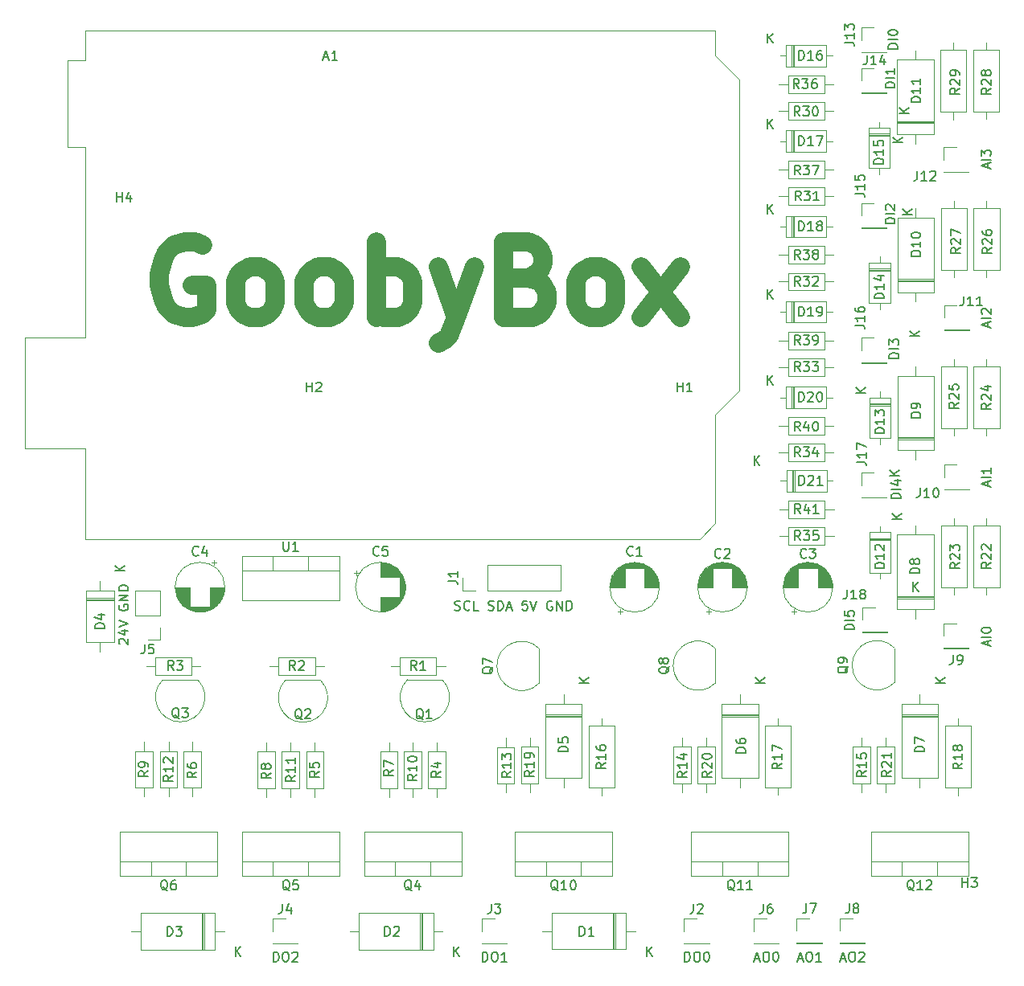
<source format=gto>
G04 #@! TF.GenerationSoftware,KiCad,Pcbnew,(6.0.7)*
G04 #@! TF.CreationDate,2024-01-18T22:27:59+01:00*
G04 #@! TF.ProjectId,Goobyl_da - Kretskort,476f6f62-796c-4e56-9461-202d204b7265,rev?*
G04 #@! TF.SameCoordinates,Original*
G04 #@! TF.FileFunction,Legend,Top*
G04 #@! TF.FilePolarity,Positive*
%FSLAX46Y46*%
G04 Gerber Fmt 4.6, Leading zero omitted, Abs format (unit mm)*
G04 Created by KiCad (PCBNEW (6.0.7)) date 2024-01-18 22:27:59*
%MOMM*%
%LPD*%
G01*
G04 APERTURE LIST*
%ADD10C,0.200000*%
%ADD11C,2.000000*%
%ADD12C,0.150000*%
%ADD13C,0.120000*%
%ADD14C,5.700000*%
%ADD15R,1.600000X1.600000*%
%ADD16O,1.600000X1.600000*%
%ADD17C,1.600000*%
%ADD18R,2.400000X2.400000*%
%ADD19O,2.400000X2.400000*%
%ADD20R,2.200000X2.200000*%
%ADD21O,2.200000X2.200000*%
%ADD22R,1.700000X1.700000*%
%ADD23O,1.700000X1.700000*%
%ADD24C,1.400000*%
%ADD25O,1.400000X1.400000*%
%ADD26R,1.905000X2.000000*%
%ADD27O,1.905000X2.000000*%
%ADD28R,1.050000X1.500000*%
%ADD29O,1.050000X1.500000*%
%ADD30R,1.500000X1.050000*%
%ADD31O,1.500000X1.050000*%
G04 APERTURE END LIST*
D10*
X94547619Y-106995238D02*
X94500000Y-106947619D01*
X94452380Y-106852380D01*
X94452380Y-106614285D01*
X94500000Y-106519047D01*
X94547619Y-106471428D01*
X94642857Y-106423809D01*
X94738095Y-106423809D01*
X94880952Y-106471428D01*
X95452380Y-107042857D01*
X95452380Y-106423809D01*
X94785714Y-105566666D02*
X95452380Y-105566666D01*
X94404761Y-105804761D02*
X95119047Y-106042857D01*
X95119047Y-105423809D01*
X94452380Y-105185714D02*
X95452380Y-104852380D01*
X94452380Y-104519047D01*
X94500000Y-102900000D02*
X94452380Y-102995238D01*
X94452380Y-103138095D01*
X94500000Y-103280952D01*
X94595238Y-103376190D01*
X94690476Y-103423809D01*
X94880952Y-103471428D01*
X95023809Y-103471428D01*
X95214285Y-103423809D01*
X95309523Y-103376190D01*
X95404761Y-103280952D01*
X95452380Y-103138095D01*
X95452380Y-103042857D01*
X95404761Y-102900000D01*
X95357142Y-102852380D01*
X95023809Y-102852380D01*
X95023809Y-103042857D01*
X95452380Y-102423809D02*
X94452380Y-102423809D01*
X95452380Y-101852380D01*
X94452380Y-101852380D01*
X95452380Y-101376190D02*
X94452380Y-101376190D01*
X94452380Y-101138095D01*
X94500000Y-100995238D01*
X94595238Y-100900000D01*
X94690476Y-100852380D01*
X94880952Y-100804761D01*
X95023809Y-100804761D01*
X95214285Y-100852380D01*
X95309523Y-100900000D01*
X95404761Y-100995238D01*
X95452380Y-101138095D01*
X95452380Y-101376190D01*
X185966666Y-73552380D02*
X185966666Y-73076190D01*
X186252380Y-73647619D02*
X185252380Y-73314285D01*
X186252380Y-72980952D01*
X186252380Y-72647619D02*
X185252380Y-72647619D01*
X185347619Y-72219047D02*
X185300000Y-72171428D01*
X185252380Y-72076190D01*
X185252380Y-71838095D01*
X185300000Y-71742857D01*
X185347619Y-71695238D01*
X185442857Y-71647619D01*
X185538095Y-71647619D01*
X185680952Y-71695238D01*
X186252380Y-72266666D01*
X186252380Y-71647619D01*
X132738095Y-140452380D02*
X132738095Y-139452380D01*
X132976190Y-139452380D01*
X133119047Y-139500000D01*
X133214285Y-139595238D01*
X133261904Y-139690476D01*
X133309523Y-139880952D01*
X133309523Y-140023809D01*
X133261904Y-140214285D01*
X133214285Y-140309523D01*
X133119047Y-140404761D01*
X132976190Y-140452380D01*
X132738095Y-140452380D01*
X133928571Y-139452380D02*
X134119047Y-139452380D01*
X134214285Y-139500000D01*
X134309523Y-139595238D01*
X134357142Y-139785714D01*
X134357142Y-140119047D01*
X134309523Y-140309523D01*
X134214285Y-140404761D01*
X134119047Y-140452380D01*
X133928571Y-140452380D01*
X133833333Y-140404761D01*
X133738095Y-140309523D01*
X133690476Y-140119047D01*
X133690476Y-139785714D01*
X133738095Y-139595238D01*
X133833333Y-139500000D01*
X133928571Y-139452380D01*
X135309523Y-140452380D02*
X134738095Y-140452380D01*
X135023809Y-140452380D02*
X135023809Y-139452380D01*
X134928571Y-139595238D01*
X134833333Y-139690476D01*
X134738095Y-139738095D01*
X185966666Y-107152380D02*
X185966666Y-106676190D01*
X186252380Y-107247619D02*
X185252380Y-106914285D01*
X186252380Y-106580952D01*
X186252380Y-106247619D02*
X185252380Y-106247619D01*
X185252380Y-105580952D02*
X185252380Y-105485714D01*
X185300000Y-105390476D01*
X185347619Y-105342857D01*
X185442857Y-105295238D01*
X185633333Y-105247619D01*
X185871428Y-105247619D01*
X186061904Y-105295238D01*
X186157142Y-105342857D01*
X186204761Y-105390476D01*
X186252380Y-105485714D01*
X186252380Y-105580952D01*
X186204761Y-105676190D01*
X186157142Y-105723809D01*
X186061904Y-105771428D01*
X185871428Y-105819047D01*
X185633333Y-105819047D01*
X185442857Y-105771428D01*
X185347619Y-105723809D01*
X185300000Y-105676190D01*
X185252380Y-105580952D01*
X154038095Y-140452380D02*
X154038095Y-139452380D01*
X154276190Y-139452380D01*
X154419047Y-139500000D01*
X154514285Y-139595238D01*
X154561904Y-139690476D01*
X154609523Y-139880952D01*
X154609523Y-140023809D01*
X154561904Y-140214285D01*
X154514285Y-140309523D01*
X154419047Y-140404761D01*
X154276190Y-140452380D01*
X154038095Y-140452380D01*
X155228571Y-139452380D02*
X155419047Y-139452380D01*
X155514285Y-139500000D01*
X155609523Y-139595238D01*
X155657142Y-139785714D01*
X155657142Y-140119047D01*
X155609523Y-140309523D01*
X155514285Y-140404761D01*
X155419047Y-140452380D01*
X155228571Y-140452380D01*
X155133333Y-140404761D01*
X155038095Y-140309523D01*
X154990476Y-140119047D01*
X154990476Y-139785714D01*
X155038095Y-139595238D01*
X155133333Y-139500000D01*
X155228571Y-139452380D01*
X156276190Y-139452380D02*
X156371428Y-139452380D01*
X156466666Y-139500000D01*
X156514285Y-139547619D01*
X156561904Y-139642857D01*
X156609523Y-139833333D01*
X156609523Y-140071428D01*
X156561904Y-140261904D01*
X156514285Y-140357142D01*
X156466666Y-140404761D01*
X156371428Y-140452380D01*
X156276190Y-140452380D01*
X156180952Y-140404761D01*
X156133333Y-140357142D01*
X156085714Y-140261904D01*
X156038095Y-140071428D01*
X156038095Y-139833333D01*
X156085714Y-139642857D01*
X156133333Y-139547619D01*
X156180952Y-139500000D01*
X156276190Y-139452380D01*
X161411904Y-140166666D02*
X161888095Y-140166666D01*
X161316666Y-140452380D02*
X161650000Y-139452380D01*
X161983333Y-140452380D01*
X162507142Y-139452380D02*
X162697619Y-139452380D01*
X162792857Y-139500000D01*
X162888095Y-139595238D01*
X162935714Y-139785714D01*
X162935714Y-140119047D01*
X162888095Y-140309523D01*
X162792857Y-140404761D01*
X162697619Y-140452380D01*
X162507142Y-140452380D01*
X162411904Y-140404761D01*
X162316666Y-140309523D01*
X162269047Y-140119047D01*
X162269047Y-139785714D01*
X162316666Y-139595238D01*
X162411904Y-139500000D01*
X162507142Y-139452380D01*
X163554761Y-139452380D02*
X163650000Y-139452380D01*
X163745238Y-139500000D01*
X163792857Y-139547619D01*
X163840476Y-139642857D01*
X163888095Y-139833333D01*
X163888095Y-140071428D01*
X163840476Y-140261904D01*
X163792857Y-140357142D01*
X163745238Y-140404761D01*
X163650000Y-140452380D01*
X163554761Y-140452380D01*
X163459523Y-140404761D01*
X163411904Y-140357142D01*
X163364285Y-140261904D01*
X163316666Y-140071428D01*
X163316666Y-139833333D01*
X163364285Y-139642857D01*
X163411904Y-139547619D01*
X163459523Y-139500000D01*
X163554761Y-139452380D01*
X165936904Y-140166666D02*
X166413095Y-140166666D01*
X165841666Y-140452380D02*
X166175000Y-139452380D01*
X166508333Y-140452380D01*
X167032142Y-139452380D02*
X167222619Y-139452380D01*
X167317857Y-139500000D01*
X167413095Y-139595238D01*
X167460714Y-139785714D01*
X167460714Y-140119047D01*
X167413095Y-140309523D01*
X167317857Y-140404761D01*
X167222619Y-140452380D01*
X167032142Y-140452380D01*
X166936904Y-140404761D01*
X166841666Y-140309523D01*
X166794047Y-140119047D01*
X166794047Y-139785714D01*
X166841666Y-139595238D01*
X166936904Y-139500000D01*
X167032142Y-139452380D01*
X168413095Y-140452380D02*
X167841666Y-140452380D01*
X168127380Y-140452380D02*
X168127380Y-139452380D01*
X168032142Y-139595238D01*
X167936904Y-139690476D01*
X167841666Y-139738095D01*
X176452380Y-44276190D02*
X175452380Y-44276190D01*
X175452380Y-44038095D01*
X175500000Y-43895238D01*
X175595238Y-43800000D01*
X175690476Y-43752380D01*
X175880952Y-43704761D01*
X176023809Y-43704761D01*
X176214285Y-43752380D01*
X176309523Y-43800000D01*
X176404761Y-43895238D01*
X176452380Y-44038095D01*
X176452380Y-44276190D01*
X176452380Y-43276190D02*
X175452380Y-43276190D01*
X175452380Y-42609523D02*
X175452380Y-42514285D01*
X175500000Y-42419047D01*
X175547619Y-42371428D01*
X175642857Y-42323809D01*
X175833333Y-42276190D01*
X176071428Y-42276190D01*
X176261904Y-42323809D01*
X176357142Y-42371428D01*
X176404761Y-42419047D01*
X176452380Y-42514285D01*
X176452380Y-42609523D01*
X176404761Y-42704761D01*
X176357142Y-42752380D01*
X176261904Y-42800000D01*
X176071428Y-42847619D01*
X175833333Y-42847619D01*
X175642857Y-42800000D01*
X175547619Y-42752380D01*
X175500000Y-42704761D01*
X175452380Y-42609523D01*
X185966666Y-90352380D02*
X185966666Y-89876190D01*
X186252380Y-90447619D02*
X185252380Y-90114285D01*
X186252380Y-89780952D01*
X186252380Y-89447619D02*
X185252380Y-89447619D01*
X186252380Y-88447619D02*
X186252380Y-89019047D01*
X186252380Y-88733333D02*
X185252380Y-88733333D01*
X185395238Y-88828571D01*
X185490476Y-88923809D01*
X185538095Y-89019047D01*
X170461904Y-140166666D02*
X170938095Y-140166666D01*
X170366666Y-140452380D02*
X170700000Y-139452380D01*
X171033333Y-140452380D01*
X171557142Y-139452380D02*
X171747619Y-139452380D01*
X171842857Y-139500000D01*
X171938095Y-139595238D01*
X171985714Y-139785714D01*
X171985714Y-140119047D01*
X171938095Y-140309523D01*
X171842857Y-140404761D01*
X171747619Y-140452380D01*
X171557142Y-140452380D01*
X171461904Y-140404761D01*
X171366666Y-140309523D01*
X171319047Y-140119047D01*
X171319047Y-139785714D01*
X171366666Y-139595238D01*
X171461904Y-139500000D01*
X171557142Y-139452380D01*
X172366666Y-139547619D02*
X172414285Y-139500000D01*
X172509523Y-139452380D01*
X172747619Y-139452380D01*
X172842857Y-139500000D01*
X172890476Y-139547619D01*
X172938095Y-139642857D01*
X172938095Y-139738095D01*
X172890476Y-139880952D01*
X172319047Y-140452380D01*
X172938095Y-140452380D01*
X185966666Y-56852380D02*
X185966666Y-56376190D01*
X186252380Y-56947619D02*
X185252380Y-56614285D01*
X186252380Y-56280952D01*
X186252380Y-55947619D02*
X185252380Y-55947619D01*
X185252380Y-55566666D02*
X185252380Y-54947619D01*
X185633333Y-55280952D01*
X185633333Y-55138095D01*
X185680952Y-55042857D01*
X185728571Y-54995238D01*
X185823809Y-54947619D01*
X186061904Y-54947619D01*
X186157142Y-54995238D01*
X186204761Y-55042857D01*
X186252380Y-55138095D01*
X186252380Y-55423809D01*
X186204761Y-55519047D01*
X186157142Y-55566666D01*
X171852380Y-105476190D02*
X170852380Y-105476190D01*
X170852380Y-105238095D01*
X170900000Y-105095238D01*
X170995238Y-105000000D01*
X171090476Y-104952380D01*
X171280952Y-104904761D01*
X171423809Y-104904761D01*
X171614285Y-104952380D01*
X171709523Y-105000000D01*
X171804761Y-105095238D01*
X171852380Y-105238095D01*
X171852380Y-105476190D01*
X171852380Y-104476190D02*
X170852380Y-104476190D01*
X170852380Y-103523809D02*
X170852380Y-104000000D01*
X171328571Y-104047619D01*
X171280952Y-104000000D01*
X171233333Y-103904761D01*
X171233333Y-103666666D01*
X171280952Y-103571428D01*
X171328571Y-103523809D01*
X171423809Y-103476190D01*
X171661904Y-103476190D01*
X171757142Y-103523809D01*
X171804761Y-103571428D01*
X171852380Y-103666666D01*
X171852380Y-103904761D01*
X171804761Y-104000000D01*
X171757142Y-104047619D01*
D11*
X103333333Y-65000000D02*
X102571428Y-64619047D01*
X101428571Y-64619047D01*
X100285714Y-65000000D01*
X99523809Y-65761904D01*
X99142857Y-66523809D01*
X98761904Y-68047619D01*
X98761904Y-69190476D01*
X99142857Y-70714285D01*
X99523809Y-71476190D01*
X100285714Y-72238095D01*
X101428571Y-72619047D01*
X102190476Y-72619047D01*
X103333333Y-72238095D01*
X103714285Y-71857142D01*
X103714285Y-69190476D01*
X102190476Y-69190476D01*
X108285714Y-72619047D02*
X107523809Y-72238095D01*
X107142857Y-71857142D01*
X106761904Y-71095238D01*
X106761904Y-68809523D01*
X107142857Y-68047619D01*
X107523809Y-67666666D01*
X108285714Y-67285714D01*
X109428571Y-67285714D01*
X110190476Y-67666666D01*
X110571428Y-68047619D01*
X110952380Y-68809523D01*
X110952380Y-71095238D01*
X110571428Y-71857142D01*
X110190476Y-72238095D01*
X109428571Y-72619047D01*
X108285714Y-72619047D01*
X115523809Y-72619047D02*
X114761904Y-72238095D01*
X114380952Y-71857142D01*
X114000000Y-71095238D01*
X114000000Y-68809523D01*
X114380952Y-68047619D01*
X114761904Y-67666666D01*
X115523809Y-67285714D01*
X116666666Y-67285714D01*
X117428571Y-67666666D01*
X117809523Y-68047619D01*
X118190476Y-68809523D01*
X118190476Y-71095238D01*
X117809523Y-71857142D01*
X117428571Y-72238095D01*
X116666666Y-72619047D01*
X115523809Y-72619047D01*
X121619047Y-72619047D02*
X121619047Y-64619047D01*
X121619047Y-67666666D02*
X122380952Y-67285714D01*
X123904761Y-67285714D01*
X124666666Y-67666666D01*
X125047619Y-68047619D01*
X125428571Y-68809523D01*
X125428571Y-71095238D01*
X125047619Y-71857142D01*
X124666666Y-72238095D01*
X123904761Y-72619047D01*
X122380952Y-72619047D01*
X121619047Y-72238095D01*
X128095238Y-67285714D02*
X130000000Y-72619047D01*
X131904761Y-67285714D02*
X130000000Y-72619047D01*
X129238095Y-74523809D01*
X128857142Y-74904761D01*
X128095238Y-75285714D01*
X137619047Y-68428571D02*
X138761904Y-68809523D01*
X139142857Y-69190476D01*
X139523809Y-69952380D01*
X139523809Y-71095238D01*
X139142857Y-71857142D01*
X138761904Y-72238095D01*
X138000000Y-72619047D01*
X134952380Y-72619047D01*
X134952380Y-64619047D01*
X137619047Y-64619047D01*
X138380952Y-65000000D01*
X138761904Y-65380952D01*
X139142857Y-66142857D01*
X139142857Y-66904761D01*
X138761904Y-67666666D01*
X138380952Y-68047619D01*
X137619047Y-68428571D01*
X134952380Y-68428571D01*
X144095238Y-72619047D02*
X143333333Y-72238095D01*
X142952380Y-71857142D01*
X142571428Y-71095238D01*
X142571428Y-68809523D01*
X142952380Y-68047619D01*
X143333333Y-67666666D01*
X144095238Y-67285714D01*
X145238095Y-67285714D01*
X146000000Y-67666666D01*
X146380952Y-68047619D01*
X146761904Y-68809523D01*
X146761904Y-71095238D01*
X146380952Y-71857142D01*
X146000000Y-72238095D01*
X145238095Y-72619047D01*
X144095238Y-72619047D01*
X149428571Y-72619047D02*
X153619047Y-67285714D01*
X149428571Y-67285714D02*
X153619047Y-72619047D01*
D10*
X176152380Y-48376190D02*
X175152380Y-48376190D01*
X175152380Y-48138095D01*
X175200000Y-47995238D01*
X175295238Y-47900000D01*
X175390476Y-47852380D01*
X175580952Y-47804761D01*
X175723809Y-47804761D01*
X175914285Y-47852380D01*
X176009523Y-47900000D01*
X176104761Y-47995238D01*
X176152380Y-48138095D01*
X176152380Y-48376190D01*
X176152380Y-47376190D02*
X175152380Y-47376190D01*
X176152380Y-46376190D02*
X176152380Y-46947619D01*
X176152380Y-46661904D02*
X175152380Y-46661904D01*
X175295238Y-46757142D01*
X175390476Y-46852380D01*
X175438095Y-46947619D01*
X176752380Y-91676190D02*
X175752380Y-91676190D01*
X175752380Y-91438095D01*
X175800000Y-91295238D01*
X175895238Y-91200000D01*
X175990476Y-91152380D01*
X176180952Y-91104761D01*
X176323809Y-91104761D01*
X176514285Y-91152380D01*
X176609523Y-91200000D01*
X176704761Y-91295238D01*
X176752380Y-91438095D01*
X176752380Y-91676190D01*
X176752380Y-90676190D02*
X175752380Y-90676190D01*
X176085714Y-89771428D02*
X176752380Y-89771428D01*
X175704761Y-90009523D02*
X176419047Y-90247619D01*
X176419047Y-89628571D01*
X176552380Y-76876190D02*
X175552380Y-76876190D01*
X175552380Y-76638095D01*
X175600000Y-76495238D01*
X175695238Y-76400000D01*
X175790476Y-76352380D01*
X175980952Y-76304761D01*
X176123809Y-76304761D01*
X176314285Y-76352380D01*
X176409523Y-76400000D01*
X176504761Y-76495238D01*
X176552380Y-76638095D01*
X176552380Y-76876190D01*
X176552380Y-75876190D02*
X175552380Y-75876190D01*
X175552380Y-75495238D02*
X175552380Y-74876190D01*
X175933333Y-75209523D01*
X175933333Y-75066666D01*
X175980952Y-74971428D01*
X176028571Y-74923809D01*
X176123809Y-74876190D01*
X176361904Y-74876190D01*
X176457142Y-74923809D01*
X176504761Y-74971428D01*
X176552380Y-75066666D01*
X176552380Y-75352380D01*
X176504761Y-75447619D01*
X176457142Y-75495238D01*
X176152380Y-62676190D02*
X175152380Y-62676190D01*
X175152380Y-62438095D01*
X175200000Y-62295238D01*
X175295238Y-62200000D01*
X175390476Y-62152380D01*
X175580952Y-62104761D01*
X175723809Y-62104761D01*
X175914285Y-62152380D01*
X176009523Y-62200000D01*
X176104761Y-62295238D01*
X176152380Y-62438095D01*
X176152380Y-62676190D01*
X176152380Y-61676190D02*
X175152380Y-61676190D01*
X175247619Y-61247619D02*
X175200000Y-61200000D01*
X175152380Y-61104761D01*
X175152380Y-60866666D01*
X175200000Y-60771428D01*
X175247619Y-60723809D01*
X175342857Y-60676190D01*
X175438095Y-60676190D01*
X175580952Y-60723809D01*
X176152380Y-61295238D01*
X176152380Y-60676190D01*
X129833333Y-103404761D02*
X129976190Y-103452380D01*
X130214285Y-103452380D01*
X130309523Y-103404761D01*
X130357142Y-103357142D01*
X130404761Y-103261904D01*
X130404761Y-103166666D01*
X130357142Y-103071428D01*
X130309523Y-103023809D01*
X130214285Y-102976190D01*
X130023809Y-102928571D01*
X129928571Y-102880952D01*
X129880952Y-102833333D01*
X129833333Y-102738095D01*
X129833333Y-102642857D01*
X129880952Y-102547619D01*
X129928571Y-102500000D01*
X130023809Y-102452380D01*
X130261904Y-102452380D01*
X130404761Y-102500000D01*
X131404761Y-103357142D02*
X131357142Y-103404761D01*
X131214285Y-103452380D01*
X131119047Y-103452380D01*
X130976190Y-103404761D01*
X130880952Y-103309523D01*
X130833333Y-103214285D01*
X130785714Y-103023809D01*
X130785714Y-102880952D01*
X130833333Y-102690476D01*
X130880952Y-102595238D01*
X130976190Y-102500000D01*
X131119047Y-102452380D01*
X131214285Y-102452380D01*
X131357142Y-102500000D01*
X131404761Y-102547619D01*
X132309523Y-103452380D02*
X131833333Y-103452380D01*
X131833333Y-102452380D01*
X133357142Y-103404761D02*
X133500000Y-103452380D01*
X133738095Y-103452380D01*
X133833333Y-103404761D01*
X133880952Y-103357142D01*
X133928571Y-103261904D01*
X133928571Y-103166666D01*
X133880952Y-103071428D01*
X133833333Y-103023809D01*
X133738095Y-102976190D01*
X133547619Y-102928571D01*
X133452380Y-102880952D01*
X133404761Y-102833333D01*
X133357142Y-102738095D01*
X133357142Y-102642857D01*
X133404761Y-102547619D01*
X133452380Y-102500000D01*
X133547619Y-102452380D01*
X133785714Y-102452380D01*
X133928571Y-102500000D01*
X134357142Y-103452380D02*
X134357142Y-102452380D01*
X134595238Y-102452380D01*
X134738095Y-102500000D01*
X134833333Y-102595238D01*
X134880952Y-102690476D01*
X134928571Y-102880952D01*
X134928571Y-103023809D01*
X134880952Y-103214285D01*
X134833333Y-103309523D01*
X134738095Y-103404761D01*
X134595238Y-103452380D01*
X134357142Y-103452380D01*
X135309523Y-103166666D02*
X135785714Y-103166666D01*
X135214285Y-103452380D02*
X135547619Y-102452380D01*
X135880952Y-103452380D01*
X137452380Y-102452380D02*
X136976190Y-102452380D01*
X136928571Y-102928571D01*
X136976190Y-102880952D01*
X137071428Y-102833333D01*
X137309523Y-102833333D01*
X137404761Y-102880952D01*
X137452380Y-102928571D01*
X137500000Y-103023809D01*
X137500000Y-103261904D01*
X137452380Y-103357142D01*
X137404761Y-103404761D01*
X137309523Y-103452380D01*
X137071428Y-103452380D01*
X136976190Y-103404761D01*
X136928571Y-103357142D01*
X137785714Y-102452380D02*
X138119047Y-103452380D01*
X138452380Y-102452380D01*
X140071428Y-102500000D02*
X139976190Y-102452380D01*
X139833333Y-102452380D01*
X139690476Y-102500000D01*
X139595238Y-102595238D01*
X139547619Y-102690476D01*
X139500000Y-102880952D01*
X139500000Y-103023809D01*
X139547619Y-103214285D01*
X139595238Y-103309523D01*
X139690476Y-103404761D01*
X139833333Y-103452380D01*
X139928571Y-103452380D01*
X140071428Y-103404761D01*
X140119047Y-103357142D01*
X140119047Y-103023809D01*
X139928571Y-103023809D01*
X140547619Y-103452380D02*
X140547619Y-102452380D01*
X141119047Y-103452380D01*
X141119047Y-102452380D01*
X141595238Y-103452380D02*
X141595238Y-102452380D01*
X141833333Y-102452380D01*
X141976190Y-102500000D01*
X142071428Y-102595238D01*
X142119047Y-102690476D01*
X142166666Y-102880952D01*
X142166666Y-103023809D01*
X142119047Y-103214285D01*
X142071428Y-103309523D01*
X141976190Y-103404761D01*
X141833333Y-103452380D01*
X141595238Y-103452380D01*
X110738095Y-140452380D02*
X110738095Y-139452380D01*
X110976190Y-139452380D01*
X111119047Y-139500000D01*
X111214285Y-139595238D01*
X111261904Y-139690476D01*
X111309523Y-139880952D01*
X111309523Y-140023809D01*
X111261904Y-140214285D01*
X111214285Y-140309523D01*
X111119047Y-140404761D01*
X110976190Y-140452380D01*
X110738095Y-140452380D01*
X111928571Y-139452380D02*
X112119047Y-139452380D01*
X112214285Y-139500000D01*
X112309523Y-139595238D01*
X112357142Y-139785714D01*
X112357142Y-140119047D01*
X112309523Y-140309523D01*
X112214285Y-140404761D01*
X112119047Y-140452380D01*
X111928571Y-140452380D01*
X111833333Y-140404761D01*
X111738095Y-140309523D01*
X111690476Y-140119047D01*
X111690476Y-139785714D01*
X111738095Y-139595238D01*
X111833333Y-139500000D01*
X111928571Y-139452380D01*
X112738095Y-139547619D02*
X112785714Y-139500000D01*
X112880952Y-139452380D01*
X113119047Y-139452380D01*
X113214285Y-139500000D01*
X113261904Y-139547619D01*
X113309523Y-139642857D01*
X113309523Y-139738095D01*
X113261904Y-139880952D01*
X112690476Y-140452380D01*
X113309523Y-140452380D01*
D12*
X94238095Y-60402380D02*
X94238095Y-59402380D01*
X94238095Y-59878571D02*
X94809523Y-59878571D01*
X94809523Y-60402380D02*
X94809523Y-59402380D01*
X95714285Y-59735714D02*
X95714285Y-60402380D01*
X95476190Y-59354761D02*
X95238095Y-60069047D01*
X95857142Y-60069047D01*
X183238095Y-132602380D02*
X183238095Y-131602380D01*
X183238095Y-132078571D02*
X183809523Y-132078571D01*
X183809523Y-132602380D02*
X183809523Y-131602380D01*
X184190476Y-131602380D02*
X184809523Y-131602380D01*
X184476190Y-131983333D01*
X184619047Y-131983333D01*
X184714285Y-132030952D01*
X184761904Y-132078571D01*
X184809523Y-132173809D01*
X184809523Y-132411904D01*
X184761904Y-132507142D01*
X184714285Y-132554761D01*
X184619047Y-132602380D01*
X184333333Y-132602380D01*
X184238095Y-132554761D01*
X184190476Y-132507142D01*
X114238095Y-80402380D02*
X114238095Y-79402380D01*
X114238095Y-79878571D02*
X114809523Y-79878571D01*
X114809523Y-80402380D02*
X114809523Y-79402380D01*
X115238095Y-79497619D02*
X115285714Y-79450000D01*
X115380952Y-79402380D01*
X115619047Y-79402380D01*
X115714285Y-79450000D01*
X115761904Y-79497619D01*
X115809523Y-79592857D01*
X115809523Y-79688095D01*
X115761904Y-79830952D01*
X115190476Y-80402380D01*
X115809523Y-80402380D01*
X153238095Y-80402380D02*
X153238095Y-79402380D01*
X153238095Y-79878571D02*
X153809523Y-79878571D01*
X153809523Y-80402380D02*
X153809523Y-79402380D01*
X154809523Y-80402380D02*
X154238095Y-80402380D01*
X154523809Y-80402380D02*
X154523809Y-79402380D01*
X154428571Y-79545238D01*
X154333333Y-79640476D01*
X154238095Y-79688095D01*
X116035714Y-45166666D02*
X116511904Y-45166666D01*
X115940476Y-45452380D02*
X116273809Y-44452380D01*
X116607142Y-45452380D01*
X117464285Y-45452380D02*
X116892857Y-45452380D01*
X117178571Y-45452380D02*
X117178571Y-44452380D01*
X117083333Y-44595238D01*
X116988095Y-44690476D01*
X116892857Y-44738095D01*
X148573333Y-97607142D02*
X148525714Y-97654761D01*
X148382857Y-97702380D01*
X148287619Y-97702380D01*
X148144761Y-97654761D01*
X148049523Y-97559523D01*
X148001904Y-97464285D01*
X147954285Y-97273809D01*
X147954285Y-97130952D01*
X148001904Y-96940476D01*
X148049523Y-96845238D01*
X148144761Y-96750000D01*
X148287619Y-96702380D01*
X148382857Y-96702380D01*
X148525714Y-96750000D01*
X148573333Y-96797619D01*
X149525714Y-97702380D02*
X148954285Y-97702380D01*
X149240000Y-97702380D02*
X149240000Y-96702380D01*
X149144761Y-96845238D01*
X149049523Y-96940476D01*
X148954285Y-96988095D01*
X157823333Y-97847142D02*
X157775714Y-97894761D01*
X157632857Y-97942380D01*
X157537619Y-97942380D01*
X157394761Y-97894761D01*
X157299523Y-97799523D01*
X157251904Y-97704285D01*
X157204285Y-97513809D01*
X157204285Y-97370952D01*
X157251904Y-97180476D01*
X157299523Y-97085238D01*
X157394761Y-96990000D01*
X157537619Y-96942380D01*
X157632857Y-96942380D01*
X157775714Y-96990000D01*
X157823333Y-97037619D01*
X158204285Y-97037619D02*
X158251904Y-96990000D01*
X158347142Y-96942380D01*
X158585238Y-96942380D01*
X158680476Y-96990000D01*
X158728095Y-97037619D01*
X158775714Y-97132857D01*
X158775714Y-97228095D01*
X158728095Y-97370952D01*
X158156666Y-97942380D01*
X158775714Y-97942380D01*
X166823333Y-97847142D02*
X166775714Y-97894761D01*
X166632857Y-97942380D01*
X166537619Y-97942380D01*
X166394761Y-97894761D01*
X166299523Y-97799523D01*
X166251904Y-97704285D01*
X166204285Y-97513809D01*
X166204285Y-97370952D01*
X166251904Y-97180476D01*
X166299523Y-97085238D01*
X166394761Y-96990000D01*
X166537619Y-96942380D01*
X166632857Y-96942380D01*
X166775714Y-96990000D01*
X166823333Y-97037619D01*
X167156666Y-96942380D02*
X167775714Y-96942380D01*
X167442380Y-97323333D01*
X167585238Y-97323333D01*
X167680476Y-97370952D01*
X167728095Y-97418571D01*
X167775714Y-97513809D01*
X167775714Y-97751904D01*
X167728095Y-97847142D01*
X167680476Y-97894761D01*
X167585238Y-97942380D01*
X167299523Y-97942380D01*
X167204285Y-97894761D01*
X167156666Y-97847142D01*
X102833333Y-97607142D02*
X102785714Y-97654761D01*
X102642857Y-97702380D01*
X102547619Y-97702380D01*
X102404761Y-97654761D01*
X102309523Y-97559523D01*
X102261904Y-97464285D01*
X102214285Y-97273809D01*
X102214285Y-97130952D01*
X102261904Y-96940476D01*
X102309523Y-96845238D01*
X102404761Y-96750000D01*
X102547619Y-96702380D01*
X102642857Y-96702380D01*
X102785714Y-96750000D01*
X102833333Y-96797619D01*
X103690476Y-97035714D02*
X103690476Y-97702380D01*
X103452380Y-96654761D02*
X103214285Y-97369047D01*
X103833333Y-97369047D01*
X121833333Y-97607142D02*
X121785714Y-97654761D01*
X121642857Y-97702380D01*
X121547619Y-97702380D01*
X121404761Y-97654761D01*
X121309523Y-97559523D01*
X121261904Y-97464285D01*
X121214285Y-97273809D01*
X121214285Y-97130952D01*
X121261904Y-96940476D01*
X121309523Y-96845238D01*
X121404761Y-96750000D01*
X121547619Y-96702380D01*
X121642857Y-96702380D01*
X121785714Y-96750000D01*
X121833333Y-96797619D01*
X122738095Y-96702380D02*
X122261904Y-96702380D01*
X122214285Y-97178571D01*
X122261904Y-97130952D01*
X122357142Y-97083333D01*
X122595238Y-97083333D01*
X122690476Y-97130952D01*
X122738095Y-97178571D01*
X122785714Y-97273809D01*
X122785714Y-97511904D01*
X122738095Y-97607142D01*
X122690476Y-97654761D01*
X122595238Y-97702380D01*
X122357142Y-97702380D01*
X122261904Y-97654761D01*
X122214285Y-97607142D01*
X142961904Y-137752380D02*
X142961904Y-136752380D01*
X143200000Y-136752380D01*
X143342857Y-136800000D01*
X143438095Y-136895238D01*
X143485714Y-136990476D01*
X143533333Y-137180952D01*
X143533333Y-137323809D01*
X143485714Y-137514285D01*
X143438095Y-137609523D01*
X143342857Y-137704761D01*
X143200000Y-137752380D01*
X142961904Y-137752380D01*
X144485714Y-137752380D02*
X143914285Y-137752380D01*
X144200000Y-137752380D02*
X144200000Y-136752380D01*
X144104761Y-136895238D01*
X144009523Y-136990476D01*
X143914285Y-137038095D01*
X150018095Y-139902380D02*
X150018095Y-138902380D01*
X150589523Y-139902380D02*
X150160952Y-139330952D01*
X150589523Y-138902380D02*
X150018095Y-139473809D01*
X99561904Y-137752380D02*
X99561904Y-136752380D01*
X99800000Y-136752380D01*
X99942857Y-136800000D01*
X100038095Y-136895238D01*
X100085714Y-136990476D01*
X100133333Y-137180952D01*
X100133333Y-137323809D01*
X100085714Y-137514285D01*
X100038095Y-137609523D01*
X99942857Y-137704761D01*
X99800000Y-137752380D01*
X99561904Y-137752380D01*
X100466666Y-136752380D02*
X101085714Y-136752380D01*
X100752380Y-137133333D01*
X100895238Y-137133333D01*
X100990476Y-137180952D01*
X101038095Y-137228571D01*
X101085714Y-137323809D01*
X101085714Y-137561904D01*
X101038095Y-137657142D01*
X100990476Y-137704761D01*
X100895238Y-137752380D01*
X100609523Y-137752380D01*
X100514285Y-137704761D01*
X100466666Y-137657142D01*
X106748095Y-139912380D02*
X106748095Y-138912380D01*
X107319523Y-139912380D02*
X106890952Y-139340952D01*
X107319523Y-138912380D02*
X106748095Y-139483809D01*
X92952380Y-105338095D02*
X91952380Y-105338095D01*
X91952380Y-105100000D01*
X92000000Y-104957142D01*
X92095238Y-104861904D01*
X92190476Y-104814285D01*
X92380952Y-104766666D01*
X92523809Y-104766666D01*
X92714285Y-104814285D01*
X92809523Y-104861904D01*
X92904761Y-104957142D01*
X92952380Y-105100000D01*
X92952380Y-105338095D01*
X92285714Y-103909523D02*
X92952380Y-103909523D01*
X91904761Y-104147619D02*
X92619047Y-104385714D01*
X92619047Y-103766666D01*
X95052380Y-99281904D02*
X94052380Y-99281904D01*
X95052380Y-98710476D02*
X94480952Y-99139047D01*
X94052380Y-98710476D02*
X94623809Y-99281904D01*
X141752380Y-118338095D02*
X140752380Y-118338095D01*
X140752380Y-118100000D01*
X140800000Y-117957142D01*
X140895238Y-117861904D01*
X140990476Y-117814285D01*
X141180952Y-117766666D01*
X141323809Y-117766666D01*
X141514285Y-117814285D01*
X141609523Y-117861904D01*
X141704761Y-117957142D01*
X141752380Y-118100000D01*
X141752380Y-118338095D01*
X140752380Y-116861904D02*
X140752380Y-117338095D01*
X141228571Y-117385714D01*
X141180952Y-117338095D01*
X141133333Y-117242857D01*
X141133333Y-117004761D01*
X141180952Y-116909523D01*
X141228571Y-116861904D01*
X141323809Y-116814285D01*
X141561904Y-116814285D01*
X141657142Y-116861904D01*
X141704761Y-116909523D01*
X141752380Y-117004761D01*
X141752380Y-117242857D01*
X141704761Y-117338095D01*
X141657142Y-117385714D01*
X143927380Y-111121904D02*
X142927380Y-111121904D01*
X143927380Y-110550476D02*
X143355952Y-110979047D01*
X142927380Y-110550476D02*
X143498809Y-111121904D01*
X166035714Y-45452380D02*
X166035714Y-44452380D01*
X166273809Y-44452380D01*
X166416666Y-44500000D01*
X166511904Y-44595238D01*
X166559523Y-44690476D01*
X166607142Y-44880952D01*
X166607142Y-45023809D01*
X166559523Y-45214285D01*
X166511904Y-45309523D01*
X166416666Y-45404761D01*
X166273809Y-45452380D01*
X166035714Y-45452380D01*
X167559523Y-45452380D02*
X166988095Y-45452380D01*
X167273809Y-45452380D02*
X167273809Y-44452380D01*
X167178571Y-44595238D01*
X167083333Y-44690476D01*
X166988095Y-44738095D01*
X168416666Y-44452380D02*
X168226190Y-44452380D01*
X168130952Y-44500000D01*
X168083333Y-44547619D01*
X167988095Y-44690476D01*
X167940476Y-44880952D01*
X167940476Y-45261904D01*
X167988095Y-45357142D01*
X168035714Y-45404761D01*
X168130952Y-45452380D01*
X168321428Y-45452380D01*
X168416666Y-45404761D01*
X168464285Y-45357142D01*
X168511904Y-45261904D01*
X168511904Y-45023809D01*
X168464285Y-44928571D01*
X168416666Y-44880952D01*
X168321428Y-44833333D01*
X168130952Y-44833333D01*
X168035714Y-44880952D01*
X167988095Y-44928571D01*
X167940476Y-45023809D01*
X162748095Y-43662380D02*
X162748095Y-42662380D01*
X163319523Y-43662380D02*
X162890952Y-43090952D01*
X163319523Y-42662380D02*
X162748095Y-43233809D01*
X166035714Y-54452380D02*
X166035714Y-53452380D01*
X166273809Y-53452380D01*
X166416666Y-53500000D01*
X166511904Y-53595238D01*
X166559523Y-53690476D01*
X166607142Y-53880952D01*
X166607142Y-54023809D01*
X166559523Y-54214285D01*
X166511904Y-54309523D01*
X166416666Y-54404761D01*
X166273809Y-54452380D01*
X166035714Y-54452380D01*
X167559523Y-54452380D02*
X166988095Y-54452380D01*
X167273809Y-54452380D02*
X167273809Y-53452380D01*
X167178571Y-53595238D01*
X167083333Y-53690476D01*
X166988095Y-53738095D01*
X167892857Y-53452380D02*
X168559523Y-53452380D01*
X168130952Y-54452380D01*
X162748095Y-52662380D02*
X162748095Y-51662380D01*
X163319523Y-52662380D02*
X162890952Y-52090952D01*
X163319523Y-51662380D02*
X162748095Y-52233809D01*
X166035714Y-63452380D02*
X166035714Y-62452380D01*
X166273809Y-62452380D01*
X166416666Y-62500000D01*
X166511904Y-62595238D01*
X166559523Y-62690476D01*
X166607142Y-62880952D01*
X166607142Y-63023809D01*
X166559523Y-63214285D01*
X166511904Y-63309523D01*
X166416666Y-63404761D01*
X166273809Y-63452380D01*
X166035714Y-63452380D01*
X167559523Y-63452380D02*
X166988095Y-63452380D01*
X167273809Y-63452380D02*
X167273809Y-62452380D01*
X167178571Y-62595238D01*
X167083333Y-62690476D01*
X166988095Y-62738095D01*
X168130952Y-62880952D02*
X168035714Y-62833333D01*
X167988095Y-62785714D01*
X167940476Y-62690476D01*
X167940476Y-62642857D01*
X167988095Y-62547619D01*
X168035714Y-62500000D01*
X168130952Y-62452380D01*
X168321428Y-62452380D01*
X168416666Y-62500000D01*
X168464285Y-62547619D01*
X168511904Y-62642857D01*
X168511904Y-62690476D01*
X168464285Y-62785714D01*
X168416666Y-62833333D01*
X168321428Y-62880952D01*
X168130952Y-62880952D01*
X168035714Y-62928571D01*
X167988095Y-62976190D01*
X167940476Y-63071428D01*
X167940476Y-63261904D01*
X167988095Y-63357142D01*
X168035714Y-63404761D01*
X168130952Y-63452380D01*
X168321428Y-63452380D01*
X168416666Y-63404761D01*
X168464285Y-63357142D01*
X168511904Y-63261904D01*
X168511904Y-63071428D01*
X168464285Y-62976190D01*
X168416666Y-62928571D01*
X168321428Y-62880952D01*
X162748095Y-61662380D02*
X162748095Y-60662380D01*
X163319523Y-61662380D02*
X162890952Y-61090952D01*
X163319523Y-60662380D02*
X162748095Y-61233809D01*
X166035714Y-72452380D02*
X166035714Y-71452380D01*
X166273809Y-71452380D01*
X166416666Y-71500000D01*
X166511904Y-71595238D01*
X166559523Y-71690476D01*
X166607142Y-71880952D01*
X166607142Y-72023809D01*
X166559523Y-72214285D01*
X166511904Y-72309523D01*
X166416666Y-72404761D01*
X166273809Y-72452380D01*
X166035714Y-72452380D01*
X167559523Y-72452380D02*
X166988095Y-72452380D01*
X167273809Y-72452380D02*
X167273809Y-71452380D01*
X167178571Y-71595238D01*
X167083333Y-71690476D01*
X166988095Y-71738095D01*
X168035714Y-72452380D02*
X168226190Y-72452380D01*
X168321428Y-72404761D01*
X168369047Y-72357142D01*
X168464285Y-72214285D01*
X168511904Y-72023809D01*
X168511904Y-71642857D01*
X168464285Y-71547619D01*
X168416666Y-71500000D01*
X168321428Y-71452380D01*
X168130952Y-71452380D01*
X168035714Y-71500000D01*
X167988095Y-71547619D01*
X167940476Y-71642857D01*
X167940476Y-71880952D01*
X167988095Y-71976190D01*
X168035714Y-72023809D01*
X168130952Y-72071428D01*
X168321428Y-72071428D01*
X168416666Y-72023809D01*
X168464285Y-71976190D01*
X168511904Y-71880952D01*
X162748095Y-70662380D02*
X162748095Y-69662380D01*
X163319523Y-70662380D02*
X162890952Y-70090952D01*
X163319523Y-69662380D02*
X162748095Y-70233809D01*
X166035714Y-81452380D02*
X166035714Y-80452380D01*
X166273809Y-80452380D01*
X166416666Y-80500000D01*
X166511904Y-80595238D01*
X166559523Y-80690476D01*
X166607142Y-80880952D01*
X166607142Y-81023809D01*
X166559523Y-81214285D01*
X166511904Y-81309523D01*
X166416666Y-81404761D01*
X166273809Y-81452380D01*
X166035714Y-81452380D01*
X166988095Y-80547619D02*
X167035714Y-80500000D01*
X167130952Y-80452380D01*
X167369047Y-80452380D01*
X167464285Y-80500000D01*
X167511904Y-80547619D01*
X167559523Y-80642857D01*
X167559523Y-80738095D01*
X167511904Y-80880952D01*
X166940476Y-81452380D01*
X167559523Y-81452380D01*
X168178571Y-80452380D02*
X168273809Y-80452380D01*
X168369047Y-80500000D01*
X168416666Y-80547619D01*
X168464285Y-80642857D01*
X168511904Y-80833333D01*
X168511904Y-81071428D01*
X168464285Y-81261904D01*
X168416666Y-81357142D01*
X168369047Y-81404761D01*
X168273809Y-81452380D01*
X168178571Y-81452380D01*
X168083333Y-81404761D01*
X168035714Y-81357142D01*
X167988095Y-81261904D01*
X167940476Y-81071428D01*
X167940476Y-80833333D01*
X167988095Y-80642857D01*
X168035714Y-80547619D01*
X168083333Y-80500000D01*
X168178571Y-80452380D01*
X162748095Y-79662380D02*
X162748095Y-78662380D01*
X163319523Y-79662380D02*
X162890952Y-79090952D01*
X163319523Y-78662380D02*
X162748095Y-79233809D01*
X166075714Y-90242380D02*
X166075714Y-89242380D01*
X166313809Y-89242380D01*
X166456666Y-89290000D01*
X166551904Y-89385238D01*
X166599523Y-89480476D01*
X166647142Y-89670952D01*
X166647142Y-89813809D01*
X166599523Y-90004285D01*
X166551904Y-90099523D01*
X166456666Y-90194761D01*
X166313809Y-90242380D01*
X166075714Y-90242380D01*
X167028095Y-89337619D02*
X167075714Y-89290000D01*
X167170952Y-89242380D01*
X167409047Y-89242380D01*
X167504285Y-89290000D01*
X167551904Y-89337619D01*
X167599523Y-89432857D01*
X167599523Y-89528095D01*
X167551904Y-89670952D01*
X166980476Y-90242380D01*
X167599523Y-90242380D01*
X168551904Y-90242380D02*
X167980476Y-90242380D01*
X168266190Y-90242380D02*
X168266190Y-89242380D01*
X168170952Y-89385238D01*
X168075714Y-89480476D01*
X167980476Y-89528095D01*
X161338095Y-88152380D02*
X161338095Y-87152380D01*
X161909523Y-88152380D02*
X161480952Y-87580952D01*
X161909523Y-87152380D02*
X161338095Y-87723809D01*
X129132380Y-100343333D02*
X129846666Y-100343333D01*
X129989523Y-100390952D01*
X130084761Y-100486190D01*
X130132380Y-100629047D01*
X130132380Y-100724285D01*
X130132380Y-99343333D02*
X130132380Y-99914761D01*
X130132380Y-99629047D02*
X129132380Y-99629047D01*
X129275238Y-99724285D01*
X129370476Y-99819523D01*
X129418095Y-99914761D01*
X125793333Y-109752380D02*
X125460000Y-109276190D01*
X125221904Y-109752380D02*
X125221904Y-108752380D01*
X125602857Y-108752380D01*
X125698095Y-108800000D01*
X125745714Y-108847619D01*
X125793333Y-108942857D01*
X125793333Y-109085714D01*
X125745714Y-109180952D01*
X125698095Y-109228571D01*
X125602857Y-109276190D01*
X125221904Y-109276190D01*
X126745714Y-109752380D02*
X126174285Y-109752380D01*
X126460000Y-109752380D02*
X126460000Y-108752380D01*
X126364761Y-108895238D01*
X126269523Y-108990476D01*
X126174285Y-109038095D01*
X113033333Y-109752380D02*
X112700000Y-109276190D01*
X112461904Y-109752380D02*
X112461904Y-108752380D01*
X112842857Y-108752380D01*
X112938095Y-108800000D01*
X112985714Y-108847619D01*
X113033333Y-108942857D01*
X113033333Y-109085714D01*
X112985714Y-109180952D01*
X112938095Y-109228571D01*
X112842857Y-109276190D01*
X112461904Y-109276190D01*
X113414285Y-108847619D02*
X113461904Y-108800000D01*
X113557142Y-108752380D01*
X113795238Y-108752380D01*
X113890476Y-108800000D01*
X113938095Y-108847619D01*
X113985714Y-108942857D01*
X113985714Y-109038095D01*
X113938095Y-109180952D01*
X113366666Y-109752380D01*
X113985714Y-109752380D01*
X100233333Y-109752380D02*
X99900000Y-109276190D01*
X99661904Y-109752380D02*
X99661904Y-108752380D01*
X100042857Y-108752380D01*
X100138095Y-108800000D01*
X100185714Y-108847619D01*
X100233333Y-108942857D01*
X100233333Y-109085714D01*
X100185714Y-109180952D01*
X100138095Y-109228571D01*
X100042857Y-109276190D01*
X99661904Y-109276190D01*
X100566666Y-108752380D02*
X101185714Y-108752380D01*
X100852380Y-109133333D01*
X100995238Y-109133333D01*
X101090476Y-109180952D01*
X101138095Y-109228571D01*
X101185714Y-109323809D01*
X101185714Y-109561904D01*
X101138095Y-109657142D01*
X101090476Y-109704761D01*
X100995238Y-109752380D01*
X100709523Y-109752380D01*
X100614285Y-109704761D01*
X100566666Y-109657142D01*
X128352380Y-120406666D02*
X127876190Y-120740000D01*
X128352380Y-120978095D02*
X127352380Y-120978095D01*
X127352380Y-120597142D01*
X127400000Y-120501904D01*
X127447619Y-120454285D01*
X127542857Y-120406666D01*
X127685714Y-120406666D01*
X127780952Y-120454285D01*
X127828571Y-120501904D01*
X127876190Y-120597142D01*
X127876190Y-120978095D01*
X127685714Y-119549523D02*
X128352380Y-119549523D01*
X127304761Y-119787619D02*
X128019047Y-120025714D01*
X128019047Y-119406666D01*
X115552380Y-120406666D02*
X115076190Y-120740000D01*
X115552380Y-120978095D02*
X114552380Y-120978095D01*
X114552380Y-120597142D01*
X114600000Y-120501904D01*
X114647619Y-120454285D01*
X114742857Y-120406666D01*
X114885714Y-120406666D01*
X114980952Y-120454285D01*
X115028571Y-120501904D01*
X115076190Y-120597142D01*
X115076190Y-120978095D01*
X114552380Y-119501904D02*
X114552380Y-119978095D01*
X115028571Y-120025714D01*
X114980952Y-119978095D01*
X114933333Y-119882857D01*
X114933333Y-119644761D01*
X114980952Y-119549523D01*
X115028571Y-119501904D01*
X115123809Y-119454285D01*
X115361904Y-119454285D01*
X115457142Y-119501904D01*
X115504761Y-119549523D01*
X115552380Y-119644761D01*
X115552380Y-119882857D01*
X115504761Y-119978095D01*
X115457142Y-120025714D01*
X102652380Y-120466666D02*
X102176190Y-120800000D01*
X102652380Y-121038095D02*
X101652380Y-121038095D01*
X101652380Y-120657142D01*
X101700000Y-120561904D01*
X101747619Y-120514285D01*
X101842857Y-120466666D01*
X101985714Y-120466666D01*
X102080952Y-120514285D01*
X102128571Y-120561904D01*
X102176190Y-120657142D01*
X102176190Y-121038095D01*
X101652380Y-119609523D02*
X101652380Y-119800000D01*
X101700000Y-119895238D01*
X101747619Y-119942857D01*
X101890476Y-120038095D01*
X102080952Y-120085714D01*
X102461904Y-120085714D01*
X102557142Y-120038095D01*
X102604761Y-119990476D01*
X102652380Y-119895238D01*
X102652380Y-119704761D01*
X102604761Y-119609523D01*
X102557142Y-119561904D01*
X102461904Y-119514285D01*
X102223809Y-119514285D01*
X102128571Y-119561904D01*
X102080952Y-119609523D01*
X102033333Y-119704761D01*
X102033333Y-119895238D01*
X102080952Y-119990476D01*
X102128571Y-120038095D01*
X102223809Y-120085714D01*
X123352380Y-120266666D02*
X122876190Y-120600000D01*
X123352380Y-120838095D02*
X122352380Y-120838095D01*
X122352380Y-120457142D01*
X122400000Y-120361904D01*
X122447619Y-120314285D01*
X122542857Y-120266666D01*
X122685714Y-120266666D01*
X122780952Y-120314285D01*
X122828571Y-120361904D01*
X122876190Y-120457142D01*
X122876190Y-120838095D01*
X122352380Y-119933333D02*
X122352380Y-119266666D01*
X123352380Y-119695238D01*
X97552380Y-120366666D02*
X97076190Y-120700000D01*
X97552380Y-120938095D02*
X96552380Y-120938095D01*
X96552380Y-120557142D01*
X96600000Y-120461904D01*
X96647619Y-120414285D01*
X96742857Y-120366666D01*
X96885714Y-120366666D01*
X96980952Y-120414285D01*
X97028571Y-120461904D01*
X97076190Y-120557142D01*
X97076190Y-120938095D01*
X97552380Y-119890476D02*
X97552380Y-119700000D01*
X97504761Y-119604761D01*
X97457142Y-119557142D01*
X97314285Y-119461904D01*
X97123809Y-119414285D01*
X96742857Y-119414285D01*
X96647619Y-119461904D01*
X96600000Y-119509523D01*
X96552380Y-119604761D01*
X96552380Y-119795238D01*
X96600000Y-119890476D01*
X96647619Y-119938095D01*
X96742857Y-119985714D01*
X96980952Y-119985714D01*
X97076190Y-119938095D01*
X97123809Y-119890476D01*
X97171428Y-119795238D01*
X97171428Y-119604761D01*
X97123809Y-119509523D01*
X97076190Y-119461904D01*
X96980952Y-119414285D01*
X125852380Y-120742857D02*
X125376190Y-121076190D01*
X125852380Y-121314285D02*
X124852380Y-121314285D01*
X124852380Y-120933333D01*
X124900000Y-120838095D01*
X124947619Y-120790476D01*
X125042857Y-120742857D01*
X125185714Y-120742857D01*
X125280952Y-120790476D01*
X125328571Y-120838095D01*
X125376190Y-120933333D01*
X125376190Y-121314285D01*
X125852380Y-119790476D02*
X125852380Y-120361904D01*
X125852380Y-120076190D02*
X124852380Y-120076190D01*
X124995238Y-120171428D01*
X125090476Y-120266666D01*
X125138095Y-120361904D01*
X124852380Y-119171428D02*
X124852380Y-119076190D01*
X124900000Y-118980952D01*
X124947619Y-118933333D01*
X125042857Y-118885714D01*
X125233333Y-118838095D01*
X125471428Y-118838095D01*
X125661904Y-118885714D01*
X125757142Y-118933333D01*
X125804761Y-118980952D01*
X125852380Y-119076190D01*
X125852380Y-119171428D01*
X125804761Y-119266666D01*
X125757142Y-119314285D01*
X125661904Y-119361904D01*
X125471428Y-119409523D01*
X125233333Y-119409523D01*
X125042857Y-119361904D01*
X124947619Y-119314285D01*
X124900000Y-119266666D01*
X124852380Y-119171428D01*
X113052380Y-120882857D02*
X112576190Y-121216190D01*
X113052380Y-121454285D02*
X112052380Y-121454285D01*
X112052380Y-121073333D01*
X112100000Y-120978095D01*
X112147619Y-120930476D01*
X112242857Y-120882857D01*
X112385714Y-120882857D01*
X112480952Y-120930476D01*
X112528571Y-120978095D01*
X112576190Y-121073333D01*
X112576190Y-121454285D01*
X113052380Y-119930476D02*
X113052380Y-120501904D01*
X113052380Y-120216190D02*
X112052380Y-120216190D01*
X112195238Y-120311428D01*
X112290476Y-120406666D01*
X112338095Y-120501904D01*
X113052380Y-118978095D02*
X113052380Y-119549523D01*
X113052380Y-119263809D02*
X112052380Y-119263809D01*
X112195238Y-119359047D01*
X112290476Y-119454285D01*
X112338095Y-119549523D01*
X135752380Y-120442857D02*
X135276190Y-120776190D01*
X135752380Y-121014285D02*
X134752380Y-121014285D01*
X134752380Y-120633333D01*
X134800000Y-120538095D01*
X134847619Y-120490476D01*
X134942857Y-120442857D01*
X135085714Y-120442857D01*
X135180952Y-120490476D01*
X135228571Y-120538095D01*
X135276190Y-120633333D01*
X135276190Y-121014285D01*
X135752380Y-119490476D02*
X135752380Y-120061904D01*
X135752380Y-119776190D02*
X134752380Y-119776190D01*
X134895238Y-119871428D01*
X134990476Y-119966666D01*
X135038095Y-120061904D01*
X134752380Y-119157142D02*
X134752380Y-118538095D01*
X135133333Y-118871428D01*
X135133333Y-118728571D01*
X135180952Y-118633333D01*
X135228571Y-118585714D01*
X135323809Y-118538095D01*
X135561904Y-118538095D01*
X135657142Y-118585714D01*
X135704761Y-118633333D01*
X135752380Y-118728571D01*
X135752380Y-119014285D01*
X135704761Y-119109523D01*
X135657142Y-119157142D01*
X145717380Y-119522857D02*
X145241190Y-119856190D01*
X145717380Y-120094285D02*
X144717380Y-120094285D01*
X144717380Y-119713333D01*
X144765000Y-119618095D01*
X144812619Y-119570476D01*
X144907857Y-119522857D01*
X145050714Y-119522857D01*
X145145952Y-119570476D01*
X145193571Y-119618095D01*
X145241190Y-119713333D01*
X145241190Y-120094285D01*
X145717380Y-118570476D02*
X145717380Y-119141904D01*
X145717380Y-118856190D02*
X144717380Y-118856190D01*
X144860238Y-118951428D01*
X144955476Y-119046666D01*
X145003095Y-119141904D01*
X144717380Y-117713333D02*
X144717380Y-117903809D01*
X144765000Y-117999047D01*
X144812619Y-118046666D01*
X144955476Y-118141904D01*
X145145952Y-118189523D01*
X145526904Y-118189523D01*
X145622142Y-118141904D01*
X145669761Y-118094285D01*
X145717380Y-117999047D01*
X145717380Y-117808571D01*
X145669761Y-117713333D01*
X145622142Y-117665714D01*
X145526904Y-117618095D01*
X145288809Y-117618095D01*
X145193571Y-117665714D01*
X145145952Y-117713333D01*
X145098333Y-117808571D01*
X145098333Y-117999047D01*
X145145952Y-118094285D01*
X145193571Y-118141904D01*
X145288809Y-118189523D01*
X138152380Y-120342857D02*
X137676190Y-120676190D01*
X138152380Y-120914285D02*
X137152380Y-120914285D01*
X137152380Y-120533333D01*
X137200000Y-120438095D01*
X137247619Y-120390476D01*
X137342857Y-120342857D01*
X137485714Y-120342857D01*
X137580952Y-120390476D01*
X137628571Y-120438095D01*
X137676190Y-120533333D01*
X137676190Y-120914285D01*
X138152380Y-119390476D02*
X138152380Y-119961904D01*
X138152380Y-119676190D02*
X137152380Y-119676190D01*
X137295238Y-119771428D01*
X137390476Y-119866666D01*
X137438095Y-119961904D01*
X138152380Y-118914285D02*
X138152380Y-118723809D01*
X138104761Y-118628571D01*
X138057142Y-118580952D01*
X137914285Y-118485714D01*
X137723809Y-118438095D01*
X137342857Y-118438095D01*
X137247619Y-118485714D01*
X137200000Y-118533333D01*
X137152380Y-118628571D01*
X137152380Y-118819047D01*
X137200000Y-118914285D01*
X137247619Y-118961904D01*
X137342857Y-119009523D01*
X137580952Y-119009523D01*
X137676190Y-118961904D01*
X137723809Y-118914285D01*
X137771428Y-118819047D01*
X137771428Y-118628571D01*
X137723809Y-118533333D01*
X137676190Y-118485714D01*
X137580952Y-118438095D01*
X166157142Y-51352380D02*
X165823809Y-50876190D01*
X165585714Y-51352380D02*
X165585714Y-50352380D01*
X165966666Y-50352380D01*
X166061904Y-50400000D01*
X166109523Y-50447619D01*
X166157142Y-50542857D01*
X166157142Y-50685714D01*
X166109523Y-50780952D01*
X166061904Y-50828571D01*
X165966666Y-50876190D01*
X165585714Y-50876190D01*
X166490476Y-50352380D02*
X167109523Y-50352380D01*
X166776190Y-50733333D01*
X166919047Y-50733333D01*
X167014285Y-50780952D01*
X167061904Y-50828571D01*
X167109523Y-50923809D01*
X167109523Y-51161904D01*
X167061904Y-51257142D01*
X167014285Y-51304761D01*
X166919047Y-51352380D01*
X166633333Y-51352380D01*
X166538095Y-51304761D01*
X166490476Y-51257142D01*
X167728571Y-50352380D02*
X167823809Y-50352380D01*
X167919047Y-50400000D01*
X167966666Y-50447619D01*
X168014285Y-50542857D01*
X168061904Y-50733333D01*
X168061904Y-50971428D01*
X168014285Y-51161904D01*
X167966666Y-51257142D01*
X167919047Y-51304761D01*
X167823809Y-51352380D01*
X167728571Y-51352380D01*
X167633333Y-51304761D01*
X167585714Y-51257142D01*
X167538095Y-51161904D01*
X167490476Y-50971428D01*
X167490476Y-50733333D01*
X167538095Y-50542857D01*
X167585714Y-50447619D01*
X167633333Y-50400000D01*
X167728571Y-50352380D01*
X166257142Y-60252380D02*
X165923809Y-59776190D01*
X165685714Y-60252380D02*
X165685714Y-59252380D01*
X166066666Y-59252380D01*
X166161904Y-59300000D01*
X166209523Y-59347619D01*
X166257142Y-59442857D01*
X166257142Y-59585714D01*
X166209523Y-59680952D01*
X166161904Y-59728571D01*
X166066666Y-59776190D01*
X165685714Y-59776190D01*
X166590476Y-59252380D02*
X167209523Y-59252380D01*
X166876190Y-59633333D01*
X167019047Y-59633333D01*
X167114285Y-59680952D01*
X167161904Y-59728571D01*
X167209523Y-59823809D01*
X167209523Y-60061904D01*
X167161904Y-60157142D01*
X167114285Y-60204761D01*
X167019047Y-60252380D01*
X166733333Y-60252380D01*
X166638095Y-60204761D01*
X166590476Y-60157142D01*
X168161904Y-60252380D02*
X167590476Y-60252380D01*
X167876190Y-60252380D02*
X167876190Y-59252380D01*
X167780952Y-59395238D01*
X167685714Y-59490476D01*
X167590476Y-59538095D01*
X166177142Y-78252380D02*
X165843809Y-77776190D01*
X165605714Y-78252380D02*
X165605714Y-77252380D01*
X165986666Y-77252380D01*
X166081904Y-77300000D01*
X166129523Y-77347619D01*
X166177142Y-77442857D01*
X166177142Y-77585714D01*
X166129523Y-77680952D01*
X166081904Y-77728571D01*
X165986666Y-77776190D01*
X165605714Y-77776190D01*
X166510476Y-77252380D02*
X167129523Y-77252380D01*
X166796190Y-77633333D01*
X166939047Y-77633333D01*
X167034285Y-77680952D01*
X167081904Y-77728571D01*
X167129523Y-77823809D01*
X167129523Y-78061904D01*
X167081904Y-78157142D01*
X167034285Y-78204761D01*
X166939047Y-78252380D01*
X166653333Y-78252380D01*
X166558095Y-78204761D01*
X166510476Y-78157142D01*
X167462857Y-77252380D02*
X168081904Y-77252380D01*
X167748571Y-77633333D01*
X167891428Y-77633333D01*
X167986666Y-77680952D01*
X168034285Y-77728571D01*
X168081904Y-77823809D01*
X168081904Y-78061904D01*
X168034285Y-78157142D01*
X167986666Y-78204761D01*
X167891428Y-78252380D01*
X167605714Y-78252380D01*
X167510476Y-78204761D01*
X167462857Y-78157142D01*
X166177142Y-87252380D02*
X165843809Y-86776190D01*
X165605714Y-87252380D02*
X165605714Y-86252380D01*
X165986666Y-86252380D01*
X166081904Y-86300000D01*
X166129523Y-86347619D01*
X166177142Y-86442857D01*
X166177142Y-86585714D01*
X166129523Y-86680952D01*
X166081904Y-86728571D01*
X165986666Y-86776190D01*
X165605714Y-86776190D01*
X166510476Y-86252380D02*
X167129523Y-86252380D01*
X166796190Y-86633333D01*
X166939047Y-86633333D01*
X167034285Y-86680952D01*
X167081904Y-86728571D01*
X167129523Y-86823809D01*
X167129523Y-87061904D01*
X167081904Y-87157142D01*
X167034285Y-87204761D01*
X166939047Y-87252380D01*
X166653333Y-87252380D01*
X166558095Y-87204761D01*
X166510476Y-87157142D01*
X167986666Y-86585714D02*
X167986666Y-87252380D01*
X167748571Y-86204761D02*
X167510476Y-86919047D01*
X168129523Y-86919047D01*
X166207142Y-96052380D02*
X165873809Y-95576190D01*
X165635714Y-96052380D02*
X165635714Y-95052380D01*
X166016666Y-95052380D01*
X166111904Y-95100000D01*
X166159523Y-95147619D01*
X166207142Y-95242857D01*
X166207142Y-95385714D01*
X166159523Y-95480952D01*
X166111904Y-95528571D01*
X166016666Y-95576190D01*
X165635714Y-95576190D01*
X166540476Y-95052380D02*
X167159523Y-95052380D01*
X166826190Y-95433333D01*
X166969047Y-95433333D01*
X167064285Y-95480952D01*
X167111904Y-95528571D01*
X167159523Y-95623809D01*
X167159523Y-95861904D01*
X167111904Y-95957142D01*
X167064285Y-96004761D01*
X166969047Y-96052380D01*
X166683333Y-96052380D01*
X166588095Y-96004761D01*
X166540476Y-95957142D01*
X168064285Y-95052380D02*
X167588095Y-95052380D01*
X167540476Y-95528571D01*
X167588095Y-95480952D01*
X167683333Y-95433333D01*
X167921428Y-95433333D01*
X168016666Y-95480952D01*
X168064285Y-95528571D01*
X168111904Y-95623809D01*
X168111904Y-95861904D01*
X168064285Y-95957142D01*
X168016666Y-96004761D01*
X167921428Y-96052380D01*
X167683333Y-96052380D01*
X167588095Y-96004761D01*
X167540476Y-95957142D01*
X166057142Y-48452380D02*
X165723809Y-47976190D01*
X165485714Y-48452380D02*
X165485714Y-47452380D01*
X165866666Y-47452380D01*
X165961904Y-47500000D01*
X166009523Y-47547619D01*
X166057142Y-47642857D01*
X166057142Y-47785714D01*
X166009523Y-47880952D01*
X165961904Y-47928571D01*
X165866666Y-47976190D01*
X165485714Y-47976190D01*
X166390476Y-47452380D02*
X167009523Y-47452380D01*
X166676190Y-47833333D01*
X166819047Y-47833333D01*
X166914285Y-47880952D01*
X166961904Y-47928571D01*
X167009523Y-48023809D01*
X167009523Y-48261904D01*
X166961904Y-48357142D01*
X166914285Y-48404761D01*
X166819047Y-48452380D01*
X166533333Y-48452380D01*
X166438095Y-48404761D01*
X166390476Y-48357142D01*
X167866666Y-47452380D02*
X167676190Y-47452380D01*
X167580952Y-47500000D01*
X167533333Y-47547619D01*
X167438095Y-47690476D01*
X167390476Y-47880952D01*
X167390476Y-48261904D01*
X167438095Y-48357142D01*
X167485714Y-48404761D01*
X167580952Y-48452380D01*
X167771428Y-48452380D01*
X167866666Y-48404761D01*
X167914285Y-48357142D01*
X167961904Y-48261904D01*
X167961904Y-48023809D01*
X167914285Y-47928571D01*
X167866666Y-47880952D01*
X167771428Y-47833333D01*
X167580952Y-47833333D01*
X167485714Y-47880952D01*
X167438095Y-47928571D01*
X167390476Y-48023809D01*
X166177142Y-57552380D02*
X165843809Y-57076190D01*
X165605714Y-57552380D02*
X165605714Y-56552380D01*
X165986666Y-56552380D01*
X166081904Y-56600000D01*
X166129523Y-56647619D01*
X166177142Y-56742857D01*
X166177142Y-56885714D01*
X166129523Y-56980952D01*
X166081904Y-57028571D01*
X165986666Y-57076190D01*
X165605714Y-57076190D01*
X166510476Y-56552380D02*
X167129523Y-56552380D01*
X166796190Y-56933333D01*
X166939047Y-56933333D01*
X167034285Y-56980952D01*
X167081904Y-57028571D01*
X167129523Y-57123809D01*
X167129523Y-57361904D01*
X167081904Y-57457142D01*
X167034285Y-57504761D01*
X166939047Y-57552380D01*
X166653333Y-57552380D01*
X166558095Y-57504761D01*
X166510476Y-57457142D01*
X167462857Y-56552380D02*
X168129523Y-56552380D01*
X167700952Y-57552380D01*
X166177142Y-66452380D02*
X165843809Y-65976190D01*
X165605714Y-66452380D02*
X165605714Y-65452380D01*
X165986666Y-65452380D01*
X166081904Y-65500000D01*
X166129523Y-65547619D01*
X166177142Y-65642857D01*
X166177142Y-65785714D01*
X166129523Y-65880952D01*
X166081904Y-65928571D01*
X165986666Y-65976190D01*
X165605714Y-65976190D01*
X166510476Y-65452380D02*
X167129523Y-65452380D01*
X166796190Y-65833333D01*
X166939047Y-65833333D01*
X167034285Y-65880952D01*
X167081904Y-65928571D01*
X167129523Y-66023809D01*
X167129523Y-66261904D01*
X167081904Y-66357142D01*
X167034285Y-66404761D01*
X166939047Y-66452380D01*
X166653333Y-66452380D01*
X166558095Y-66404761D01*
X166510476Y-66357142D01*
X167700952Y-65880952D02*
X167605714Y-65833333D01*
X167558095Y-65785714D01*
X167510476Y-65690476D01*
X167510476Y-65642857D01*
X167558095Y-65547619D01*
X167605714Y-65500000D01*
X167700952Y-65452380D01*
X167891428Y-65452380D01*
X167986666Y-65500000D01*
X168034285Y-65547619D01*
X168081904Y-65642857D01*
X168081904Y-65690476D01*
X168034285Y-65785714D01*
X167986666Y-65833333D01*
X167891428Y-65880952D01*
X167700952Y-65880952D01*
X167605714Y-65928571D01*
X167558095Y-65976190D01*
X167510476Y-66071428D01*
X167510476Y-66261904D01*
X167558095Y-66357142D01*
X167605714Y-66404761D01*
X167700952Y-66452380D01*
X167891428Y-66452380D01*
X167986666Y-66404761D01*
X168034285Y-66357142D01*
X168081904Y-66261904D01*
X168081904Y-66071428D01*
X168034285Y-65976190D01*
X167986666Y-65928571D01*
X167891428Y-65880952D01*
X166177142Y-75452380D02*
X165843809Y-74976190D01*
X165605714Y-75452380D02*
X165605714Y-74452380D01*
X165986666Y-74452380D01*
X166081904Y-74500000D01*
X166129523Y-74547619D01*
X166177142Y-74642857D01*
X166177142Y-74785714D01*
X166129523Y-74880952D01*
X166081904Y-74928571D01*
X165986666Y-74976190D01*
X165605714Y-74976190D01*
X166510476Y-74452380D02*
X167129523Y-74452380D01*
X166796190Y-74833333D01*
X166939047Y-74833333D01*
X167034285Y-74880952D01*
X167081904Y-74928571D01*
X167129523Y-75023809D01*
X167129523Y-75261904D01*
X167081904Y-75357142D01*
X167034285Y-75404761D01*
X166939047Y-75452380D01*
X166653333Y-75452380D01*
X166558095Y-75404761D01*
X166510476Y-75357142D01*
X167605714Y-75452380D02*
X167796190Y-75452380D01*
X167891428Y-75404761D01*
X167939047Y-75357142D01*
X168034285Y-75214285D01*
X168081904Y-75023809D01*
X168081904Y-74642857D01*
X168034285Y-74547619D01*
X167986666Y-74500000D01*
X167891428Y-74452380D01*
X167700952Y-74452380D01*
X167605714Y-74500000D01*
X167558095Y-74547619D01*
X167510476Y-74642857D01*
X167510476Y-74880952D01*
X167558095Y-74976190D01*
X167605714Y-75023809D01*
X167700952Y-75071428D01*
X167891428Y-75071428D01*
X167986666Y-75023809D01*
X168034285Y-74976190D01*
X168081904Y-74880952D01*
X166177142Y-84552380D02*
X165843809Y-84076190D01*
X165605714Y-84552380D02*
X165605714Y-83552380D01*
X165986666Y-83552380D01*
X166081904Y-83600000D01*
X166129523Y-83647619D01*
X166177142Y-83742857D01*
X166177142Y-83885714D01*
X166129523Y-83980952D01*
X166081904Y-84028571D01*
X165986666Y-84076190D01*
X165605714Y-84076190D01*
X167034285Y-83885714D02*
X167034285Y-84552380D01*
X166796190Y-83504761D02*
X166558095Y-84219047D01*
X167177142Y-84219047D01*
X167748571Y-83552380D02*
X167843809Y-83552380D01*
X167939047Y-83600000D01*
X167986666Y-83647619D01*
X168034285Y-83742857D01*
X168081904Y-83933333D01*
X168081904Y-84171428D01*
X168034285Y-84361904D01*
X167986666Y-84457142D01*
X167939047Y-84504761D01*
X167843809Y-84552380D01*
X167748571Y-84552380D01*
X167653333Y-84504761D01*
X167605714Y-84457142D01*
X167558095Y-84361904D01*
X167510476Y-84171428D01*
X167510476Y-83933333D01*
X167558095Y-83742857D01*
X167605714Y-83647619D01*
X167653333Y-83600000D01*
X167748571Y-83552380D01*
X166217142Y-93252380D02*
X165883809Y-92776190D01*
X165645714Y-93252380D02*
X165645714Y-92252380D01*
X166026666Y-92252380D01*
X166121904Y-92300000D01*
X166169523Y-92347619D01*
X166217142Y-92442857D01*
X166217142Y-92585714D01*
X166169523Y-92680952D01*
X166121904Y-92728571D01*
X166026666Y-92776190D01*
X165645714Y-92776190D01*
X167074285Y-92585714D02*
X167074285Y-93252380D01*
X166836190Y-92204761D02*
X166598095Y-92919047D01*
X167217142Y-92919047D01*
X168121904Y-93252380D02*
X167550476Y-93252380D01*
X167836190Y-93252380D02*
X167836190Y-92252380D01*
X167740952Y-92395238D01*
X167645714Y-92490476D01*
X167550476Y-92538095D01*
X111778095Y-96182380D02*
X111778095Y-96991904D01*
X111825714Y-97087142D01*
X111873333Y-97134761D01*
X111968571Y-97182380D01*
X112159047Y-97182380D01*
X112254285Y-97134761D01*
X112301904Y-97087142D01*
X112349523Y-96991904D01*
X112349523Y-96182380D01*
X113349523Y-97182380D02*
X112778095Y-97182380D01*
X113063809Y-97182380D02*
X113063809Y-96182380D01*
X112968571Y-96325238D01*
X112873333Y-96420476D01*
X112778095Y-96468095D01*
X110452380Y-120566666D02*
X109976190Y-120900000D01*
X110452380Y-121138095D02*
X109452380Y-121138095D01*
X109452380Y-120757142D01*
X109500000Y-120661904D01*
X109547619Y-120614285D01*
X109642857Y-120566666D01*
X109785714Y-120566666D01*
X109880952Y-120614285D01*
X109928571Y-120661904D01*
X109976190Y-120757142D01*
X109976190Y-121138095D01*
X109880952Y-119995238D02*
X109833333Y-120090476D01*
X109785714Y-120138095D01*
X109690476Y-120185714D01*
X109642857Y-120185714D01*
X109547619Y-120138095D01*
X109500000Y-120090476D01*
X109452380Y-119995238D01*
X109452380Y-119804761D01*
X109500000Y-119709523D01*
X109547619Y-119661904D01*
X109642857Y-119614285D01*
X109690476Y-119614285D01*
X109785714Y-119661904D01*
X109833333Y-119709523D01*
X109880952Y-119804761D01*
X109880952Y-119995238D01*
X109928571Y-120090476D01*
X109976190Y-120138095D01*
X110071428Y-120185714D01*
X110261904Y-120185714D01*
X110357142Y-120138095D01*
X110404761Y-120090476D01*
X110452380Y-119995238D01*
X110452380Y-119804761D01*
X110404761Y-119709523D01*
X110357142Y-119661904D01*
X110261904Y-119614285D01*
X110071428Y-119614285D01*
X109976190Y-119661904D01*
X109928571Y-119709523D01*
X109880952Y-119804761D01*
X100152380Y-120842857D02*
X99676190Y-121176190D01*
X100152380Y-121414285D02*
X99152380Y-121414285D01*
X99152380Y-121033333D01*
X99200000Y-120938095D01*
X99247619Y-120890476D01*
X99342857Y-120842857D01*
X99485714Y-120842857D01*
X99580952Y-120890476D01*
X99628571Y-120938095D01*
X99676190Y-121033333D01*
X99676190Y-121414285D01*
X100152380Y-119890476D02*
X100152380Y-120461904D01*
X100152380Y-120176190D02*
X99152380Y-120176190D01*
X99295238Y-120271428D01*
X99390476Y-120366666D01*
X99438095Y-120461904D01*
X99247619Y-119509523D02*
X99200000Y-119461904D01*
X99152380Y-119366666D01*
X99152380Y-119128571D01*
X99200000Y-119033333D01*
X99247619Y-118985714D01*
X99342857Y-118938095D01*
X99438095Y-118938095D01*
X99580952Y-118985714D01*
X100152380Y-119557142D01*
X100152380Y-118938095D01*
X122461904Y-137752380D02*
X122461904Y-136752380D01*
X122700000Y-136752380D01*
X122842857Y-136800000D01*
X122938095Y-136895238D01*
X122985714Y-136990476D01*
X123033333Y-137180952D01*
X123033333Y-137323809D01*
X122985714Y-137514285D01*
X122938095Y-137609523D01*
X122842857Y-137704761D01*
X122700000Y-137752380D01*
X122461904Y-137752380D01*
X123414285Y-136847619D02*
X123461904Y-136800000D01*
X123557142Y-136752380D01*
X123795238Y-136752380D01*
X123890476Y-136800000D01*
X123938095Y-136847619D01*
X123985714Y-136942857D01*
X123985714Y-137038095D01*
X123938095Y-137180952D01*
X123366666Y-137752380D01*
X123985714Y-137752380D01*
X129748095Y-139912380D02*
X129748095Y-138912380D01*
X130319523Y-139912380D02*
X129890952Y-139340952D01*
X130319523Y-138912380D02*
X129748095Y-139483809D01*
X178752380Y-99538095D02*
X177752380Y-99538095D01*
X177752380Y-99300000D01*
X177800000Y-99157142D01*
X177895238Y-99061904D01*
X177990476Y-99014285D01*
X178180952Y-98966666D01*
X178323809Y-98966666D01*
X178514285Y-99014285D01*
X178609523Y-99061904D01*
X178704761Y-99157142D01*
X178752380Y-99300000D01*
X178752380Y-99538095D01*
X178180952Y-98395238D02*
X178133333Y-98490476D01*
X178085714Y-98538095D01*
X177990476Y-98585714D01*
X177942857Y-98585714D01*
X177847619Y-98538095D01*
X177800000Y-98490476D01*
X177752380Y-98395238D01*
X177752380Y-98204761D01*
X177800000Y-98109523D01*
X177847619Y-98061904D01*
X177942857Y-98014285D01*
X177990476Y-98014285D01*
X178085714Y-98061904D01*
X178133333Y-98109523D01*
X178180952Y-98204761D01*
X178180952Y-98395238D01*
X178228571Y-98490476D01*
X178276190Y-98538095D01*
X178371428Y-98585714D01*
X178561904Y-98585714D01*
X178657142Y-98538095D01*
X178704761Y-98490476D01*
X178752380Y-98395238D01*
X178752380Y-98204761D01*
X178704761Y-98109523D01*
X178657142Y-98061904D01*
X178561904Y-98014285D01*
X178371428Y-98014285D01*
X178276190Y-98061904D01*
X178228571Y-98109523D01*
X178180952Y-98204761D01*
X178038095Y-101452380D02*
X178038095Y-100452380D01*
X178609523Y-101452380D02*
X178180952Y-100880952D01*
X178609523Y-100452380D02*
X178038095Y-101023809D01*
X178852380Y-83138095D02*
X177852380Y-83138095D01*
X177852380Y-82900000D01*
X177900000Y-82757142D01*
X177995238Y-82661904D01*
X178090476Y-82614285D01*
X178280952Y-82566666D01*
X178423809Y-82566666D01*
X178614285Y-82614285D01*
X178709523Y-82661904D01*
X178804761Y-82757142D01*
X178852380Y-82900000D01*
X178852380Y-83138095D01*
X178852380Y-82090476D02*
X178852380Y-81900000D01*
X178804761Y-81804761D01*
X178757142Y-81757142D01*
X178614285Y-81661904D01*
X178423809Y-81614285D01*
X178042857Y-81614285D01*
X177947619Y-81661904D01*
X177900000Y-81709523D01*
X177852380Y-81804761D01*
X177852380Y-81995238D01*
X177900000Y-82090476D01*
X177947619Y-82138095D01*
X178042857Y-82185714D01*
X178280952Y-82185714D01*
X178376190Y-82138095D01*
X178423809Y-82090476D01*
X178471428Y-81995238D01*
X178471428Y-81804761D01*
X178423809Y-81709523D01*
X178376190Y-81661904D01*
X178280952Y-81614285D01*
X176602380Y-89261904D02*
X175602380Y-89261904D01*
X176602380Y-88690476D02*
X176030952Y-89119047D01*
X175602380Y-88690476D02*
X176173809Y-89261904D01*
X178852380Y-66114285D02*
X177852380Y-66114285D01*
X177852380Y-65876190D01*
X177900000Y-65733333D01*
X177995238Y-65638095D01*
X178090476Y-65590476D01*
X178280952Y-65542857D01*
X178423809Y-65542857D01*
X178614285Y-65590476D01*
X178709523Y-65638095D01*
X178804761Y-65733333D01*
X178852380Y-65876190D01*
X178852380Y-66114285D01*
X178852380Y-64590476D02*
X178852380Y-65161904D01*
X178852380Y-64876190D02*
X177852380Y-64876190D01*
X177995238Y-64971428D01*
X178090476Y-65066666D01*
X178138095Y-65161904D01*
X177852380Y-63971428D02*
X177852380Y-63876190D01*
X177900000Y-63780952D01*
X177947619Y-63733333D01*
X178042857Y-63685714D01*
X178233333Y-63638095D01*
X178471428Y-63638095D01*
X178661904Y-63685714D01*
X178757142Y-63733333D01*
X178804761Y-63780952D01*
X178852380Y-63876190D01*
X178852380Y-63971428D01*
X178804761Y-64066666D01*
X178757142Y-64114285D01*
X178661904Y-64161904D01*
X178471428Y-64209523D01*
X178233333Y-64209523D01*
X178042857Y-64161904D01*
X177947619Y-64114285D01*
X177900000Y-64066666D01*
X177852380Y-63971428D01*
X178752380Y-74561904D02*
X177752380Y-74561904D01*
X178752380Y-73990476D02*
X178180952Y-74419047D01*
X177752380Y-73990476D02*
X178323809Y-74561904D01*
X178852380Y-49914285D02*
X177852380Y-49914285D01*
X177852380Y-49676190D01*
X177900000Y-49533333D01*
X177995238Y-49438095D01*
X178090476Y-49390476D01*
X178280952Y-49342857D01*
X178423809Y-49342857D01*
X178614285Y-49390476D01*
X178709523Y-49438095D01*
X178804761Y-49533333D01*
X178852380Y-49676190D01*
X178852380Y-49914285D01*
X178852380Y-48390476D02*
X178852380Y-48961904D01*
X178852380Y-48676190D02*
X177852380Y-48676190D01*
X177995238Y-48771428D01*
X178090476Y-48866666D01*
X178138095Y-48961904D01*
X178852380Y-47438095D02*
X178852380Y-48009523D01*
X178852380Y-47723809D02*
X177852380Y-47723809D01*
X177995238Y-47819047D01*
X178090476Y-47914285D01*
X178138095Y-48009523D01*
X176952380Y-54161904D02*
X175952380Y-54161904D01*
X176952380Y-53590476D02*
X176380952Y-54019047D01*
X175952380Y-53590476D02*
X176523809Y-54161904D01*
X175042380Y-98994285D02*
X174042380Y-98994285D01*
X174042380Y-98756190D01*
X174090000Y-98613333D01*
X174185238Y-98518095D01*
X174280476Y-98470476D01*
X174470952Y-98422857D01*
X174613809Y-98422857D01*
X174804285Y-98470476D01*
X174899523Y-98518095D01*
X174994761Y-98613333D01*
X175042380Y-98756190D01*
X175042380Y-98994285D01*
X175042380Y-97470476D02*
X175042380Y-98041904D01*
X175042380Y-97756190D02*
X174042380Y-97756190D01*
X174185238Y-97851428D01*
X174280476Y-97946666D01*
X174328095Y-98041904D01*
X174137619Y-97089523D02*
X174090000Y-97041904D01*
X174042380Y-96946666D01*
X174042380Y-96708571D01*
X174090000Y-96613333D01*
X174137619Y-96565714D01*
X174232857Y-96518095D01*
X174328095Y-96518095D01*
X174470952Y-96565714D01*
X175042380Y-97137142D01*
X175042380Y-96518095D01*
X176852380Y-93801904D02*
X175852380Y-93801904D01*
X176852380Y-93230476D02*
X176280952Y-93659047D01*
X175852380Y-93230476D02*
X176423809Y-93801904D01*
X175042380Y-84794285D02*
X174042380Y-84794285D01*
X174042380Y-84556190D01*
X174090000Y-84413333D01*
X174185238Y-84318095D01*
X174280476Y-84270476D01*
X174470952Y-84222857D01*
X174613809Y-84222857D01*
X174804285Y-84270476D01*
X174899523Y-84318095D01*
X174994761Y-84413333D01*
X175042380Y-84556190D01*
X175042380Y-84794285D01*
X175042380Y-83270476D02*
X175042380Y-83841904D01*
X175042380Y-83556190D02*
X174042380Y-83556190D01*
X174185238Y-83651428D01*
X174280476Y-83746666D01*
X174328095Y-83841904D01*
X174042380Y-82937142D02*
X174042380Y-82318095D01*
X174423333Y-82651428D01*
X174423333Y-82508571D01*
X174470952Y-82413333D01*
X174518571Y-82365714D01*
X174613809Y-82318095D01*
X174851904Y-82318095D01*
X174947142Y-82365714D01*
X174994761Y-82413333D01*
X175042380Y-82508571D01*
X175042380Y-82794285D01*
X174994761Y-82889523D01*
X174947142Y-82937142D01*
X173052380Y-80561904D02*
X172052380Y-80561904D01*
X173052380Y-79990476D02*
X172480952Y-80419047D01*
X172052380Y-79990476D02*
X172623809Y-80561904D01*
X174992380Y-70594285D02*
X173992380Y-70594285D01*
X173992380Y-70356190D01*
X174040000Y-70213333D01*
X174135238Y-70118095D01*
X174230476Y-70070476D01*
X174420952Y-70022857D01*
X174563809Y-70022857D01*
X174754285Y-70070476D01*
X174849523Y-70118095D01*
X174944761Y-70213333D01*
X174992380Y-70356190D01*
X174992380Y-70594285D01*
X174992380Y-69070476D02*
X174992380Y-69641904D01*
X174992380Y-69356190D02*
X173992380Y-69356190D01*
X174135238Y-69451428D01*
X174230476Y-69546666D01*
X174278095Y-69641904D01*
X174325714Y-68213333D02*
X174992380Y-68213333D01*
X173944761Y-68451428D02*
X174659047Y-68689523D01*
X174659047Y-68070476D01*
X177952380Y-61761904D02*
X176952380Y-61761904D01*
X177952380Y-61190476D02*
X177380952Y-61619047D01*
X176952380Y-61190476D02*
X177523809Y-61761904D01*
X174942380Y-56394285D02*
X173942380Y-56394285D01*
X173942380Y-56156190D01*
X173990000Y-56013333D01*
X174085238Y-55918095D01*
X174180476Y-55870476D01*
X174370952Y-55822857D01*
X174513809Y-55822857D01*
X174704285Y-55870476D01*
X174799523Y-55918095D01*
X174894761Y-56013333D01*
X174942380Y-56156190D01*
X174942380Y-56394285D01*
X174942380Y-54870476D02*
X174942380Y-55441904D01*
X174942380Y-55156190D02*
X173942380Y-55156190D01*
X174085238Y-55251428D01*
X174180476Y-55346666D01*
X174228095Y-55441904D01*
X173942380Y-53965714D02*
X173942380Y-54441904D01*
X174418571Y-54489523D01*
X174370952Y-54441904D01*
X174323333Y-54346666D01*
X174323333Y-54108571D01*
X174370952Y-54013333D01*
X174418571Y-53965714D01*
X174513809Y-53918095D01*
X174751904Y-53918095D01*
X174847142Y-53965714D01*
X174894761Y-54013333D01*
X174942380Y-54108571D01*
X174942380Y-54346666D01*
X174894761Y-54441904D01*
X174847142Y-54489523D01*
X177652380Y-51061904D02*
X176652380Y-51061904D01*
X177652380Y-50490476D02*
X177080952Y-50919047D01*
X176652380Y-50490476D02*
X177223809Y-51061904D01*
X186252380Y-98392857D02*
X185776190Y-98726190D01*
X186252380Y-98964285D02*
X185252380Y-98964285D01*
X185252380Y-98583333D01*
X185300000Y-98488095D01*
X185347619Y-98440476D01*
X185442857Y-98392857D01*
X185585714Y-98392857D01*
X185680952Y-98440476D01*
X185728571Y-98488095D01*
X185776190Y-98583333D01*
X185776190Y-98964285D01*
X185347619Y-98011904D02*
X185300000Y-97964285D01*
X185252380Y-97869047D01*
X185252380Y-97630952D01*
X185300000Y-97535714D01*
X185347619Y-97488095D01*
X185442857Y-97440476D01*
X185538095Y-97440476D01*
X185680952Y-97488095D01*
X186252380Y-98059523D01*
X186252380Y-97440476D01*
X185347619Y-97059523D02*
X185300000Y-97011904D01*
X185252380Y-96916666D01*
X185252380Y-96678571D01*
X185300000Y-96583333D01*
X185347619Y-96535714D01*
X185442857Y-96488095D01*
X185538095Y-96488095D01*
X185680952Y-96535714D01*
X186252380Y-97107142D01*
X186252380Y-96488095D01*
X182952380Y-98442857D02*
X182476190Y-98776190D01*
X182952380Y-99014285D02*
X181952380Y-99014285D01*
X181952380Y-98633333D01*
X182000000Y-98538095D01*
X182047619Y-98490476D01*
X182142857Y-98442857D01*
X182285714Y-98442857D01*
X182380952Y-98490476D01*
X182428571Y-98538095D01*
X182476190Y-98633333D01*
X182476190Y-99014285D01*
X182047619Y-98061904D02*
X182000000Y-98014285D01*
X181952380Y-97919047D01*
X181952380Y-97680952D01*
X182000000Y-97585714D01*
X182047619Y-97538095D01*
X182142857Y-97490476D01*
X182238095Y-97490476D01*
X182380952Y-97538095D01*
X182952380Y-98109523D01*
X182952380Y-97490476D01*
X181952380Y-97157142D02*
X181952380Y-96538095D01*
X182333333Y-96871428D01*
X182333333Y-96728571D01*
X182380952Y-96633333D01*
X182428571Y-96585714D01*
X182523809Y-96538095D01*
X182761904Y-96538095D01*
X182857142Y-96585714D01*
X182904761Y-96633333D01*
X182952380Y-96728571D01*
X182952380Y-97014285D01*
X182904761Y-97109523D01*
X182857142Y-97157142D01*
X186252380Y-81642857D02*
X185776190Y-81976190D01*
X186252380Y-82214285D02*
X185252380Y-82214285D01*
X185252380Y-81833333D01*
X185300000Y-81738095D01*
X185347619Y-81690476D01*
X185442857Y-81642857D01*
X185585714Y-81642857D01*
X185680952Y-81690476D01*
X185728571Y-81738095D01*
X185776190Y-81833333D01*
X185776190Y-82214285D01*
X185347619Y-81261904D02*
X185300000Y-81214285D01*
X185252380Y-81119047D01*
X185252380Y-80880952D01*
X185300000Y-80785714D01*
X185347619Y-80738095D01*
X185442857Y-80690476D01*
X185538095Y-80690476D01*
X185680952Y-80738095D01*
X186252380Y-81309523D01*
X186252380Y-80690476D01*
X185585714Y-79833333D02*
X186252380Y-79833333D01*
X185204761Y-80071428D02*
X185919047Y-80309523D01*
X185919047Y-79690476D01*
X182852380Y-81542857D02*
X182376190Y-81876190D01*
X182852380Y-82114285D02*
X181852380Y-82114285D01*
X181852380Y-81733333D01*
X181900000Y-81638095D01*
X181947619Y-81590476D01*
X182042857Y-81542857D01*
X182185714Y-81542857D01*
X182280952Y-81590476D01*
X182328571Y-81638095D01*
X182376190Y-81733333D01*
X182376190Y-82114285D01*
X181947619Y-81161904D02*
X181900000Y-81114285D01*
X181852380Y-81019047D01*
X181852380Y-80780952D01*
X181900000Y-80685714D01*
X181947619Y-80638095D01*
X182042857Y-80590476D01*
X182138095Y-80590476D01*
X182280952Y-80638095D01*
X182852380Y-81209523D01*
X182852380Y-80590476D01*
X181852380Y-79685714D02*
X181852380Y-80161904D01*
X182328571Y-80209523D01*
X182280952Y-80161904D01*
X182233333Y-80066666D01*
X182233333Y-79828571D01*
X182280952Y-79733333D01*
X182328571Y-79685714D01*
X182423809Y-79638095D01*
X182661904Y-79638095D01*
X182757142Y-79685714D01*
X182804761Y-79733333D01*
X182852380Y-79828571D01*
X182852380Y-80066666D01*
X182804761Y-80161904D01*
X182757142Y-80209523D01*
X182952380Y-48442857D02*
X182476190Y-48776190D01*
X182952380Y-49014285D02*
X181952380Y-49014285D01*
X181952380Y-48633333D01*
X182000000Y-48538095D01*
X182047619Y-48490476D01*
X182142857Y-48442857D01*
X182285714Y-48442857D01*
X182380952Y-48490476D01*
X182428571Y-48538095D01*
X182476190Y-48633333D01*
X182476190Y-49014285D01*
X182047619Y-48061904D02*
X182000000Y-48014285D01*
X181952380Y-47919047D01*
X181952380Y-47680952D01*
X182000000Y-47585714D01*
X182047619Y-47538095D01*
X182142857Y-47490476D01*
X182238095Y-47490476D01*
X182380952Y-47538095D01*
X182952380Y-48109523D01*
X182952380Y-47490476D01*
X182952380Y-47014285D02*
X182952380Y-46823809D01*
X182904761Y-46728571D01*
X182857142Y-46680952D01*
X182714285Y-46585714D01*
X182523809Y-46538095D01*
X182142857Y-46538095D01*
X182047619Y-46585714D01*
X182000000Y-46633333D01*
X181952380Y-46728571D01*
X181952380Y-46919047D01*
X182000000Y-47014285D01*
X182047619Y-47061904D01*
X182142857Y-47109523D01*
X182380952Y-47109523D01*
X182476190Y-47061904D01*
X182523809Y-47014285D01*
X182571428Y-46919047D01*
X182571428Y-46728571D01*
X182523809Y-46633333D01*
X182476190Y-46585714D01*
X182380952Y-46538095D01*
X166177142Y-69252380D02*
X165843809Y-68776190D01*
X165605714Y-69252380D02*
X165605714Y-68252380D01*
X165986666Y-68252380D01*
X166081904Y-68300000D01*
X166129523Y-68347619D01*
X166177142Y-68442857D01*
X166177142Y-68585714D01*
X166129523Y-68680952D01*
X166081904Y-68728571D01*
X165986666Y-68776190D01*
X165605714Y-68776190D01*
X166510476Y-68252380D02*
X167129523Y-68252380D01*
X166796190Y-68633333D01*
X166939047Y-68633333D01*
X167034285Y-68680952D01*
X167081904Y-68728571D01*
X167129523Y-68823809D01*
X167129523Y-69061904D01*
X167081904Y-69157142D01*
X167034285Y-69204761D01*
X166939047Y-69252380D01*
X166653333Y-69252380D01*
X166558095Y-69204761D01*
X166510476Y-69157142D01*
X167510476Y-68347619D02*
X167558095Y-68300000D01*
X167653333Y-68252380D01*
X167891428Y-68252380D01*
X167986666Y-68300000D01*
X168034285Y-68347619D01*
X168081904Y-68442857D01*
X168081904Y-68538095D01*
X168034285Y-68680952D01*
X167462857Y-69252380D01*
X168081904Y-69252380D01*
X186352380Y-65242857D02*
X185876190Y-65576190D01*
X186352380Y-65814285D02*
X185352380Y-65814285D01*
X185352380Y-65433333D01*
X185400000Y-65338095D01*
X185447619Y-65290476D01*
X185542857Y-65242857D01*
X185685714Y-65242857D01*
X185780952Y-65290476D01*
X185828571Y-65338095D01*
X185876190Y-65433333D01*
X185876190Y-65814285D01*
X185447619Y-64861904D02*
X185400000Y-64814285D01*
X185352380Y-64719047D01*
X185352380Y-64480952D01*
X185400000Y-64385714D01*
X185447619Y-64338095D01*
X185542857Y-64290476D01*
X185638095Y-64290476D01*
X185780952Y-64338095D01*
X186352380Y-64909523D01*
X186352380Y-64290476D01*
X185352380Y-63433333D02*
X185352380Y-63623809D01*
X185400000Y-63719047D01*
X185447619Y-63766666D01*
X185590476Y-63861904D01*
X185780952Y-63909523D01*
X186161904Y-63909523D01*
X186257142Y-63861904D01*
X186304761Y-63814285D01*
X186352380Y-63719047D01*
X186352380Y-63528571D01*
X186304761Y-63433333D01*
X186257142Y-63385714D01*
X186161904Y-63338095D01*
X185923809Y-63338095D01*
X185828571Y-63385714D01*
X185780952Y-63433333D01*
X185733333Y-63528571D01*
X185733333Y-63719047D01*
X185780952Y-63814285D01*
X185828571Y-63861904D01*
X185923809Y-63909523D01*
X183052380Y-65242857D02*
X182576190Y-65576190D01*
X183052380Y-65814285D02*
X182052380Y-65814285D01*
X182052380Y-65433333D01*
X182100000Y-65338095D01*
X182147619Y-65290476D01*
X182242857Y-65242857D01*
X182385714Y-65242857D01*
X182480952Y-65290476D01*
X182528571Y-65338095D01*
X182576190Y-65433333D01*
X182576190Y-65814285D01*
X182147619Y-64861904D02*
X182100000Y-64814285D01*
X182052380Y-64719047D01*
X182052380Y-64480952D01*
X182100000Y-64385714D01*
X182147619Y-64338095D01*
X182242857Y-64290476D01*
X182338095Y-64290476D01*
X182480952Y-64338095D01*
X183052380Y-64909523D01*
X183052380Y-64290476D01*
X182052380Y-63957142D02*
X182052380Y-63290476D01*
X183052380Y-63719047D01*
X186252380Y-48442857D02*
X185776190Y-48776190D01*
X186252380Y-49014285D02*
X185252380Y-49014285D01*
X185252380Y-48633333D01*
X185300000Y-48538095D01*
X185347619Y-48490476D01*
X185442857Y-48442857D01*
X185585714Y-48442857D01*
X185680952Y-48490476D01*
X185728571Y-48538095D01*
X185776190Y-48633333D01*
X185776190Y-49014285D01*
X185347619Y-48061904D02*
X185300000Y-48014285D01*
X185252380Y-47919047D01*
X185252380Y-47680952D01*
X185300000Y-47585714D01*
X185347619Y-47538095D01*
X185442857Y-47490476D01*
X185538095Y-47490476D01*
X185680952Y-47538095D01*
X186252380Y-48109523D01*
X186252380Y-47490476D01*
X185680952Y-46919047D02*
X185633333Y-47014285D01*
X185585714Y-47061904D01*
X185490476Y-47109523D01*
X185442857Y-47109523D01*
X185347619Y-47061904D01*
X185300000Y-47014285D01*
X185252380Y-46919047D01*
X185252380Y-46728571D01*
X185300000Y-46633333D01*
X185347619Y-46585714D01*
X185442857Y-46538095D01*
X185490476Y-46538095D01*
X185585714Y-46585714D01*
X185633333Y-46633333D01*
X185680952Y-46728571D01*
X185680952Y-46919047D01*
X185728571Y-47014285D01*
X185776190Y-47061904D01*
X185871428Y-47109523D01*
X186061904Y-47109523D01*
X186157142Y-47061904D01*
X186204761Y-47014285D01*
X186252380Y-46919047D01*
X186252380Y-46728571D01*
X186204761Y-46633333D01*
X186157142Y-46585714D01*
X186061904Y-46538095D01*
X185871428Y-46538095D01*
X185776190Y-46585714D01*
X185728571Y-46633333D01*
X185680952Y-46728571D01*
X154946666Y-134372380D02*
X154946666Y-135086666D01*
X154899047Y-135229523D01*
X154803809Y-135324761D01*
X154660952Y-135372380D01*
X154565714Y-135372380D01*
X155375238Y-134467619D02*
X155422857Y-134420000D01*
X155518095Y-134372380D01*
X155756190Y-134372380D01*
X155851428Y-134420000D01*
X155899047Y-134467619D01*
X155946666Y-134562857D01*
X155946666Y-134658095D01*
X155899047Y-134800952D01*
X155327619Y-135372380D01*
X155946666Y-135372380D01*
X133666666Y-134372380D02*
X133666666Y-135086666D01*
X133619047Y-135229523D01*
X133523809Y-135324761D01*
X133380952Y-135372380D01*
X133285714Y-135372380D01*
X134047619Y-134372380D02*
X134666666Y-134372380D01*
X134333333Y-134753333D01*
X134476190Y-134753333D01*
X134571428Y-134800952D01*
X134619047Y-134848571D01*
X134666666Y-134943809D01*
X134666666Y-135181904D01*
X134619047Y-135277142D01*
X134571428Y-135324761D01*
X134476190Y-135372380D01*
X134190476Y-135372380D01*
X134095238Y-135324761D01*
X134047619Y-135277142D01*
X111666666Y-134372380D02*
X111666666Y-135086666D01*
X111619047Y-135229523D01*
X111523809Y-135324761D01*
X111380952Y-135372380D01*
X111285714Y-135372380D01*
X112571428Y-134705714D02*
X112571428Y-135372380D01*
X112333333Y-134324761D02*
X112095238Y-135039047D01*
X112714285Y-135039047D01*
X97166666Y-107007380D02*
X97166666Y-107721666D01*
X97119047Y-107864523D01*
X97023809Y-107959761D01*
X96880952Y-108007380D01*
X96785714Y-108007380D01*
X98119047Y-107007380D02*
X97642857Y-107007380D01*
X97595238Y-107483571D01*
X97642857Y-107435952D01*
X97738095Y-107388333D01*
X97976190Y-107388333D01*
X98071428Y-107435952D01*
X98119047Y-107483571D01*
X98166666Y-107578809D01*
X98166666Y-107816904D01*
X98119047Y-107912142D01*
X98071428Y-107959761D01*
X97976190Y-108007380D01*
X97738095Y-108007380D01*
X97642857Y-107959761D01*
X97595238Y-107912142D01*
X162291666Y-134372380D02*
X162291666Y-135086666D01*
X162244047Y-135229523D01*
X162148809Y-135324761D01*
X162005952Y-135372380D01*
X161910714Y-135372380D01*
X163196428Y-134372380D02*
X163005952Y-134372380D01*
X162910714Y-134420000D01*
X162863095Y-134467619D01*
X162767857Y-134610476D01*
X162720238Y-134800952D01*
X162720238Y-135181904D01*
X162767857Y-135277142D01*
X162815476Y-135324761D01*
X162910714Y-135372380D01*
X163101190Y-135372380D01*
X163196428Y-135324761D01*
X163244047Y-135277142D01*
X163291666Y-135181904D01*
X163291666Y-134943809D01*
X163244047Y-134848571D01*
X163196428Y-134800952D01*
X163101190Y-134753333D01*
X162910714Y-134753333D01*
X162815476Y-134800952D01*
X162767857Y-134848571D01*
X162720238Y-134943809D01*
X166816666Y-134347380D02*
X166816666Y-135061666D01*
X166769047Y-135204523D01*
X166673809Y-135299761D01*
X166530952Y-135347380D01*
X166435714Y-135347380D01*
X167197619Y-134347380D02*
X167864285Y-134347380D01*
X167435714Y-135347380D01*
X171341666Y-134347380D02*
X171341666Y-135061666D01*
X171294047Y-135204523D01*
X171198809Y-135299761D01*
X171055952Y-135347380D01*
X170960714Y-135347380D01*
X171960714Y-134775952D02*
X171865476Y-134728333D01*
X171817857Y-134680714D01*
X171770238Y-134585476D01*
X171770238Y-134537857D01*
X171817857Y-134442619D01*
X171865476Y-134395000D01*
X171960714Y-134347380D01*
X172151190Y-134347380D01*
X172246428Y-134395000D01*
X172294047Y-134442619D01*
X172341666Y-134537857D01*
X172341666Y-134585476D01*
X172294047Y-134680714D01*
X172246428Y-134728333D01*
X172151190Y-134775952D01*
X171960714Y-134775952D01*
X171865476Y-134823571D01*
X171817857Y-134871190D01*
X171770238Y-134966428D01*
X171770238Y-135156904D01*
X171817857Y-135252142D01*
X171865476Y-135299761D01*
X171960714Y-135347380D01*
X172151190Y-135347380D01*
X172246428Y-135299761D01*
X172294047Y-135252142D01*
X172341666Y-135156904D01*
X172341666Y-134966428D01*
X172294047Y-134871190D01*
X172246428Y-134823571D01*
X172151190Y-134775952D01*
X182266666Y-108152380D02*
X182266666Y-108866666D01*
X182219047Y-109009523D01*
X182123809Y-109104761D01*
X181980952Y-109152380D01*
X181885714Y-109152380D01*
X182790476Y-109152380D02*
X182980952Y-109152380D01*
X183076190Y-109104761D01*
X183123809Y-109057142D01*
X183219047Y-108914285D01*
X183266666Y-108723809D01*
X183266666Y-108342857D01*
X183219047Y-108247619D01*
X183171428Y-108200000D01*
X183076190Y-108152380D01*
X182885714Y-108152380D01*
X182790476Y-108200000D01*
X182742857Y-108247619D01*
X182695238Y-108342857D01*
X182695238Y-108580952D01*
X182742857Y-108676190D01*
X182790476Y-108723809D01*
X182885714Y-108771428D01*
X183076190Y-108771428D01*
X183171428Y-108723809D01*
X183219047Y-108676190D01*
X183266666Y-108580952D01*
X178790476Y-90552380D02*
X178790476Y-91266666D01*
X178742857Y-91409523D01*
X178647619Y-91504761D01*
X178504761Y-91552380D01*
X178409523Y-91552380D01*
X179790476Y-91552380D02*
X179219047Y-91552380D01*
X179504761Y-91552380D02*
X179504761Y-90552380D01*
X179409523Y-90695238D01*
X179314285Y-90790476D01*
X179219047Y-90838095D01*
X180409523Y-90552380D02*
X180504761Y-90552380D01*
X180600000Y-90600000D01*
X180647619Y-90647619D01*
X180695238Y-90742857D01*
X180742857Y-90933333D01*
X180742857Y-91171428D01*
X180695238Y-91361904D01*
X180647619Y-91457142D01*
X180600000Y-91504761D01*
X180504761Y-91552380D01*
X180409523Y-91552380D01*
X180314285Y-91504761D01*
X180266666Y-91457142D01*
X180219047Y-91361904D01*
X180171428Y-91171428D01*
X180171428Y-90933333D01*
X180219047Y-90742857D01*
X180266666Y-90647619D01*
X180314285Y-90600000D01*
X180409523Y-90552380D01*
X183390476Y-70352380D02*
X183390476Y-71066666D01*
X183342857Y-71209523D01*
X183247619Y-71304761D01*
X183104761Y-71352380D01*
X183009523Y-71352380D01*
X184390476Y-71352380D02*
X183819047Y-71352380D01*
X184104761Y-71352380D02*
X184104761Y-70352380D01*
X184009523Y-70495238D01*
X183914285Y-70590476D01*
X183819047Y-70638095D01*
X185342857Y-71352380D02*
X184771428Y-71352380D01*
X185057142Y-71352380D02*
X185057142Y-70352380D01*
X184961904Y-70495238D01*
X184866666Y-70590476D01*
X184771428Y-70638095D01*
X178490476Y-57152380D02*
X178490476Y-57866666D01*
X178442857Y-58009523D01*
X178347619Y-58104761D01*
X178204761Y-58152380D01*
X178109523Y-58152380D01*
X179490476Y-58152380D02*
X178919047Y-58152380D01*
X179204761Y-58152380D02*
X179204761Y-57152380D01*
X179109523Y-57295238D01*
X179014285Y-57390476D01*
X178919047Y-57438095D01*
X179871428Y-57247619D02*
X179919047Y-57200000D01*
X180014285Y-57152380D01*
X180252380Y-57152380D01*
X180347619Y-57200000D01*
X180395238Y-57247619D01*
X180442857Y-57342857D01*
X180442857Y-57438095D01*
X180395238Y-57580952D01*
X179823809Y-58152380D01*
X180442857Y-58152380D01*
X170852380Y-43609523D02*
X171566666Y-43609523D01*
X171709523Y-43657142D01*
X171804761Y-43752380D01*
X171852380Y-43895238D01*
X171852380Y-43990476D01*
X171852380Y-42609523D02*
X171852380Y-43180952D01*
X171852380Y-42895238D02*
X170852380Y-42895238D01*
X170995238Y-42990476D01*
X171090476Y-43085714D01*
X171138095Y-43180952D01*
X170852380Y-42276190D02*
X170852380Y-41657142D01*
X171233333Y-41990476D01*
X171233333Y-41847619D01*
X171280952Y-41752380D01*
X171328571Y-41704761D01*
X171423809Y-41657142D01*
X171661904Y-41657142D01*
X171757142Y-41704761D01*
X171804761Y-41752380D01*
X171852380Y-41847619D01*
X171852380Y-42133333D01*
X171804761Y-42228571D01*
X171757142Y-42276190D01*
X173190476Y-44952380D02*
X173190476Y-45666666D01*
X173142857Y-45809523D01*
X173047619Y-45904761D01*
X172904761Y-45952380D01*
X172809523Y-45952380D01*
X174190476Y-45952380D02*
X173619047Y-45952380D01*
X173904761Y-45952380D02*
X173904761Y-44952380D01*
X173809523Y-45095238D01*
X173714285Y-45190476D01*
X173619047Y-45238095D01*
X175047619Y-45285714D02*
X175047619Y-45952380D01*
X174809523Y-44904761D02*
X174571428Y-45619047D01*
X175190476Y-45619047D01*
X171952380Y-59509523D02*
X172666666Y-59509523D01*
X172809523Y-59557142D01*
X172904761Y-59652380D01*
X172952380Y-59795238D01*
X172952380Y-59890476D01*
X172952380Y-58509523D02*
X172952380Y-59080952D01*
X172952380Y-58795238D02*
X171952380Y-58795238D01*
X172095238Y-58890476D01*
X172190476Y-58985714D01*
X172238095Y-59080952D01*
X171952380Y-57604761D02*
X171952380Y-58080952D01*
X172428571Y-58128571D01*
X172380952Y-58080952D01*
X172333333Y-57985714D01*
X172333333Y-57747619D01*
X172380952Y-57652380D01*
X172428571Y-57604761D01*
X172523809Y-57557142D01*
X172761904Y-57557142D01*
X172857142Y-57604761D01*
X172904761Y-57652380D01*
X172952380Y-57747619D01*
X172952380Y-57985714D01*
X172904761Y-58080952D01*
X172857142Y-58128571D01*
X171952380Y-73409523D02*
X172666666Y-73409523D01*
X172809523Y-73457142D01*
X172904761Y-73552380D01*
X172952380Y-73695238D01*
X172952380Y-73790476D01*
X172952380Y-72409523D02*
X172952380Y-72980952D01*
X172952380Y-72695238D02*
X171952380Y-72695238D01*
X172095238Y-72790476D01*
X172190476Y-72885714D01*
X172238095Y-72980952D01*
X171952380Y-71552380D02*
X171952380Y-71742857D01*
X172000000Y-71838095D01*
X172047619Y-71885714D01*
X172190476Y-71980952D01*
X172380952Y-72028571D01*
X172761904Y-72028571D01*
X172857142Y-71980952D01*
X172904761Y-71933333D01*
X172952380Y-71838095D01*
X172952380Y-71647619D01*
X172904761Y-71552380D01*
X172857142Y-71504761D01*
X172761904Y-71457142D01*
X172523809Y-71457142D01*
X172428571Y-71504761D01*
X172380952Y-71552380D01*
X172333333Y-71647619D01*
X172333333Y-71838095D01*
X172380952Y-71933333D01*
X172428571Y-71980952D01*
X172523809Y-72028571D01*
X172152380Y-87809523D02*
X172866666Y-87809523D01*
X173009523Y-87857142D01*
X173104761Y-87952380D01*
X173152380Y-88095238D01*
X173152380Y-88190476D01*
X173152380Y-86809523D02*
X173152380Y-87380952D01*
X173152380Y-87095238D02*
X172152380Y-87095238D01*
X172295238Y-87190476D01*
X172390476Y-87285714D01*
X172438095Y-87380952D01*
X172152380Y-86476190D02*
X172152380Y-85809523D01*
X173152380Y-86238095D01*
X171090476Y-101252380D02*
X171090476Y-101966666D01*
X171042857Y-102109523D01*
X170947619Y-102204761D01*
X170804761Y-102252380D01*
X170709523Y-102252380D01*
X172090476Y-102252380D02*
X171519047Y-102252380D01*
X171804761Y-102252380D02*
X171804761Y-101252380D01*
X171709523Y-101395238D01*
X171614285Y-101490476D01*
X171519047Y-101538095D01*
X172661904Y-101680952D02*
X172566666Y-101633333D01*
X172519047Y-101585714D01*
X172471428Y-101490476D01*
X172471428Y-101442857D01*
X172519047Y-101347619D01*
X172566666Y-101300000D01*
X172661904Y-101252380D01*
X172852380Y-101252380D01*
X172947619Y-101300000D01*
X172995238Y-101347619D01*
X173042857Y-101442857D01*
X173042857Y-101490476D01*
X172995238Y-101585714D01*
X172947619Y-101633333D01*
X172852380Y-101680952D01*
X172661904Y-101680952D01*
X172566666Y-101728571D01*
X172519047Y-101776190D01*
X172471428Y-101871428D01*
X172471428Y-102061904D01*
X172519047Y-102157142D01*
X172566666Y-102204761D01*
X172661904Y-102252380D01*
X172852380Y-102252380D01*
X172947619Y-102204761D01*
X172995238Y-102157142D01*
X173042857Y-102061904D01*
X173042857Y-101871428D01*
X172995238Y-101776190D01*
X172947619Y-101728571D01*
X172852380Y-101680952D01*
X99604761Y-132972619D02*
X99509523Y-132925000D01*
X99414285Y-132829761D01*
X99271428Y-132686904D01*
X99176190Y-132639285D01*
X99080952Y-132639285D01*
X99128571Y-132877380D02*
X99033333Y-132829761D01*
X98938095Y-132734523D01*
X98890476Y-132544047D01*
X98890476Y-132210714D01*
X98938095Y-132020238D01*
X99033333Y-131925000D01*
X99128571Y-131877380D01*
X99319047Y-131877380D01*
X99414285Y-131925000D01*
X99509523Y-132020238D01*
X99557142Y-132210714D01*
X99557142Y-132544047D01*
X99509523Y-132734523D01*
X99414285Y-132829761D01*
X99319047Y-132877380D01*
X99128571Y-132877380D01*
X100414285Y-131877380D02*
X100223809Y-131877380D01*
X100128571Y-131925000D01*
X100080952Y-131972619D01*
X99985714Y-132115476D01*
X99938095Y-132305952D01*
X99938095Y-132686904D01*
X99985714Y-132782142D01*
X100033333Y-132829761D01*
X100128571Y-132877380D01*
X100319047Y-132877380D01*
X100414285Y-132829761D01*
X100461904Y-132782142D01*
X100509523Y-132686904D01*
X100509523Y-132448809D01*
X100461904Y-132353571D01*
X100414285Y-132305952D01*
X100319047Y-132258333D01*
X100128571Y-132258333D01*
X100033333Y-132305952D01*
X99985714Y-132353571D01*
X99938095Y-132448809D01*
X126504761Y-114947619D02*
X126409523Y-114900000D01*
X126314285Y-114804761D01*
X126171428Y-114661904D01*
X126076190Y-114614285D01*
X125980952Y-114614285D01*
X126028571Y-114852380D02*
X125933333Y-114804761D01*
X125838095Y-114709523D01*
X125790476Y-114519047D01*
X125790476Y-114185714D01*
X125838095Y-113995238D01*
X125933333Y-113900000D01*
X126028571Y-113852380D01*
X126219047Y-113852380D01*
X126314285Y-113900000D01*
X126409523Y-113995238D01*
X126457142Y-114185714D01*
X126457142Y-114519047D01*
X126409523Y-114709523D01*
X126314285Y-114804761D01*
X126219047Y-114852380D01*
X126028571Y-114852380D01*
X127409523Y-114852380D02*
X126838095Y-114852380D01*
X127123809Y-114852380D02*
X127123809Y-113852380D01*
X127028571Y-113995238D01*
X126933333Y-114090476D01*
X126838095Y-114138095D01*
X160452380Y-118438095D02*
X159452380Y-118438095D01*
X159452380Y-118200000D01*
X159500000Y-118057142D01*
X159595238Y-117961904D01*
X159690476Y-117914285D01*
X159880952Y-117866666D01*
X160023809Y-117866666D01*
X160214285Y-117914285D01*
X160309523Y-117961904D01*
X160404761Y-118057142D01*
X160452380Y-118200000D01*
X160452380Y-118438095D01*
X159452380Y-117009523D02*
X159452380Y-117200000D01*
X159500000Y-117295238D01*
X159547619Y-117342857D01*
X159690476Y-117438095D01*
X159880952Y-117485714D01*
X160261904Y-117485714D01*
X160357142Y-117438095D01*
X160404761Y-117390476D01*
X160452380Y-117295238D01*
X160452380Y-117104761D01*
X160404761Y-117009523D01*
X160357142Y-116961904D01*
X160261904Y-116914285D01*
X160023809Y-116914285D01*
X159928571Y-116961904D01*
X159880952Y-117009523D01*
X159833333Y-117104761D01*
X159833333Y-117295238D01*
X159880952Y-117390476D01*
X159928571Y-117438095D01*
X160023809Y-117485714D01*
X162502380Y-111101904D02*
X161502380Y-111101904D01*
X162502380Y-110530476D02*
X161930952Y-110959047D01*
X161502380Y-110530476D02*
X162073809Y-111101904D01*
X113754761Y-114947619D02*
X113659523Y-114900000D01*
X113564285Y-114804761D01*
X113421428Y-114661904D01*
X113326190Y-114614285D01*
X113230952Y-114614285D01*
X113278571Y-114852380D02*
X113183333Y-114804761D01*
X113088095Y-114709523D01*
X113040476Y-114519047D01*
X113040476Y-114185714D01*
X113088095Y-113995238D01*
X113183333Y-113900000D01*
X113278571Y-113852380D01*
X113469047Y-113852380D01*
X113564285Y-113900000D01*
X113659523Y-113995238D01*
X113707142Y-114185714D01*
X113707142Y-114519047D01*
X113659523Y-114709523D01*
X113564285Y-114804761D01*
X113469047Y-114852380D01*
X113278571Y-114852380D01*
X114088095Y-113947619D02*
X114135714Y-113900000D01*
X114230952Y-113852380D01*
X114469047Y-113852380D01*
X114564285Y-113900000D01*
X114611904Y-113947619D01*
X114659523Y-114042857D01*
X114659523Y-114138095D01*
X114611904Y-114280952D01*
X114040476Y-114852380D01*
X114659523Y-114852380D01*
X154252380Y-120442857D02*
X153776190Y-120776190D01*
X154252380Y-121014285D02*
X153252380Y-121014285D01*
X153252380Y-120633333D01*
X153300000Y-120538095D01*
X153347619Y-120490476D01*
X153442857Y-120442857D01*
X153585714Y-120442857D01*
X153680952Y-120490476D01*
X153728571Y-120538095D01*
X153776190Y-120633333D01*
X153776190Y-121014285D01*
X154252380Y-119490476D02*
X154252380Y-120061904D01*
X154252380Y-119776190D02*
X153252380Y-119776190D01*
X153395238Y-119871428D01*
X153490476Y-119966666D01*
X153538095Y-120061904D01*
X153585714Y-118633333D02*
X154252380Y-118633333D01*
X153204761Y-118871428D02*
X153919047Y-119109523D01*
X153919047Y-118490476D01*
X159278571Y-132972619D02*
X159183333Y-132925000D01*
X159088095Y-132829761D01*
X158945238Y-132686904D01*
X158850000Y-132639285D01*
X158754761Y-132639285D01*
X158802380Y-132877380D02*
X158707142Y-132829761D01*
X158611904Y-132734523D01*
X158564285Y-132544047D01*
X158564285Y-132210714D01*
X158611904Y-132020238D01*
X158707142Y-131925000D01*
X158802380Y-131877380D01*
X158992857Y-131877380D01*
X159088095Y-131925000D01*
X159183333Y-132020238D01*
X159230952Y-132210714D01*
X159230952Y-132544047D01*
X159183333Y-132734523D01*
X159088095Y-132829761D01*
X158992857Y-132877380D01*
X158802380Y-132877380D01*
X160183333Y-132877380D02*
X159611904Y-132877380D01*
X159897619Y-132877380D02*
X159897619Y-131877380D01*
X159802380Y-132020238D01*
X159707142Y-132115476D01*
X159611904Y-132163095D01*
X161135714Y-132877380D02*
X160564285Y-132877380D01*
X160850000Y-132877380D02*
X160850000Y-131877380D01*
X160754761Y-132020238D01*
X160659523Y-132115476D01*
X160564285Y-132163095D01*
X152397619Y-109370238D02*
X152350000Y-109465476D01*
X152254761Y-109560714D01*
X152111904Y-109703571D01*
X152064285Y-109798809D01*
X152064285Y-109894047D01*
X152302380Y-109846428D02*
X152254761Y-109941666D01*
X152159523Y-110036904D01*
X151969047Y-110084523D01*
X151635714Y-110084523D01*
X151445238Y-110036904D01*
X151350000Y-109941666D01*
X151302380Y-109846428D01*
X151302380Y-109655952D01*
X151350000Y-109560714D01*
X151445238Y-109465476D01*
X151635714Y-109417857D01*
X151969047Y-109417857D01*
X152159523Y-109465476D01*
X152254761Y-109560714D01*
X152302380Y-109655952D01*
X152302380Y-109846428D01*
X151730952Y-108846428D02*
X151683333Y-108941666D01*
X151635714Y-108989285D01*
X151540476Y-109036904D01*
X151492857Y-109036904D01*
X151397619Y-108989285D01*
X151350000Y-108941666D01*
X151302380Y-108846428D01*
X151302380Y-108655952D01*
X151350000Y-108560714D01*
X151397619Y-108513095D01*
X151492857Y-108465476D01*
X151540476Y-108465476D01*
X151635714Y-108513095D01*
X151683333Y-108560714D01*
X151730952Y-108655952D01*
X151730952Y-108846428D01*
X151778571Y-108941666D01*
X151826190Y-108989285D01*
X151921428Y-109036904D01*
X152111904Y-109036904D01*
X152207142Y-108989285D01*
X152254761Y-108941666D01*
X152302380Y-108846428D01*
X152302380Y-108655952D01*
X152254761Y-108560714D01*
X152207142Y-108513095D01*
X152111904Y-108465476D01*
X151921428Y-108465476D01*
X151826190Y-108513095D01*
X151778571Y-108560714D01*
X151730952Y-108655952D01*
X171237619Y-109325238D02*
X171190000Y-109420476D01*
X171094761Y-109515714D01*
X170951904Y-109658571D01*
X170904285Y-109753809D01*
X170904285Y-109849047D01*
X171142380Y-109801428D02*
X171094761Y-109896666D01*
X170999523Y-109991904D01*
X170809047Y-110039523D01*
X170475714Y-110039523D01*
X170285238Y-109991904D01*
X170190000Y-109896666D01*
X170142380Y-109801428D01*
X170142380Y-109610952D01*
X170190000Y-109515714D01*
X170285238Y-109420476D01*
X170475714Y-109372857D01*
X170809047Y-109372857D01*
X170999523Y-109420476D01*
X171094761Y-109515714D01*
X171142380Y-109610952D01*
X171142380Y-109801428D01*
X171142380Y-108896666D02*
X171142380Y-108706190D01*
X171094761Y-108610952D01*
X171047142Y-108563333D01*
X170904285Y-108468095D01*
X170713809Y-108420476D01*
X170332857Y-108420476D01*
X170237619Y-108468095D01*
X170190000Y-108515714D01*
X170142380Y-108610952D01*
X170142380Y-108801428D01*
X170190000Y-108896666D01*
X170237619Y-108944285D01*
X170332857Y-108991904D01*
X170570952Y-108991904D01*
X170666190Y-108944285D01*
X170713809Y-108896666D01*
X170761428Y-108801428D01*
X170761428Y-108610952D01*
X170713809Y-108515714D01*
X170666190Y-108468095D01*
X170570952Y-108420476D01*
X125304761Y-132972619D02*
X125209523Y-132925000D01*
X125114285Y-132829761D01*
X124971428Y-132686904D01*
X124876190Y-132639285D01*
X124780952Y-132639285D01*
X124828571Y-132877380D02*
X124733333Y-132829761D01*
X124638095Y-132734523D01*
X124590476Y-132544047D01*
X124590476Y-132210714D01*
X124638095Y-132020238D01*
X124733333Y-131925000D01*
X124828571Y-131877380D01*
X125019047Y-131877380D01*
X125114285Y-131925000D01*
X125209523Y-132020238D01*
X125257142Y-132210714D01*
X125257142Y-132544047D01*
X125209523Y-132734523D01*
X125114285Y-132829761D01*
X125019047Y-132877380D01*
X124828571Y-132877380D01*
X126114285Y-132210714D02*
X126114285Y-132877380D01*
X125876190Y-131829761D02*
X125638095Y-132544047D01*
X126257142Y-132544047D01*
X178178571Y-132977619D02*
X178083333Y-132930000D01*
X177988095Y-132834761D01*
X177845238Y-132691904D01*
X177750000Y-132644285D01*
X177654761Y-132644285D01*
X177702380Y-132882380D02*
X177607142Y-132834761D01*
X177511904Y-132739523D01*
X177464285Y-132549047D01*
X177464285Y-132215714D01*
X177511904Y-132025238D01*
X177607142Y-131930000D01*
X177702380Y-131882380D01*
X177892857Y-131882380D01*
X177988095Y-131930000D01*
X178083333Y-132025238D01*
X178130952Y-132215714D01*
X178130952Y-132549047D01*
X178083333Y-132739523D01*
X177988095Y-132834761D01*
X177892857Y-132882380D01*
X177702380Y-132882380D01*
X179083333Y-132882380D02*
X178511904Y-132882380D01*
X178797619Y-132882380D02*
X178797619Y-131882380D01*
X178702380Y-132025238D01*
X178607142Y-132120476D01*
X178511904Y-132168095D01*
X179464285Y-131977619D02*
X179511904Y-131930000D01*
X179607142Y-131882380D01*
X179845238Y-131882380D01*
X179940476Y-131930000D01*
X179988095Y-131977619D01*
X180035714Y-132072857D01*
X180035714Y-132168095D01*
X179988095Y-132310952D01*
X179416666Y-132882380D01*
X180035714Y-132882380D01*
X133847619Y-109395238D02*
X133800000Y-109490476D01*
X133704761Y-109585714D01*
X133561904Y-109728571D01*
X133514285Y-109823809D01*
X133514285Y-109919047D01*
X133752380Y-109871428D02*
X133704761Y-109966666D01*
X133609523Y-110061904D01*
X133419047Y-110109523D01*
X133085714Y-110109523D01*
X132895238Y-110061904D01*
X132800000Y-109966666D01*
X132752380Y-109871428D01*
X132752380Y-109680952D01*
X132800000Y-109585714D01*
X132895238Y-109490476D01*
X133085714Y-109442857D01*
X133419047Y-109442857D01*
X133609523Y-109490476D01*
X133704761Y-109585714D01*
X133752380Y-109680952D01*
X133752380Y-109871428D01*
X132752380Y-109109523D02*
X132752380Y-108442857D01*
X133752380Y-108871428D01*
X175752380Y-120342857D02*
X175276190Y-120676190D01*
X175752380Y-120914285D02*
X174752380Y-120914285D01*
X174752380Y-120533333D01*
X174800000Y-120438095D01*
X174847619Y-120390476D01*
X174942857Y-120342857D01*
X175085714Y-120342857D01*
X175180952Y-120390476D01*
X175228571Y-120438095D01*
X175276190Y-120533333D01*
X175276190Y-120914285D01*
X174847619Y-119961904D02*
X174800000Y-119914285D01*
X174752380Y-119819047D01*
X174752380Y-119580952D01*
X174800000Y-119485714D01*
X174847619Y-119438095D01*
X174942857Y-119390476D01*
X175038095Y-119390476D01*
X175180952Y-119438095D01*
X175752380Y-120009523D01*
X175752380Y-119390476D01*
X175752380Y-118438095D02*
X175752380Y-119009523D01*
X175752380Y-118723809D02*
X174752380Y-118723809D01*
X174895238Y-118819047D01*
X174990476Y-118914285D01*
X175038095Y-119009523D01*
X140703571Y-132972619D02*
X140608333Y-132925000D01*
X140513095Y-132829761D01*
X140370238Y-132686904D01*
X140275000Y-132639285D01*
X140179761Y-132639285D01*
X140227380Y-132877380D02*
X140132142Y-132829761D01*
X140036904Y-132734523D01*
X139989285Y-132544047D01*
X139989285Y-132210714D01*
X140036904Y-132020238D01*
X140132142Y-131925000D01*
X140227380Y-131877380D01*
X140417857Y-131877380D01*
X140513095Y-131925000D01*
X140608333Y-132020238D01*
X140655952Y-132210714D01*
X140655952Y-132544047D01*
X140608333Y-132734523D01*
X140513095Y-132829761D01*
X140417857Y-132877380D01*
X140227380Y-132877380D01*
X141608333Y-132877380D02*
X141036904Y-132877380D01*
X141322619Y-132877380D02*
X141322619Y-131877380D01*
X141227380Y-132020238D01*
X141132142Y-132115476D01*
X141036904Y-132163095D01*
X142227380Y-131877380D02*
X142322619Y-131877380D01*
X142417857Y-131925000D01*
X142465476Y-131972619D01*
X142513095Y-132067857D01*
X142560714Y-132258333D01*
X142560714Y-132496428D01*
X142513095Y-132686904D01*
X142465476Y-132782142D01*
X142417857Y-132829761D01*
X142322619Y-132877380D01*
X142227380Y-132877380D01*
X142132142Y-132829761D01*
X142084523Y-132782142D01*
X142036904Y-132686904D01*
X141989285Y-132496428D01*
X141989285Y-132258333D01*
X142036904Y-132067857D01*
X142084523Y-131972619D01*
X142132142Y-131925000D01*
X142227380Y-131877380D01*
X164252380Y-119542857D02*
X163776190Y-119876190D01*
X164252380Y-120114285D02*
X163252380Y-120114285D01*
X163252380Y-119733333D01*
X163300000Y-119638095D01*
X163347619Y-119590476D01*
X163442857Y-119542857D01*
X163585714Y-119542857D01*
X163680952Y-119590476D01*
X163728571Y-119638095D01*
X163776190Y-119733333D01*
X163776190Y-120114285D01*
X164252380Y-118590476D02*
X164252380Y-119161904D01*
X164252380Y-118876190D02*
X163252380Y-118876190D01*
X163395238Y-118971428D01*
X163490476Y-119066666D01*
X163538095Y-119161904D01*
X163252380Y-118257142D02*
X163252380Y-117590476D01*
X164252380Y-118019047D01*
X156852380Y-120442857D02*
X156376190Y-120776190D01*
X156852380Y-121014285D02*
X155852380Y-121014285D01*
X155852380Y-120633333D01*
X155900000Y-120538095D01*
X155947619Y-120490476D01*
X156042857Y-120442857D01*
X156185714Y-120442857D01*
X156280952Y-120490476D01*
X156328571Y-120538095D01*
X156376190Y-120633333D01*
X156376190Y-121014285D01*
X155947619Y-120061904D02*
X155900000Y-120014285D01*
X155852380Y-119919047D01*
X155852380Y-119680952D01*
X155900000Y-119585714D01*
X155947619Y-119538095D01*
X156042857Y-119490476D01*
X156138095Y-119490476D01*
X156280952Y-119538095D01*
X156852380Y-120109523D01*
X156852380Y-119490476D01*
X155852380Y-118871428D02*
X155852380Y-118776190D01*
X155900000Y-118680952D01*
X155947619Y-118633333D01*
X156042857Y-118585714D01*
X156233333Y-118538095D01*
X156471428Y-118538095D01*
X156661904Y-118585714D01*
X156757142Y-118633333D01*
X156804761Y-118680952D01*
X156852380Y-118776190D01*
X156852380Y-118871428D01*
X156804761Y-118966666D01*
X156757142Y-119014285D01*
X156661904Y-119061904D01*
X156471428Y-119109523D01*
X156233333Y-119109523D01*
X156042857Y-119061904D01*
X155947619Y-119014285D01*
X155900000Y-118966666D01*
X155852380Y-118871428D01*
X112454761Y-132972619D02*
X112359523Y-132925000D01*
X112264285Y-132829761D01*
X112121428Y-132686904D01*
X112026190Y-132639285D01*
X111930952Y-132639285D01*
X111978571Y-132877380D02*
X111883333Y-132829761D01*
X111788095Y-132734523D01*
X111740476Y-132544047D01*
X111740476Y-132210714D01*
X111788095Y-132020238D01*
X111883333Y-131925000D01*
X111978571Y-131877380D01*
X112169047Y-131877380D01*
X112264285Y-131925000D01*
X112359523Y-132020238D01*
X112407142Y-132210714D01*
X112407142Y-132544047D01*
X112359523Y-132734523D01*
X112264285Y-132829761D01*
X112169047Y-132877380D01*
X111978571Y-132877380D01*
X113311904Y-131877380D02*
X112835714Y-131877380D01*
X112788095Y-132353571D01*
X112835714Y-132305952D01*
X112930952Y-132258333D01*
X113169047Y-132258333D01*
X113264285Y-132305952D01*
X113311904Y-132353571D01*
X113359523Y-132448809D01*
X113359523Y-132686904D01*
X113311904Y-132782142D01*
X113264285Y-132829761D01*
X113169047Y-132877380D01*
X112930952Y-132877380D01*
X112835714Y-132829761D01*
X112788095Y-132782142D01*
X173152380Y-120377857D02*
X172676190Y-120711190D01*
X173152380Y-120949285D02*
X172152380Y-120949285D01*
X172152380Y-120568333D01*
X172200000Y-120473095D01*
X172247619Y-120425476D01*
X172342857Y-120377857D01*
X172485714Y-120377857D01*
X172580952Y-120425476D01*
X172628571Y-120473095D01*
X172676190Y-120568333D01*
X172676190Y-120949285D01*
X173152380Y-119425476D02*
X173152380Y-119996904D01*
X173152380Y-119711190D02*
X172152380Y-119711190D01*
X172295238Y-119806428D01*
X172390476Y-119901666D01*
X172438095Y-119996904D01*
X172152380Y-118520714D02*
X172152380Y-118996904D01*
X172628571Y-119044523D01*
X172580952Y-118996904D01*
X172533333Y-118901666D01*
X172533333Y-118663571D01*
X172580952Y-118568333D01*
X172628571Y-118520714D01*
X172723809Y-118473095D01*
X172961904Y-118473095D01*
X173057142Y-118520714D01*
X173104761Y-118568333D01*
X173152380Y-118663571D01*
X173152380Y-118901666D01*
X173104761Y-118996904D01*
X173057142Y-119044523D01*
X183252380Y-119542857D02*
X182776190Y-119876190D01*
X183252380Y-120114285D02*
X182252380Y-120114285D01*
X182252380Y-119733333D01*
X182300000Y-119638095D01*
X182347619Y-119590476D01*
X182442857Y-119542857D01*
X182585714Y-119542857D01*
X182680952Y-119590476D01*
X182728571Y-119638095D01*
X182776190Y-119733333D01*
X182776190Y-120114285D01*
X183252380Y-118590476D02*
X183252380Y-119161904D01*
X183252380Y-118876190D02*
X182252380Y-118876190D01*
X182395238Y-118971428D01*
X182490476Y-119066666D01*
X182538095Y-119161904D01*
X182680952Y-118019047D02*
X182633333Y-118114285D01*
X182585714Y-118161904D01*
X182490476Y-118209523D01*
X182442857Y-118209523D01*
X182347619Y-118161904D01*
X182300000Y-118114285D01*
X182252380Y-118019047D01*
X182252380Y-117828571D01*
X182300000Y-117733333D01*
X182347619Y-117685714D01*
X182442857Y-117638095D01*
X182490476Y-117638095D01*
X182585714Y-117685714D01*
X182633333Y-117733333D01*
X182680952Y-117828571D01*
X182680952Y-118019047D01*
X182728571Y-118114285D01*
X182776190Y-118161904D01*
X182871428Y-118209523D01*
X183061904Y-118209523D01*
X183157142Y-118161904D01*
X183204761Y-118114285D01*
X183252380Y-118019047D01*
X183252380Y-117828571D01*
X183204761Y-117733333D01*
X183157142Y-117685714D01*
X183061904Y-117638095D01*
X182871428Y-117638095D01*
X182776190Y-117685714D01*
X182728571Y-117733333D01*
X182680952Y-117828571D01*
X100834761Y-114847619D02*
X100739523Y-114800000D01*
X100644285Y-114704761D01*
X100501428Y-114561904D01*
X100406190Y-114514285D01*
X100310952Y-114514285D01*
X100358571Y-114752380D02*
X100263333Y-114704761D01*
X100168095Y-114609523D01*
X100120476Y-114419047D01*
X100120476Y-114085714D01*
X100168095Y-113895238D01*
X100263333Y-113800000D01*
X100358571Y-113752380D01*
X100549047Y-113752380D01*
X100644285Y-113800000D01*
X100739523Y-113895238D01*
X100787142Y-114085714D01*
X100787142Y-114419047D01*
X100739523Y-114609523D01*
X100644285Y-114704761D01*
X100549047Y-114752380D01*
X100358571Y-114752380D01*
X101120476Y-113752380D02*
X101739523Y-113752380D01*
X101406190Y-114133333D01*
X101549047Y-114133333D01*
X101644285Y-114180952D01*
X101691904Y-114228571D01*
X101739523Y-114323809D01*
X101739523Y-114561904D01*
X101691904Y-114657142D01*
X101644285Y-114704761D01*
X101549047Y-114752380D01*
X101263333Y-114752380D01*
X101168095Y-114704761D01*
X101120476Y-114657142D01*
X179252380Y-118338095D02*
X178252380Y-118338095D01*
X178252380Y-118100000D01*
X178300000Y-117957142D01*
X178395238Y-117861904D01*
X178490476Y-117814285D01*
X178680952Y-117766666D01*
X178823809Y-117766666D01*
X179014285Y-117814285D01*
X179109523Y-117861904D01*
X179204761Y-117957142D01*
X179252380Y-118100000D01*
X179252380Y-118338095D01*
X178252380Y-117433333D02*
X178252380Y-116766666D01*
X179252380Y-117195238D01*
X181412380Y-111121904D02*
X180412380Y-111121904D01*
X181412380Y-110550476D02*
X180840952Y-110979047D01*
X180412380Y-110550476D02*
X180983809Y-111121904D01*
D13*
X155590000Y-95940000D02*
X157240000Y-94290000D01*
X157240000Y-82860000D02*
X159780000Y-80320000D01*
X90940000Y-42340000D02*
X90940000Y-45520000D01*
X157240000Y-94290000D02*
X157240000Y-82860000D01*
X84590000Y-86410000D02*
X90940000Y-86410000D01*
X159780000Y-47550000D02*
X157240000Y-45010000D01*
X89040000Y-54660000D02*
X90940000Y-54660000D01*
X90940000Y-74730000D02*
X84590000Y-74730000D01*
X90940000Y-45520000D02*
X89040000Y-45520000D01*
X159780000Y-80320000D02*
X159780000Y-47550000D01*
X90940000Y-86410000D02*
X90940000Y-95940000D01*
X84590000Y-74730000D02*
X84590000Y-86410000D01*
X90940000Y-54660000D02*
X90940000Y-74730000D01*
X90940000Y-95940000D02*
X155590000Y-95940000D01*
X157240000Y-42340000D02*
X90940000Y-42340000D01*
X89040000Y-45520000D02*
X89040000Y-54660000D01*
X157240000Y-45010000D02*
X157240000Y-42340000D01*
X149790000Y-99249000D02*
X150651000Y-99249000D01*
X146295000Y-100209000D02*
X147710000Y-100209000D01*
X146259000Y-100330000D02*
X147710000Y-100330000D01*
X146482000Y-99769000D02*
X147710000Y-99769000D01*
X146526000Y-99689000D02*
X147710000Y-99689000D01*
X149790000Y-100370000D02*
X151251000Y-100370000D01*
X149790000Y-99289000D02*
X150687000Y-99289000D01*
X146172000Y-100890000D02*
X147710000Y-100890000D01*
X149790000Y-99529000D02*
X150872000Y-99529000D01*
X147835000Y-98569000D02*
X149665000Y-98569000D01*
X149790000Y-100730000D02*
X151315000Y-100730000D01*
X149790000Y-99889000D02*
X151079000Y-99889000D01*
X147025000Y-103564775D02*
X147525000Y-103564775D01*
X149790000Y-100530000D02*
X151286000Y-100530000D01*
X146628000Y-99529000D02*
X147710000Y-99529000D01*
X146503000Y-99729000D02*
X147710000Y-99729000D01*
X147007000Y-99089000D02*
X147710000Y-99089000D01*
X146601000Y-99569000D02*
X147710000Y-99569000D01*
X146194000Y-100650000D02*
X147710000Y-100650000D01*
X146230000Y-100450000D02*
X147710000Y-100450000D01*
X146308000Y-100169000D02*
X147710000Y-100169000D01*
X146170000Y-100970000D02*
X147710000Y-100970000D01*
X146849000Y-99249000D02*
X147710000Y-99249000D01*
X146460000Y-99809000D02*
X147710000Y-99809000D01*
X149790000Y-99809000D02*
X151040000Y-99809000D01*
X146282000Y-100249000D02*
X147710000Y-100249000D01*
X149790000Y-101010000D02*
X151330000Y-101010000D01*
X147145000Y-98969000D02*
X150355000Y-98969000D01*
X146685000Y-99449000D02*
X147710000Y-99449000D01*
X147275000Y-103814775D02*
X147275000Y-103314775D01*
X146385000Y-99969000D02*
X147710000Y-99969000D01*
X146550000Y-99649000D02*
X147710000Y-99649000D01*
X146177000Y-100810000D02*
X147710000Y-100810000D01*
X146174000Y-100850000D02*
X147710000Y-100850000D01*
X146200000Y-100610000D02*
X147710000Y-100610000D01*
X149790000Y-99209000D02*
X150614000Y-99209000D01*
X146171000Y-100930000D02*
X147710000Y-100930000D01*
X146715000Y-99409000D02*
X147710000Y-99409000D01*
X149790000Y-99089000D02*
X150493000Y-99089000D01*
X149790000Y-99049000D02*
X150449000Y-99049000D01*
X149790000Y-99689000D02*
X150974000Y-99689000D01*
X146270000Y-100289000D02*
X147710000Y-100289000D01*
X146779000Y-99329000D02*
X147710000Y-99329000D01*
X146170000Y-101010000D02*
X147710000Y-101010000D01*
X146924000Y-99169000D02*
X147710000Y-99169000D01*
X149790000Y-99609000D02*
X150925000Y-99609000D01*
X146207000Y-100570000D02*
X147710000Y-100570000D01*
X148073000Y-98489000D02*
X149427000Y-98489000D01*
X147945000Y-98529000D02*
X149555000Y-98529000D01*
X149790000Y-99489000D02*
X150845000Y-99489000D01*
X146189000Y-100690000D02*
X147710000Y-100690000D01*
X149790000Y-99569000D02*
X150899000Y-99569000D01*
X146402000Y-99929000D02*
X147710000Y-99929000D01*
X149790000Y-100129000D02*
X151178000Y-100129000D01*
X149790000Y-100770000D02*
X151319000Y-100770000D01*
X149790000Y-100610000D02*
X151300000Y-100610000D01*
X146746000Y-99369000D02*
X147710000Y-99369000D01*
X149790000Y-100570000D02*
X151293000Y-100570000D01*
X147499000Y-98729000D02*
X150001000Y-98729000D01*
X149790000Y-100650000D02*
X151306000Y-100650000D01*
X146239000Y-100410000D02*
X147710000Y-100410000D01*
X146336000Y-100089000D02*
X147710000Y-100089000D01*
X149790000Y-99169000D02*
X150576000Y-99169000D01*
X146222000Y-100490000D02*
X147710000Y-100490000D01*
X149790000Y-99929000D02*
X151098000Y-99929000D01*
X146655000Y-99489000D02*
X147710000Y-99489000D01*
X149790000Y-99329000D02*
X150721000Y-99329000D01*
X149790000Y-100169000D02*
X151192000Y-100169000D01*
X146368000Y-100009000D02*
X147710000Y-100009000D01*
X149790000Y-100330000D02*
X151241000Y-100330000D01*
X149790000Y-99449000D02*
X150815000Y-99449000D01*
X147652000Y-98649000D02*
X149848000Y-98649000D01*
X149790000Y-100049000D02*
X151148000Y-100049000D01*
X147367000Y-98809000D02*
X150133000Y-98809000D01*
X149790000Y-99969000D02*
X151115000Y-99969000D01*
X146322000Y-100129000D02*
X147710000Y-100129000D01*
X148466000Y-98409000D02*
X149034000Y-98409000D01*
X147250000Y-98889000D02*
X150250000Y-98889000D01*
X147051000Y-99049000D02*
X147710000Y-99049000D01*
X149790000Y-100410000D02*
X151261000Y-100410000D01*
X149790000Y-100289000D02*
X151230000Y-100289000D01*
X149790000Y-100209000D02*
X151205000Y-100209000D01*
X146249000Y-100370000D02*
X147710000Y-100370000D01*
X149790000Y-100890000D02*
X151328000Y-100890000D01*
X146886000Y-99209000D02*
X147710000Y-99209000D01*
X146421000Y-99889000D02*
X147710000Y-99889000D01*
X146181000Y-100770000D02*
X147710000Y-100770000D01*
X146185000Y-100730000D02*
X147710000Y-100730000D01*
X149790000Y-99849000D02*
X151060000Y-99849000D01*
X147572000Y-98689000D02*
X149928000Y-98689000D01*
X147307000Y-98849000D02*
X150193000Y-98849000D01*
X149790000Y-100490000D02*
X151278000Y-100490000D01*
X149790000Y-99129000D02*
X150535000Y-99129000D01*
X149790000Y-99649000D02*
X150950000Y-99649000D01*
X149790000Y-100249000D02*
X151218000Y-100249000D01*
X147431000Y-98769000D02*
X150069000Y-98769000D01*
X149790000Y-99009000D02*
X150403000Y-99009000D01*
X149790000Y-100850000D02*
X151326000Y-100850000D01*
X149790000Y-99729000D02*
X150997000Y-99729000D01*
X149790000Y-100089000D02*
X151164000Y-100089000D01*
X146352000Y-100049000D02*
X147710000Y-100049000D01*
X149790000Y-100450000D02*
X151270000Y-100450000D01*
X148232000Y-98449000D02*
X149268000Y-98449000D01*
X146813000Y-99289000D02*
X147710000Y-99289000D01*
X146965000Y-99129000D02*
X147710000Y-99129000D01*
X149790000Y-99409000D02*
X150785000Y-99409000D01*
X149790000Y-100810000D02*
X151323000Y-100810000D01*
X146575000Y-99609000D02*
X147710000Y-99609000D01*
X147097000Y-99009000D02*
X147710000Y-99009000D01*
X146440000Y-99849000D02*
X147710000Y-99849000D01*
X149790000Y-99769000D02*
X151018000Y-99769000D01*
X147196000Y-98929000D02*
X150304000Y-98929000D01*
X146214000Y-100530000D02*
X147710000Y-100530000D01*
X149790000Y-100970000D02*
X151330000Y-100970000D01*
X149790000Y-100009000D02*
X151132000Y-100009000D01*
X149790000Y-99369000D02*
X150754000Y-99369000D01*
X149790000Y-100690000D02*
X151311000Y-100690000D01*
X147739000Y-98609000D02*
X149761000Y-98609000D01*
X149790000Y-100930000D02*
X151329000Y-100930000D01*
X151370000Y-101010000D02*
G75*
G03*
X151370000Y-101010000I-2620000J0D01*
G01*
X155444000Y-100640000D02*
X156960000Y-100640000D01*
X159040000Y-99319000D02*
X159971000Y-99319000D01*
X159040000Y-99679000D02*
X160224000Y-99679000D01*
X155509000Y-100320000D02*
X156960000Y-100320000D01*
X155421000Y-100920000D02*
X156960000Y-100920000D01*
X159040000Y-99159000D02*
X159826000Y-99159000D01*
X159040000Y-100800000D02*
X160573000Y-100800000D01*
X155776000Y-99679000D02*
X156960000Y-99679000D01*
X159040000Y-99919000D02*
X160348000Y-99919000D01*
X156749000Y-98719000D02*
X159251000Y-98719000D01*
X155427000Y-100800000D02*
X156960000Y-100800000D01*
X156525000Y-103804775D02*
X156525000Y-103304775D01*
X155558000Y-100159000D02*
X156960000Y-100159000D01*
X155439000Y-100680000D02*
X156960000Y-100680000D01*
X155935000Y-99439000D02*
X156960000Y-99439000D01*
X155586000Y-100079000D02*
X156960000Y-100079000D01*
X157085000Y-98559000D02*
X158915000Y-98559000D01*
X155732000Y-99759000D02*
X156960000Y-99759000D01*
X155618000Y-99999000D02*
X156960000Y-99999000D01*
X155753000Y-99719000D02*
X156960000Y-99719000D01*
X157195000Y-98519000D02*
X158805000Y-98519000D01*
X155499000Y-100360000D02*
X156960000Y-100360000D01*
X159040000Y-99559000D02*
X160149000Y-99559000D01*
X159040000Y-100720000D02*
X160565000Y-100720000D01*
X159040000Y-99999000D02*
X160382000Y-99999000D01*
X156822000Y-98679000D02*
X159178000Y-98679000D01*
X155532000Y-100239000D02*
X156960000Y-100239000D01*
X159040000Y-99519000D02*
X160122000Y-99519000D01*
X155489000Y-100400000D02*
X156960000Y-100400000D01*
X156099000Y-99239000D02*
X156960000Y-99239000D01*
X156500000Y-98879000D02*
X159500000Y-98879000D01*
X159040000Y-100600000D02*
X160550000Y-100600000D01*
X155690000Y-99839000D02*
X156960000Y-99839000D01*
X155635000Y-99959000D02*
X156960000Y-99959000D01*
X156347000Y-98999000D02*
X156960000Y-98999000D01*
X159040000Y-100320000D02*
X160491000Y-100320000D01*
X155464000Y-100520000D02*
X156960000Y-100520000D01*
X159040000Y-99279000D02*
X159937000Y-99279000D01*
X159040000Y-99239000D02*
X159901000Y-99239000D01*
X159040000Y-99959000D02*
X160365000Y-99959000D01*
X157482000Y-98439000D02*
X158518000Y-98439000D01*
X159040000Y-99399000D02*
X160035000Y-99399000D01*
X159040000Y-101000000D02*
X160580000Y-101000000D01*
X159040000Y-100440000D02*
X160520000Y-100440000D01*
X157716000Y-98399000D02*
X158284000Y-98399000D01*
X156902000Y-98639000D02*
X159098000Y-98639000D01*
X155480000Y-100440000D02*
X156960000Y-100440000D01*
X159040000Y-100840000D02*
X160576000Y-100840000D01*
X159040000Y-100360000D02*
X160501000Y-100360000D01*
X155450000Y-100600000D02*
X156960000Y-100600000D01*
X155851000Y-99559000D02*
X156960000Y-99559000D01*
X157323000Y-98479000D02*
X158677000Y-98479000D01*
X155545000Y-100199000D02*
X156960000Y-100199000D01*
X159040000Y-99759000D02*
X160268000Y-99759000D01*
X155905000Y-99479000D02*
X156960000Y-99479000D01*
X156029000Y-99319000D02*
X156960000Y-99319000D01*
X156989000Y-98599000D02*
X159011000Y-98599000D01*
X159040000Y-100920000D02*
X160579000Y-100920000D01*
X159040000Y-99199000D02*
X159864000Y-99199000D01*
X159040000Y-99479000D02*
X160095000Y-99479000D01*
X159040000Y-99719000D02*
X160247000Y-99719000D01*
X155520000Y-100279000D02*
X156960000Y-100279000D01*
X159040000Y-100480000D02*
X160528000Y-100480000D01*
X156681000Y-98759000D02*
X159319000Y-98759000D01*
X155800000Y-99639000D02*
X156960000Y-99639000D01*
X155424000Y-100840000D02*
X156960000Y-100840000D01*
X156257000Y-99079000D02*
X156960000Y-99079000D01*
X159040000Y-100400000D02*
X160511000Y-100400000D01*
X155671000Y-99879000D02*
X156960000Y-99879000D01*
X155472000Y-100480000D02*
X156960000Y-100480000D01*
X156395000Y-98959000D02*
X159605000Y-98959000D01*
X159040000Y-100880000D02*
X160578000Y-100880000D01*
X155435000Y-100720000D02*
X156960000Y-100720000D01*
X155965000Y-99399000D02*
X156960000Y-99399000D01*
X159040000Y-100279000D02*
X160480000Y-100279000D01*
X155431000Y-100760000D02*
X156960000Y-100760000D01*
X159040000Y-100760000D02*
X160569000Y-100760000D01*
X155996000Y-99359000D02*
X156960000Y-99359000D01*
X159040000Y-99799000D02*
X160290000Y-99799000D01*
X159040000Y-100560000D02*
X160543000Y-100560000D01*
X155602000Y-100039000D02*
X156960000Y-100039000D01*
X159040000Y-98999000D02*
X159653000Y-98999000D01*
X159040000Y-99079000D02*
X159743000Y-99079000D01*
X155422000Y-100880000D02*
X156960000Y-100880000D01*
X159040000Y-100159000D02*
X160442000Y-100159000D01*
X156215000Y-99119000D02*
X156960000Y-99119000D01*
X155878000Y-99519000D02*
X156960000Y-99519000D01*
X155420000Y-101000000D02*
X156960000Y-101000000D01*
X159040000Y-100960000D02*
X160580000Y-100960000D01*
X156617000Y-98799000D02*
X159383000Y-98799000D01*
X159040000Y-100520000D02*
X160536000Y-100520000D01*
X159040000Y-99039000D02*
X159699000Y-99039000D01*
X159040000Y-100199000D02*
X160455000Y-100199000D01*
X159040000Y-100079000D02*
X160414000Y-100079000D01*
X159040000Y-99359000D02*
X160004000Y-99359000D01*
X155420000Y-100960000D02*
X156960000Y-100960000D01*
X159040000Y-100039000D02*
X160398000Y-100039000D01*
X159040000Y-99599000D02*
X160175000Y-99599000D01*
X156301000Y-99039000D02*
X156960000Y-99039000D01*
X156174000Y-99159000D02*
X156960000Y-99159000D01*
X156136000Y-99199000D02*
X156960000Y-99199000D01*
X155652000Y-99919000D02*
X156960000Y-99919000D01*
X159040000Y-100119000D02*
X160428000Y-100119000D01*
X159040000Y-100640000D02*
X160556000Y-100640000D01*
X155825000Y-99599000D02*
X156960000Y-99599000D01*
X155457000Y-100560000D02*
X156960000Y-100560000D01*
X156063000Y-99279000D02*
X156960000Y-99279000D01*
X159040000Y-100239000D02*
X160468000Y-100239000D01*
X156557000Y-98839000D02*
X159443000Y-98839000D01*
X159040000Y-99839000D02*
X160310000Y-99839000D01*
X159040000Y-100680000D02*
X160561000Y-100680000D01*
X156446000Y-98919000D02*
X159554000Y-98919000D01*
X155710000Y-99799000D02*
X156960000Y-99799000D01*
X155572000Y-100119000D02*
X156960000Y-100119000D01*
X159040000Y-99119000D02*
X159785000Y-99119000D01*
X159040000Y-99639000D02*
X160200000Y-99639000D01*
X159040000Y-99879000D02*
X160329000Y-99879000D01*
X159040000Y-99439000D02*
X160065000Y-99439000D01*
X156275000Y-103554775D02*
X156775000Y-103554775D01*
X160620000Y-101000000D02*
G75*
G03*
X160620000Y-101000000I-2620000J0D01*
G01*
X164480000Y-100440000D02*
X165960000Y-100440000D01*
X165136000Y-99199000D02*
X165960000Y-99199000D01*
X168040000Y-100119000D02*
X169428000Y-100119000D01*
X168040000Y-100560000D02*
X169543000Y-100560000D01*
X168040000Y-99079000D02*
X168743000Y-99079000D01*
X165681000Y-98759000D02*
X168319000Y-98759000D01*
X164618000Y-99999000D02*
X165960000Y-99999000D01*
X165174000Y-99159000D02*
X165960000Y-99159000D01*
X168040000Y-99319000D02*
X168971000Y-99319000D01*
X164421000Y-100920000D02*
X165960000Y-100920000D01*
X165557000Y-98839000D02*
X168443000Y-98839000D01*
X168040000Y-99279000D02*
X168937000Y-99279000D01*
X164652000Y-99919000D02*
X165960000Y-99919000D01*
X164509000Y-100320000D02*
X165960000Y-100320000D01*
X168040000Y-99959000D02*
X169365000Y-99959000D01*
X168040000Y-99039000D02*
X168699000Y-99039000D01*
X168040000Y-99599000D02*
X169175000Y-99599000D01*
X168040000Y-100840000D02*
X169576000Y-100840000D01*
X168040000Y-99479000D02*
X169095000Y-99479000D01*
X166323000Y-98479000D02*
X167677000Y-98479000D01*
X168040000Y-99359000D02*
X169004000Y-99359000D01*
X168040000Y-100720000D02*
X169565000Y-100720000D01*
X164935000Y-99439000D02*
X165960000Y-99439000D01*
X168040000Y-100320000D02*
X169491000Y-100320000D01*
X164439000Y-100680000D02*
X165960000Y-100680000D01*
X165822000Y-98679000D02*
X168178000Y-98679000D01*
X168040000Y-100079000D02*
X169414000Y-100079000D01*
X164435000Y-100720000D02*
X165960000Y-100720000D01*
X164431000Y-100760000D02*
X165960000Y-100760000D01*
X164602000Y-100039000D02*
X165960000Y-100039000D01*
X168040000Y-100880000D02*
X169578000Y-100880000D01*
X164499000Y-100360000D02*
X165960000Y-100360000D01*
X168040000Y-100480000D02*
X169528000Y-100480000D01*
X164800000Y-99639000D02*
X165960000Y-99639000D01*
X168040000Y-99439000D02*
X169065000Y-99439000D01*
X164558000Y-100159000D02*
X165960000Y-100159000D01*
X168040000Y-100440000D02*
X169520000Y-100440000D01*
X164753000Y-99719000D02*
X165960000Y-99719000D01*
X168040000Y-100239000D02*
X169468000Y-100239000D01*
X168040000Y-100400000D02*
X169511000Y-100400000D01*
X165301000Y-99039000D02*
X165960000Y-99039000D01*
X168040000Y-99719000D02*
X169247000Y-99719000D01*
X168040000Y-99399000D02*
X169035000Y-99399000D01*
X168040000Y-99159000D02*
X168826000Y-99159000D01*
X164427000Y-100800000D02*
X165960000Y-100800000D01*
X168040000Y-100199000D02*
X169455000Y-100199000D01*
X164489000Y-100400000D02*
X165960000Y-100400000D01*
X165446000Y-98919000D02*
X168554000Y-98919000D01*
X164586000Y-100079000D02*
X165960000Y-100079000D01*
X168040000Y-99999000D02*
X169382000Y-99999000D01*
X164444000Y-100640000D02*
X165960000Y-100640000D01*
X165617000Y-98799000D02*
X168383000Y-98799000D01*
X168040000Y-99879000D02*
X169329000Y-99879000D01*
X168040000Y-100760000D02*
X169569000Y-100760000D01*
X164532000Y-100239000D02*
X165960000Y-100239000D01*
X168040000Y-100640000D02*
X169556000Y-100640000D01*
X166085000Y-98559000D02*
X167915000Y-98559000D01*
X164776000Y-99679000D02*
X165960000Y-99679000D01*
X164545000Y-100199000D02*
X165960000Y-100199000D01*
X165749000Y-98719000D02*
X168251000Y-98719000D01*
X168040000Y-99799000D02*
X169290000Y-99799000D01*
X164457000Y-100560000D02*
X165960000Y-100560000D01*
X168040000Y-101000000D02*
X169580000Y-101000000D01*
X168040000Y-99639000D02*
X169200000Y-99639000D01*
X168040000Y-100159000D02*
X169442000Y-100159000D01*
X164635000Y-99959000D02*
X165960000Y-99959000D01*
X164905000Y-99479000D02*
X165960000Y-99479000D01*
X168040000Y-99519000D02*
X169122000Y-99519000D01*
X168040000Y-99919000D02*
X169348000Y-99919000D01*
X165063000Y-99279000D02*
X165960000Y-99279000D01*
X164996000Y-99359000D02*
X165960000Y-99359000D01*
X164422000Y-100880000D02*
X165960000Y-100880000D01*
X168040000Y-99839000D02*
X169310000Y-99839000D01*
X165395000Y-98959000D02*
X168605000Y-98959000D01*
X168040000Y-100360000D02*
X169501000Y-100360000D01*
X165347000Y-98999000D02*
X165960000Y-98999000D01*
X164825000Y-99599000D02*
X165960000Y-99599000D01*
X164420000Y-101000000D02*
X165960000Y-101000000D01*
X168040000Y-99679000D02*
X169224000Y-99679000D01*
X164965000Y-99399000D02*
X165960000Y-99399000D01*
X166482000Y-98439000D02*
X167518000Y-98439000D01*
X164450000Y-100600000D02*
X165960000Y-100600000D01*
X168040000Y-100920000D02*
X169579000Y-100920000D01*
X168040000Y-99199000D02*
X168864000Y-99199000D01*
X168040000Y-100039000D02*
X169398000Y-100039000D01*
X168040000Y-100600000D02*
X169550000Y-100600000D01*
X168040000Y-100680000D02*
X169561000Y-100680000D01*
X165257000Y-99079000D02*
X165960000Y-99079000D01*
X168040000Y-98999000D02*
X168653000Y-98999000D01*
X168040000Y-100279000D02*
X169480000Y-100279000D01*
X165099000Y-99239000D02*
X165960000Y-99239000D01*
X168040000Y-99559000D02*
X169149000Y-99559000D01*
X165500000Y-98879000D02*
X168500000Y-98879000D01*
X164710000Y-99799000D02*
X165960000Y-99799000D01*
X164851000Y-99559000D02*
X165960000Y-99559000D01*
X164520000Y-100279000D02*
X165960000Y-100279000D01*
X168040000Y-99119000D02*
X168785000Y-99119000D01*
X165902000Y-98639000D02*
X168098000Y-98639000D01*
X164420000Y-100960000D02*
X165960000Y-100960000D01*
X168040000Y-100520000D02*
X169536000Y-100520000D01*
X165215000Y-99119000D02*
X165960000Y-99119000D01*
X165989000Y-98599000D02*
X168011000Y-98599000D01*
X164732000Y-99759000D02*
X165960000Y-99759000D01*
X164671000Y-99879000D02*
X165960000Y-99879000D01*
X164690000Y-99839000D02*
X165960000Y-99839000D01*
X165525000Y-103804775D02*
X165525000Y-103304775D01*
X168040000Y-99239000D02*
X168901000Y-99239000D01*
X164572000Y-100119000D02*
X165960000Y-100119000D01*
X164878000Y-99519000D02*
X165960000Y-99519000D01*
X166195000Y-98519000D02*
X167805000Y-98519000D01*
X165029000Y-99319000D02*
X165960000Y-99319000D01*
X166716000Y-98399000D02*
X167284000Y-98399000D01*
X164464000Y-100520000D02*
X165960000Y-100520000D01*
X164424000Y-100840000D02*
X165960000Y-100840000D01*
X168040000Y-100960000D02*
X169580000Y-100960000D01*
X164472000Y-100480000D02*
X165960000Y-100480000D01*
X168040000Y-99759000D02*
X169268000Y-99759000D01*
X168040000Y-100800000D02*
X169573000Y-100800000D01*
X165275000Y-103554775D02*
X165775000Y-103554775D01*
X169620000Y-101000000D02*
G75*
G03*
X169620000Y-101000000I-2620000J0D01*
G01*
X101960000Y-101440000D02*
X100457000Y-101440000D01*
X104826000Y-102841000D02*
X104040000Y-102841000D01*
X101960000Y-101360000D02*
X100444000Y-101360000D01*
X101960000Y-101600000D02*
X100489000Y-101600000D01*
X101960000Y-101400000D02*
X100450000Y-101400000D01*
X104653000Y-103001000D02*
X104040000Y-103001000D01*
X104098000Y-103361000D02*
X101902000Y-103361000D01*
X105520000Y-101560000D02*
X104040000Y-101560000D01*
X105398000Y-101961000D02*
X104040000Y-101961000D01*
X101960000Y-102281000D02*
X100753000Y-102281000D01*
X101960000Y-101721000D02*
X100520000Y-101721000D01*
X101960000Y-102521000D02*
X100905000Y-102521000D01*
X101960000Y-102441000D02*
X100851000Y-102441000D01*
X104743000Y-102921000D02*
X104040000Y-102921000D01*
X104725000Y-98445225D02*
X104225000Y-98445225D01*
X101960000Y-101801000D02*
X100545000Y-101801000D01*
X105065000Y-102561000D02*
X104040000Y-102561000D01*
X101960000Y-102201000D02*
X100710000Y-102201000D01*
X105556000Y-101360000D02*
X104040000Y-101360000D01*
X104011000Y-103401000D02*
X101989000Y-103401000D01*
X105578000Y-101120000D02*
X104040000Y-101120000D01*
X103805000Y-103481000D02*
X102195000Y-103481000D01*
X105576000Y-101160000D02*
X104040000Y-101160000D01*
X105290000Y-102201000D02*
X104040000Y-102201000D01*
X104864000Y-102801000D02*
X104040000Y-102801000D01*
X101960000Y-102921000D02*
X101257000Y-102921000D01*
X101960000Y-101080000D02*
X100421000Y-101080000D01*
X104319000Y-103241000D02*
X101681000Y-103241000D01*
X101960000Y-102161000D02*
X100690000Y-102161000D01*
X105365000Y-102041000D02*
X104040000Y-102041000D01*
X101960000Y-101961000D02*
X100602000Y-101961000D01*
X105329000Y-102121000D02*
X104040000Y-102121000D01*
X101960000Y-102321000D02*
X100776000Y-102321000D01*
X105004000Y-102641000D02*
X104040000Y-102641000D01*
X105580000Y-101000000D02*
X104040000Y-101000000D01*
X103518000Y-103561000D02*
X102482000Y-103561000D01*
X101960000Y-101280000D02*
X100435000Y-101280000D01*
X101960000Y-102681000D02*
X101029000Y-102681000D01*
X105580000Y-101040000D02*
X104040000Y-101040000D01*
X105501000Y-101640000D02*
X104040000Y-101640000D01*
X104475000Y-98195225D02*
X104475000Y-98695225D01*
X101960000Y-102121000D02*
X100671000Y-102121000D01*
X105268000Y-102241000D02*
X104040000Y-102241000D01*
X105455000Y-101801000D02*
X104040000Y-101801000D01*
X105224000Y-102321000D02*
X104040000Y-102321000D01*
X101960000Y-101480000D02*
X100464000Y-101480000D01*
X101960000Y-101000000D02*
X100420000Y-101000000D01*
X101960000Y-101240000D02*
X100431000Y-101240000D01*
X104699000Y-102961000D02*
X104040000Y-102961000D01*
X105442000Y-101841000D02*
X104040000Y-101841000D01*
X105468000Y-101761000D02*
X104040000Y-101761000D01*
X105175000Y-102401000D02*
X104040000Y-102401000D01*
X101960000Y-102801000D02*
X101136000Y-102801000D01*
X101960000Y-101680000D02*
X100509000Y-101680000D01*
X104178000Y-103321000D02*
X101822000Y-103321000D01*
X104251000Y-103281000D02*
X101749000Y-103281000D01*
X105035000Y-102601000D02*
X104040000Y-102601000D01*
X101960000Y-102481000D02*
X100878000Y-102481000D01*
X101960000Y-102761000D02*
X101099000Y-102761000D01*
X101960000Y-101921000D02*
X100586000Y-101921000D01*
X101960000Y-101320000D02*
X100439000Y-101320000D01*
X105247000Y-102281000D02*
X104040000Y-102281000D01*
X103915000Y-103441000D02*
X102085000Y-103441000D01*
X101960000Y-102081000D02*
X100652000Y-102081000D01*
X101960000Y-101761000D02*
X100532000Y-101761000D01*
X105348000Y-102081000D02*
X104040000Y-102081000D01*
X101960000Y-101841000D02*
X100558000Y-101841000D01*
X105511000Y-101600000D02*
X104040000Y-101600000D01*
X105561000Y-101320000D02*
X104040000Y-101320000D01*
X101960000Y-102561000D02*
X100935000Y-102561000D01*
X101960000Y-101120000D02*
X100422000Y-101120000D01*
X104901000Y-102761000D02*
X104040000Y-102761000D01*
X101960000Y-101560000D02*
X100480000Y-101560000D01*
X101960000Y-102601000D02*
X100965000Y-102601000D01*
X104443000Y-103161000D02*
X101557000Y-103161000D01*
X105095000Y-102521000D02*
X104040000Y-102521000D01*
X105491000Y-101680000D02*
X104040000Y-101680000D01*
X101960000Y-102041000D02*
X100635000Y-102041000D01*
X101960000Y-101040000D02*
X100420000Y-101040000D01*
X101960000Y-103001000D02*
X101347000Y-103001000D01*
X105569000Y-101240000D02*
X104040000Y-101240000D01*
X101960000Y-102641000D02*
X100996000Y-102641000D01*
X104554000Y-103081000D02*
X101446000Y-103081000D01*
X101960000Y-102881000D02*
X101215000Y-102881000D01*
X101960000Y-101640000D02*
X100499000Y-101640000D01*
X104785000Y-102881000D02*
X104040000Y-102881000D01*
X103284000Y-103601000D02*
X102716000Y-103601000D01*
X105149000Y-102441000D02*
X104040000Y-102441000D01*
X105382000Y-102001000D02*
X104040000Y-102001000D01*
X105550000Y-101400000D02*
X104040000Y-101400000D01*
X101960000Y-102401000D02*
X100825000Y-102401000D01*
X105565000Y-101280000D02*
X104040000Y-101280000D01*
X104971000Y-102681000D02*
X104040000Y-102681000D01*
X101960000Y-102361000D02*
X100800000Y-102361000D01*
X105428000Y-101881000D02*
X104040000Y-101881000D01*
X105528000Y-101520000D02*
X104040000Y-101520000D01*
X101960000Y-102001000D02*
X100618000Y-102001000D01*
X104500000Y-103121000D02*
X101500000Y-103121000D01*
X103677000Y-103521000D02*
X102323000Y-103521000D01*
X105543000Y-101440000D02*
X104040000Y-101440000D01*
X105480000Y-101721000D02*
X104040000Y-101721000D01*
X104383000Y-103201000D02*
X101617000Y-103201000D01*
X105122000Y-102481000D02*
X104040000Y-102481000D01*
X105310000Y-102161000D02*
X104040000Y-102161000D01*
X101960000Y-101160000D02*
X100424000Y-101160000D01*
X105536000Y-101480000D02*
X104040000Y-101480000D01*
X101960000Y-101881000D02*
X100572000Y-101881000D01*
X105200000Y-102361000D02*
X104040000Y-102361000D01*
X101960000Y-102721000D02*
X101063000Y-102721000D01*
X105414000Y-101921000D02*
X104040000Y-101921000D01*
X105579000Y-101080000D02*
X104040000Y-101080000D01*
X104605000Y-103041000D02*
X101395000Y-103041000D01*
X104937000Y-102721000D02*
X104040000Y-102721000D01*
X101960000Y-102241000D02*
X100732000Y-102241000D01*
X101960000Y-102841000D02*
X101174000Y-102841000D01*
X101960000Y-101520000D02*
X100472000Y-101520000D01*
X101960000Y-102961000D02*
X101301000Y-102961000D01*
X101960000Y-101200000D02*
X100427000Y-101200000D01*
X105573000Y-101200000D02*
X104040000Y-101200000D01*
X105620000Y-101000000D02*
G75*
G03*
X105620000Y-101000000I-2620000J0D01*
G01*
X123321000Y-102040000D02*
X123321000Y-103224000D01*
X122480000Y-102040000D02*
X122480000Y-103536000D01*
X123761000Y-99099000D02*
X123761000Y-99960000D01*
X123961000Y-102040000D02*
X123961000Y-102699000D01*
X123521000Y-98905000D02*
X123521000Y-99960000D01*
X123601000Y-98965000D02*
X123601000Y-99960000D01*
X123681000Y-102040000D02*
X123681000Y-102971000D01*
X122680000Y-98509000D02*
X122680000Y-99960000D01*
X123841000Y-99174000D02*
X123841000Y-99960000D01*
X122801000Y-102040000D02*
X122801000Y-103455000D01*
X123041000Y-102040000D02*
X123041000Y-103365000D01*
X124281000Y-99749000D02*
X124281000Y-102251000D01*
X122040000Y-102040000D02*
X122040000Y-103580000D01*
X122560000Y-98480000D02*
X122560000Y-99960000D01*
X122200000Y-98427000D02*
X122200000Y-99960000D01*
X124201000Y-99617000D02*
X124201000Y-102383000D01*
X123481000Y-98878000D02*
X123481000Y-99960000D01*
X122640000Y-98499000D02*
X122640000Y-99960000D01*
X124601000Y-100716000D02*
X124601000Y-101284000D01*
X122801000Y-98545000D02*
X122801000Y-99960000D01*
X122640000Y-102040000D02*
X122640000Y-103501000D01*
X124441000Y-100085000D02*
X124441000Y-101915000D01*
X122240000Y-98431000D02*
X122240000Y-99960000D01*
X122680000Y-102040000D02*
X122680000Y-103491000D01*
X123641000Y-98996000D02*
X123641000Y-99960000D01*
X124481000Y-100195000D02*
X124481000Y-101805000D01*
X123881000Y-102040000D02*
X123881000Y-102785000D01*
X122120000Y-102040000D02*
X122120000Y-103578000D01*
X123161000Y-98690000D02*
X123161000Y-99960000D01*
X122400000Y-102040000D02*
X122400000Y-103550000D01*
X123201000Y-98710000D02*
X123201000Y-99960000D01*
X123641000Y-102040000D02*
X123641000Y-103004000D01*
X122440000Y-98457000D02*
X122440000Y-99960000D01*
X122600000Y-98489000D02*
X122600000Y-99960000D01*
X122520000Y-102040000D02*
X122520000Y-103528000D01*
X122280000Y-98435000D02*
X122280000Y-99960000D01*
X122600000Y-102040000D02*
X122600000Y-103511000D01*
X124361000Y-99902000D02*
X124361000Y-102098000D01*
X124321000Y-99822000D02*
X124321000Y-102178000D01*
X122961000Y-98602000D02*
X122961000Y-99960000D01*
X123961000Y-99301000D02*
X123961000Y-99960000D01*
X123441000Y-98851000D02*
X123441000Y-99960000D01*
X123001000Y-102040000D02*
X123001000Y-103382000D01*
X124121000Y-99500000D02*
X124121000Y-102500000D01*
X122841000Y-102040000D02*
X122841000Y-103442000D01*
X123841000Y-102040000D02*
X123841000Y-102826000D01*
X122360000Y-102040000D02*
X122360000Y-103556000D01*
X123561000Y-98935000D02*
X123561000Y-99960000D01*
X123561000Y-102040000D02*
X123561000Y-103065000D01*
X123081000Y-98652000D02*
X123081000Y-99960000D01*
X122721000Y-102040000D02*
X122721000Y-103480000D01*
X123001000Y-98618000D02*
X123001000Y-99960000D01*
X122961000Y-102040000D02*
X122961000Y-103398000D01*
X122280000Y-102040000D02*
X122280000Y-103565000D01*
X124001000Y-102040000D02*
X124001000Y-102653000D01*
X123201000Y-102040000D02*
X123201000Y-103290000D01*
X122921000Y-98586000D02*
X122921000Y-99960000D01*
X119445225Y-99275000D02*
X119445225Y-99775000D01*
X122000000Y-102040000D02*
X122000000Y-103580000D01*
X123361000Y-102040000D02*
X123361000Y-103200000D01*
X123241000Y-98732000D02*
X123241000Y-99960000D01*
X122881000Y-102040000D02*
X122881000Y-103428000D01*
X122240000Y-102040000D02*
X122240000Y-103569000D01*
X122921000Y-102040000D02*
X122921000Y-103414000D01*
X122560000Y-102040000D02*
X122560000Y-103520000D01*
X122080000Y-98421000D02*
X122080000Y-99960000D01*
X119195225Y-99525000D02*
X119695225Y-99525000D01*
X123801000Y-102040000D02*
X123801000Y-102864000D01*
X122080000Y-102040000D02*
X122080000Y-103579000D01*
X123481000Y-102040000D02*
X123481000Y-103122000D01*
X122160000Y-98424000D02*
X122160000Y-99960000D01*
X122200000Y-102040000D02*
X122200000Y-103573000D01*
X122761000Y-102040000D02*
X122761000Y-103468000D01*
X123401000Y-102040000D02*
X123401000Y-103175000D01*
X122761000Y-98532000D02*
X122761000Y-99960000D01*
X124521000Y-100323000D02*
X124521000Y-101677000D01*
X123321000Y-98776000D02*
X123321000Y-99960000D01*
X123081000Y-102040000D02*
X123081000Y-103348000D01*
X123801000Y-99136000D02*
X123801000Y-99960000D01*
X123281000Y-102040000D02*
X123281000Y-103247000D01*
X124081000Y-99446000D02*
X124081000Y-102554000D01*
X123521000Y-102040000D02*
X123521000Y-103095000D01*
X123721000Y-99063000D02*
X123721000Y-99960000D01*
X123241000Y-102040000D02*
X123241000Y-103268000D01*
X123441000Y-102040000D02*
X123441000Y-103149000D01*
X122480000Y-98464000D02*
X122480000Y-99960000D01*
X122400000Y-98450000D02*
X122400000Y-99960000D01*
X123601000Y-102040000D02*
X123601000Y-103035000D01*
X122120000Y-98422000D02*
X122120000Y-99960000D01*
X123921000Y-99257000D02*
X123921000Y-99960000D01*
X123921000Y-102040000D02*
X123921000Y-102743000D01*
X124161000Y-99557000D02*
X124161000Y-102443000D01*
X123361000Y-98800000D02*
X123361000Y-99960000D01*
X123281000Y-98753000D02*
X123281000Y-99960000D01*
X123041000Y-98635000D02*
X123041000Y-99960000D01*
X122841000Y-98558000D02*
X122841000Y-99960000D01*
X124561000Y-100482000D02*
X124561000Y-101518000D01*
X123401000Y-98825000D02*
X123401000Y-99960000D01*
X123881000Y-99215000D02*
X123881000Y-99960000D01*
X123121000Y-98671000D02*
X123121000Y-99960000D01*
X122000000Y-98420000D02*
X122000000Y-99960000D01*
X124041000Y-99395000D02*
X124041000Y-102605000D01*
X124241000Y-99681000D02*
X124241000Y-102319000D01*
X124001000Y-99347000D02*
X124001000Y-99960000D01*
X123761000Y-102040000D02*
X123761000Y-102901000D01*
X123681000Y-99029000D02*
X123681000Y-99960000D01*
X122320000Y-98439000D02*
X122320000Y-99960000D01*
X122160000Y-102040000D02*
X122160000Y-103576000D01*
X124401000Y-99989000D02*
X124401000Y-102011000D01*
X123161000Y-102040000D02*
X123161000Y-103310000D01*
X122440000Y-102040000D02*
X122440000Y-103543000D01*
X122360000Y-98444000D02*
X122360000Y-99960000D01*
X122721000Y-98520000D02*
X122721000Y-99960000D01*
X122320000Y-102040000D02*
X122320000Y-103561000D01*
X122040000Y-98420000D02*
X122040000Y-99960000D01*
X122520000Y-98472000D02*
X122520000Y-99960000D01*
X123121000Y-102040000D02*
X123121000Y-103329000D01*
X123721000Y-102040000D02*
X123721000Y-102937000D01*
X122881000Y-98572000D02*
X122881000Y-99960000D01*
X124620000Y-101000000D02*
G75*
G03*
X124620000Y-101000000I-2620000J0D01*
G01*
X147850000Y-139170000D02*
X147850000Y-135330000D01*
X148840000Y-137250000D02*
X147850000Y-137250000D01*
X140010000Y-139170000D02*
X147850000Y-139170000D01*
X146710000Y-139170000D02*
X146710000Y-135330000D01*
X146470000Y-139170000D02*
X146470000Y-135330000D01*
X147850000Y-135330000D02*
X140010000Y-135330000D01*
X139020000Y-137250000D02*
X140010000Y-137250000D01*
X140010000Y-135330000D02*
X140010000Y-139170000D01*
X146590000Y-139170000D02*
X146590000Y-135330000D01*
X95750000Y-137260000D02*
X96740000Y-137260000D01*
X105570000Y-137260000D02*
X104580000Y-137260000D01*
X103320000Y-139180000D02*
X103320000Y-135340000D01*
X103440000Y-139180000D02*
X103440000Y-135340000D01*
X96740000Y-135340000D02*
X96740000Y-139180000D01*
X96740000Y-139180000D02*
X104580000Y-139180000D01*
X104580000Y-139180000D02*
X104580000Y-135340000D01*
X104580000Y-135340000D02*
X96740000Y-135340000D01*
X103200000Y-139180000D02*
X103200000Y-135340000D01*
X93970000Y-102160000D02*
X91030000Y-102160000D01*
X93970000Y-101380000D02*
X91030000Y-101380000D01*
X92500000Y-107840000D02*
X92500000Y-106820000D01*
X93970000Y-102280000D02*
X91030000Y-102280000D01*
X93970000Y-102400000D02*
X91030000Y-102400000D01*
X92500000Y-100360000D02*
X92500000Y-101380000D01*
X91030000Y-101380000D02*
X91030000Y-106820000D01*
X91030000Y-106820000D02*
X93970000Y-106820000D01*
X93970000Y-106820000D02*
X93970000Y-101380000D01*
X143195000Y-114670000D02*
X139355000Y-114670000D01*
X139355000Y-121130000D02*
X143195000Y-121130000D01*
X141275000Y-112300000D02*
X141275000Y-113290000D01*
X143195000Y-114430000D02*
X139355000Y-114430000D01*
X143195000Y-113290000D02*
X139355000Y-113290000D01*
X143195000Y-114550000D02*
X139355000Y-114550000D01*
X139355000Y-113290000D02*
X139355000Y-121130000D01*
X143195000Y-121130000D02*
X143195000Y-113290000D01*
X141275000Y-122120000D02*
X141275000Y-121130000D01*
X164700000Y-43890000D02*
X164700000Y-46130000D01*
X164050000Y-45010000D02*
X164700000Y-45010000D01*
X169590000Y-45010000D02*
X168940000Y-45010000D01*
X165300000Y-43890000D02*
X165300000Y-46130000D01*
X168940000Y-43890000D02*
X164700000Y-43890000D01*
X164700000Y-46130000D02*
X168940000Y-46130000D01*
X165540000Y-43890000D02*
X165540000Y-46130000D01*
X168940000Y-46130000D02*
X168940000Y-43890000D01*
X165420000Y-43890000D02*
X165420000Y-46130000D01*
X165540000Y-52890000D02*
X165540000Y-55130000D01*
X168940000Y-55130000D02*
X168940000Y-52890000D01*
X165420000Y-52890000D02*
X165420000Y-55130000D01*
X164700000Y-52890000D02*
X164700000Y-55130000D01*
X165300000Y-52890000D02*
X165300000Y-55130000D01*
X164050000Y-54010000D02*
X164700000Y-54010000D01*
X169590000Y-54010000D02*
X168940000Y-54010000D01*
X164700000Y-55130000D02*
X168940000Y-55130000D01*
X168940000Y-52890000D02*
X164700000Y-52890000D01*
X164700000Y-64130000D02*
X168940000Y-64130000D01*
X165540000Y-61890000D02*
X165540000Y-64130000D01*
X168940000Y-64130000D02*
X168940000Y-61890000D01*
X169590000Y-63010000D02*
X168940000Y-63010000D01*
X164700000Y-61890000D02*
X164700000Y-64130000D01*
X165420000Y-61890000D02*
X165420000Y-64130000D01*
X165300000Y-61890000D02*
X165300000Y-64130000D01*
X164050000Y-63010000D02*
X164700000Y-63010000D01*
X168940000Y-61890000D02*
X164700000Y-61890000D01*
X169590000Y-72010000D02*
X168940000Y-72010000D01*
X164050000Y-72010000D02*
X164700000Y-72010000D01*
X165540000Y-70890000D02*
X165540000Y-73130000D01*
X168940000Y-73130000D02*
X168940000Y-70890000D01*
X168940000Y-70890000D02*
X164700000Y-70890000D01*
X165300000Y-70890000D02*
X165300000Y-73130000D01*
X164700000Y-70890000D02*
X164700000Y-73130000D01*
X164700000Y-73130000D02*
X168940000Y-73130000D01*
X165420000Y-70890000D02*
X165420000Y-73130000D01*
X164700000Y-82130000D02*
X168940000Y-82130000D01*
X165540000Y-79890000D02*
X165540000Y-82130000D01*
X164050000Y-81010000D02*
X164700000Y-81010000D01*
X168940000Y-79890000D02*
X164700000Y-79890000D01*
X169590000Y-81010000D02*
X168940000Y-81010000D01*
X165420000Y-79890000D02*
X165420000Y-82130000D01*
X168940000Y-82130000D02*
X168940000Y-79890000D01*
X165300000Y-79890000D02*
X165300000Y-82130000D01*
X164700000Y-79890000D02*
X164700000Y-82130000D01*
X164090000Y-89800000D02*
X164740000Y-89800000D01*
X168980000Y-88680000D02*
X164740000Y-88680000D01*
X165340000Y-88680000D02*
X165340000Y-90920000D01*
X168980000Y-90920000D02*
X168980000Y-88680000D01*
X164740000Y-90920000D02*
X168980000Y-90920000D01*
X165580000Y-88680000D02*
X165580000Y-90920000D01*
X165460000Y-88680000D02*
X165460000Y-90920000D01*
X169630000Y-89800000D02*
X168980000Y-89800000D01*
X164740000Y-88680000D02*
X164740000Y-90920000D01*
X133280000Y-101340000D02*
X140960000Y-101340000D01*
X132010000Y-101340000D02*
X130680000Y-101340000D01*
X133280000Y-98680000D02*
X140960000Y-98680000D01*
X130680000Y-101340000D02*
X130680000Y-100010000D01*
X140960000Y-101340000D02*
X140960000Y-98680000D01*
X133280000Y-101340000D02*
X133280000Y-98680000D01*
X124040000Y-110220000D02*
X127880000Y-110220000D01*
X127880000Y-110220000D02*
X127880000Y-108380000D01*
X127880000Y-108380000D02*
X124040000Y-108380000D01*
X123090000Y-109300000D02*
X124040000Y-109300000D01*
X128830000Y-109300000D02*
X127880000Y-109300000D01*
X124040000Y-108380000D02*
X124040000Y-110220000D01*
X111280000Y-108380000D02*
X111280000Y-110220000D01*
X111280000Y-110220000D02*
X115120000Y-110220000D01*
X116070000Y-109300000D02*
X115120000Y-109300000D01*
X115120000Y-108380000D02*
X111280000Y-108380000D01*
X115120000Y-110220000D02*
X115120000Y-108380000D01*
X110330000Y-109300000D02*
X111280000Y-109300000D01*
X98290000Y-110220000D02*
X102130000Y-110220000D01*
X98290000Y-108380000D02*
X98290000Y-110220000D01*
X102130000Y-110220000D02*
X102130000Y-108380000D01*
X102130000Y-108380000D02*
X98290000Y-108380000D01*
X103080000Y-109300000D02*
X102130000Y-109300000D01*
X97340000Y-109300000D02*
X98290000Y-109300000D01*
X128870000Y-122160000D02*
X128870000Y-118320000D01*
X127030000Y-122160000D02*
X128870000Y-122160000D01*
X127950000Y-123110000D02*
X127950000Y-122160000D01*
X128870000Y-118320000D02*
X127030000Y-118320000D01*
X127950000Y-117370000D02*
X127950000Y-118320000D01*
X127030000Y-118320000D02*
X127030000Y-122160000D01*
X114180000Y-118320000D02*
X114180000Y-122160000D01*
X116020000Y-118320000D02*
X114180000Y-118320000D01*
X116020000Y-122160000D02*
X116020000Y-118320000D01*
X114180000Y-122160000D02*
X116020000Y-122160000D01*
X115100000Y-117370000D02*
X115100000Y-118320000D01*
X115100000Y-123110000D02*
X115100000Y-122160000D01*
X101280000Y-122120000D02*
X103120000Y-122120000D01*
X101280000Y-118280000D02*
X101280000Y-122120000D01*
X102200000Y-123070000D02*
X102200000Y-122120000D01*
X102200000Y-117330000D02*
X102200000Y-118280000D01*
X103120000Y-118280000D02*
X101280000Y-118280000D01*
X103120000Y-122120000D02*
X103120000Y-118280000D01*
X121980000Y-118320000D02*
X121980000Y-122160000D01*
X122900000Y-117370000D02*
X122900000Y-118320000D01*
X123820000Y-118320000D02*
X121980000Y-118320000D01*
X122900000Y-123110000D02*
X122900000Y-122160000D01*
X121980000Y-122160000D02*
X123820000Y-122160000D01*
X123820000Y-122160000D02*
X123820000Y-118320000D01*
X98020000Y-122120000D02*
X98020000Y-118280000D01*
X97100000Y-117330000D02*
X97100000Y-118280000D01*
X98020000Y-118280000D02*
X96180000Y-118280000D01*
X96180000Y-118280000D02*
X96180000Y-122120000D01*
X96180000Y-122120000D02*
X98020000Y-122120000D01*
X97100000Y-123070000D02*
X97100000Y-122120000D01*
X124480000Y-118320000D02*
X124480000Y-122160000D01*
X125400000Y-123110000D02*
X125400000Y-122160000D01*
X126320000Y-118320000D02*
X124480000Y-118320000D01*
X126320000Y-122160000D02*
X126320000Y-118320000D01*
X125400000Y-117370000D02*
X125400000Y-118320000D01*
X124480000Y-122160000D02*
X126320000Y-122160000D01*
X111630000Y-122160000D02*
X113470000Y-122160000D01*
X113470000Y-118320000D02*
X111630000Y-118320000D01*
X112550000Y-117370000D02*
X112550000Y-118320000D01*
X111630000Y-118320000D02*
X111630000Y-122160000D01*
X112550000Y-123110000D02*
X112550000Y-122160000D01*
X113470000Y-122160000D02*
X113470000Y-118320000D01*
X134255000Y-117840000D02*
X134255000Y-121680000D01*
X135175000Y-116890000D02*
X135175000Y-117840000D01*
X135175000Y-122630000D02*
X135175000Y-121680000D01*
X136095000Y-117840000D02*
X134255000Y-117840000D01*
X134255000Y-121680000D02*
X136095000Y-121680000D01*
X136095000Y-121680000D02*
X136095000Y-117840000D01*
X145275000Y-114840000D02*
X145275000Y-115610000D01*
X145275000Y-122920000D02*
X145275000Y-122150000D01*
X143905000Y-115610000D02*
X143905000Y-122150000D01*
X143905000Y-122150000D02*
X146645000Y-122150000D01*
X146645000Y-122150000D02*
X146645000Y-115610000D01*
X146645000Y-115610000D02*
X143905000Y-115610000D01*
X136805000Y-117830000D02*
X136805000Y-121670000D01*
X137725000Y-116880000D02*
X137725000Y-117830000D01*
X138645000Y-117830000D02*
X136805000Y-117830000D01*
X136805000Y-121670000D02*
X138645000Y-121670000D01*
X137725000Y-122620000D02*
X137725000Y-121670000D01*
X138645000Y-121670000D02*
X138645000Y-117830000D01*
X164900000Y-51730000D02*
X168740000Y-51730000D01*
X168740000Y-49890000D02*
X164900000Y-49890000D01*
X164900000Y-49890000D02*
X164900000Y-51730000D01*
X168740000Y-51730000D02*
X168740000Y-49890000D01*
X163950000Y-50810000D02*
X164900000Y-50810000D01*
X169690000Y-50810000D02*
X168740000Y-50810000D01*
X163950000Y-59810000D02*
X164900000Y-59810000D01*
X164900000Y-58890000D02*
X164900000Y-60730000D01*
X169690000Y-59810000D02*
X168740000Y-59810000D01*
X168740000Y-60730000D02*
X168740000Y-58890000D01*
X164900000Y-60730000D02*
X168740000Y-60730000D01*
X168740000Y-58890000D02*
X164900000Y-58890000D01*
X169690000Y-77810000D02*
X168740000Y-77810000D01*
X164900000Y-76890000D02*
X164900000Y-78730000D01*
X168740000Y-78730000D02*
X168740000Y-76890000D01*
X163950000Y-77810000D02*
X164900000Y-77810000D01*
X168740000Y-76890000D02*
X164900000Y-76890000D01*
X164900000Y-78730000D02*
X168740000Y-78730000D01*
X163950000Y-86810000D02*
X164900000Y-86810000D01*
X168740000Y-87730000D02*
X168740000Y-85890000D01*
X169690000Y-86810000D02*
X168740000Y-86810000D01*
X168740000Y-85890000D02*
X164900000Y-85890000D01*
X164900000Y-87730000D02*
X168740000Y-87730000D01*
X164900000Y-85890000D02*
X164900000Y-87730000D01*
X163980000Y-95600000D02*
X164930000Y-95600000D01*
X169720000Y-95600000D02*
X168770000Y-95600000D01*
X168770000Y-94680000D02*
X164930000Y-94680000D01*
X164930000Y-94680000D02*
X164930000Y-96520000D01*
X164930000Y-96520000D02*
X168770000Y-96520000D01*
X168770000Y-96520000D02*
X168770000Y-94680000D01*
X164900000Y-48930000D02*
X168740000Y-48930000D01*
X169690000Y-48010000D02*
X168740000Y-48010000D01*
X164900000Y-47090000D02*
X164900000Y-48930000D01*
X168740000Y-47090000D02*
X164900000Y-47090000D01*
X168740000Y-48930000D02*
X168740000Y-47090000D01*
X163950000Y-48010000D02*
X164900000Y-48010000D01*
X163950000Y-57010000D02*
X164900000Y-57010000D01*
X168740000Y-57930000D02*
X168740000Y-56090000D01*
X168740000Y-56090000D02*
X164900000Y-56090000D01*
X169690000Y-57010000D02*
X168740000Y-57010000D01*
X164900000Y-56090000D02*
X164900000Y-57930000D01*
X164900000Y-57930000D02*
X168740000Y-57930000D01*
X169690000Y-66010000D02*
X168740000Y-66010000D01*
X164900000Y-65090000D02*
X164900000Y-66930000D01*
X163950000Y-66010000D02*
X164900000Y-66010000D01*
X164900000Y-66930000D02*
X168740000Y-66930000D01*
X168740000Y-66930000D02*
X168740000Y-65090000D01*
X168740000Y-65090000D02*
X164900000Y-65090000D01*
X169690000Y-75010000D02*
X168740000Y-75010000D01*
X168740000Y-75930000D02*
X168740000Y-74090000D01*
X168740000Y-74090000D02*
X164900000Y-74090000D01*
X164900000Y-74090000D02*
X164900000Y-75930000D01*
X164900000Y-75930000D02*
X168740000Y-75930000D01*
X163950000Y-75010000D02*
X164900000Y-75010000D01*
X164900000Y-83090000D02*
X164900000Y-84930000D01*
X169690000Y-84010000D02*
X168740000Y-84010000D01*
X163950000Y-84010000D02*
X164900000Y-84010000D01*
X168740000Y-83090000D02*
X164900000Y-83090000D01*
X168740000Y-84930000D02*
X168740000Y-83090000D01*
X164900000Y-84930000D02*
X168740000Y-84930000D01*
X169730000Y-92800000D02*
X168780000Y-92800000D01*
X164940000Y-91880000D02*
X164940000Y-93720000D01*
X168780000Y-93720000D02*
X168780000Y-91880000D01*
X168780000Y-91880000D02*
X164940000Y-91880000D01*
X163990000Y-92800000D02*
X164940000Y-92800000D01*
X164940000Y-93720000D02*
X168780000Y-93720000D01*
X107420000Y-97730000D02*
X117660000Y-97730000D01*
X107420000Y-102371000D02*
X117660000Y-102371000D01*
X114391000Y-97730000D02*
X114391000Y-99240000D01*
X117660000Y-97730000D02*
X117660000Y-102371000D01*
X110690000Y-97730000D02*
X110690000Y-99240000D01*
X107420000Y-97730000D02*
X107420000Y-102371000D01*
X107420000Y-99240000D02*
X117660000Y-99240000D01*
X109080000Y-122160000D02*
X110920000Y-122160000D01*
X110000000Y-123110000D02*
X110000000Y-122160000D01*
X109080000Y-118320000D02*
X109080000Y-122160000D01*
X110920000Y-122160000D02*
X110920000Y-118320000D01*
X110000000Y-117370000D02*
X110000000Y-118320000D01*
X110920000Y-118320000D02*
X109080000Y-118320000D01*
X98780000Y-122120000D02*
X100620000Y-122120000D01*
X100620000Y-122120000D02*
X100620000Y-118280000D01*
X100620000Y-118280000D02*
X98780000Y-118280000D01*
X98780000Y-118280000D02*
X98780000Y-122120000D01*
X99700000Y-117330000D02*
X99700000Y-118280000D01*
X99700000Y-123070000D02*
X99700000Y-122120000D01*
X126200000Y-139180000D02*
X126200000Y-135340000D01*
X119740000Y-139180000D02*
X127580000Y-139180000D01*
X118750000Y-137260000D02*
X119740000Y-137260000D01*
X126320000Y-139180000D02*
X126320000Y-135340000D01*
X127580000Y-139180000D02*
X127580000Y-135340000D01*
X119740000Y-135340000D02*
X119740000Y-139180000D01*
X126440000Y-139180000D02*
X126440000Y-135340000D01*
X127580000Y-135340000D02*
X119740000Y-135340000D01*
X128570000Y-137260000D02*
X127580000Y-137260000D01*
X178325000Y-104310000D02*
X178325000Y-103320000D01*
X176405000Y-101940000D02*
X180245000Y-101940000D01*
X180245000Y-103320000D02*
X180245000Y-95480000D01*
X176405000Y-102060000D02*
X180245000Y-102060000D01*
X178325000Y-94490000D02*
X178325000Y-95480000D01*
X176405000Y-103320000D02*
X180245000Y-103320000D01*
X180245000Y-95480000D02*
X176405000Y-95480000D01*
X176405000Y-102180000D02*
X180245000Y-102180000D01*
X176405000Y-95480000D02*
X176405000Y-103320000D01*
X178350000Y-77740000D02*
X178350000Y-78730000D01*
X180270000Y-86570000D02*
X180270000Y-78730000D01*
X176430000Y-85430000D02*
X180270000Y-85430000D01*
X180270000Y-78730000D02*
X176430000Y-78730000D01*
X176430000Y-86570000D02*
X180270000Y-86570000D01*
X178350000Y-87560000D02*
X178350000Y-86570000D01*
X176430000Y-78730000D02*
X176430000Y-86570000D01*
X176430000Y-85310000D02*
X180270000Y-85310000D01*
X176430000Y-85190000D02*
X180270000Y-85190000D01*
X176430000Y-68780000D02*
X180270000Y-68780000D01*
X180270000Y-62080000D02*
X176430000Y-62080000D01*
X176430000Y-68540000D02*
X180270000Y-68540000D01*
X178350000Y-70910000D02*
X178350000Y-69920000D01*
X176430000Y-69920000D02*
X180270000Y-69920000D01*
X176430000Y-62080000D02*
X176430000Y-69920000D01*
X176430000Y-68660000D02*
X180270000Y-68660000D01*
X180270000Y-69920000D02*
X180270000Y-62080000D01*
X178350000Y-61090000D02*
X178350000Y-62080000D01*
X176380000Y-52010000D02*
X180220000Y-52010000D01*
X180220000Y-45430000D02*
X176380000Y-45430000D01*
X176380000Y-51890000D02*
X180220000Y-51890000D01*
X180220000Y-53270000D02*
X180220000Y-45430000D01*
X178300000Y-54260000D02*
X178300000Y-53270000D01*
X176380000Y-52130000D02*
X180220000Y-52130000D01*
X176380000Y-53270000D02*
X180220000Y-53270000D01*
X178300000Y-44440000D02*
X178300000Y-45430000D01*
X176380000Y-45430000D02*
X176380000Y-53270000D01*
X175720000Y-95950000D02*
X173480000Y-95950000D01*
X174600000Y-94580000D02*
X174600000Y-95230000D01*
X175720000Y-95830000D02*
X173480000Y-95830000D01*
X173480000Y-95230000D02*
X173480000Y-99470000D01*
X175720000Y-99470000D02*
X175720000Y-95230000D01*
X173480000Y-99470000D02*
X175720000Y-99470000D01*
X175720000Y-95230000D02*
X173480000Y-95230000D01*
X174600000Y-100120000D02*
X174600000Y-99470000D01*
X175720000Y-96070000D02*
X173480000Y-96070000D01*
X174600000Y-80380000D02*
X174600000Y-81030000D01*
X173480000Y-85270000D02*
X175720000Y-85270000D01*
X174600000Y-85920000D02*
X174600000Y-85270000D01*
X175720000Y-85270000D02*
X175720000Y-81030000D01*
X173480000Y-81030000D02*
X173480000Y-85270000D01*
X175720000Y-81870000D02*
X173480000Y-81870000D01*
X175720000Y-81750000D02*
X173480000Y-81750000D01*
X175720000Y-81030000D02*
X173480000Y-81030000D01*
X175720000Y-81630000D02*
X173480000Y-81630000D01*
X175670000Y-66830000D02*
X173430000Y-66830000D01*
X173430000Y-71070000D02*
X175670000Y-71070000D01*
X173430000Y-66830000D02*
X173430000Y-71070000D01*
X175670000Y-67670000D02*
X173430000Y-67670000D01*
X175670000Y-71070000D02*
X175670000Y-66830000D01*
X175670000Y-67430000D02*
X173430000Y-67430000D01*
X174550000Y-66180000D02*
X174550000Y-66830000D01*
X174550000Y-71720000D02*
X174550000Y-71070000D01*
X175670000Y-67550000D02*
X173430000Y-67550000D01*
X175620000Y-53350000D02*
X173380000Y-53350000D01*
X174500000Y-51980000D02*
X174500000Y-52630000D01*
X174500000Y-57520000D02*
X174500000Y-56870000D01*
X175620000Y-53470000D02*
X173380000Y-53470000D01*
X173380000Y-52630000D02*
X173380000Y-56870000D01*
X173380000Y-56870000D02*
X175620000Y-56870000D01*
X175620000Y-56870000D02*
X175620000Y-52630000D01*
X175620000Y-52630000D02*
X173380000Y-52630000D01*
X175620000Y-53230000D02*
X173380000Y-53230000D01*
X184430000Y-101020000D02*
X187170000Y-101020000D01*
X187170000Y-94480000D02*
X184430000Y-94480000D01*
X184430000Y-94480000D02*
X184430000Y-101020000D01*
X185800000Y-93710000D02*
X185800000Y-94480000D01*
X187170000Y-101020000D02*
X187170000Y-94480000D01*
X185800000Y-101790000D02*
X185800000Y-101020000D01*
X182350000Y-101790000D02*
X182350000Y-101020000D01*
X180980000Y-101020000D02*
X183720000Y-101020000D01*
X180980000Y-94480000D02*
X180980000Y-101020000D01*
X183720000Y-101020000D02*
X183720000Y-94480000D01*
X182350000Y-93710000D02*
X182350000Y-94480000D01*
X183720000Y-94480000D02*
X180980000Y-94480000D01*
X184430000Y-84270000D02*
X187170000Y-84270000D01*
X185800000Y-76960000D02*
X185800000Y-77730000D01*
X185800000Y-85040000D02*
X185800000Y-84270000D01*
X187170000Y-84270000D02*
X187170000Y-77730000D01*
X187170000Y-77730000D02*
X184430000Y-77730000D01*
X184430000Y-77730000D02*
X184430000Y-84270000D01*
X182350000Y-76960000D02*
X182350000Y-77730000D01*
X180980000Y-84270000D02*
X183720000Y-84270000D01*
X182350000Y-85040000D02*
X182350000Y-84270000D01*
X183720000Y-77730000D02*
X180980000Y-77730000D01*
X180980000Y-77730000D02*
X180980000Y-84270000D01*
X183720000Y-84270000D02*
X183720000Y-77730000D01*
X182300000Y-51720000D02*
X182300000Y-50950000D01*
X180930000Y-44410000D02*
X180930000Y-50950000D01*
X180930000Y-50950000D02*
X183670000Y-50950000D01*
X183670000Y-44410000D02*
X180930000Y-44410000D01*
X183670000Y-50950000D02*
X183670000Y-44410000D01*
X182300000Y-43640000D02*
X182300000Y-44410000D01*
X164900000Y-69730000D02*
X168740000Y-69730000D01*
X168740000Y-67890000D02*
X164900000Y-67890000D01*
X164900000Y-67890000D02*
X164900000Y-69730000D01*
X169690000Y-68810000D02*
X168740000Y-68810000D01*
X163950000Y-68810000D02*
X164900000Y-68810000D01*
X168740000Y-69730000D02*
X168740000Y-67890000D01*
X184430000Y-61080000D02*
X184430000Y-67620000D01*
X184430000Y-67620000D02*
X187170000Y-67620000D01*
X187170000Y-67620000D02*
X187170000Y-61080000D01*
X185800000Y-68390000D02*
X185800000Y-67620000D01*
X185800000Y-60310000D02*
X185800000Y-61080000D01*
X187170000Y-61080000D02*
X184430000Y-61080000D01*
X180980000Y-67620000D02*
X183720000Y-67620000D01*
X183720000Y-67620000D02*
X183720000Y-61080000D01*
X182350000Y-68390000D02*
X182350000Y-67620000D01*
X180980000Y-61080000D02*
X180980000Y-67620000D01*
X182350000Y-60310000D02*
X182350000Y-61080000D01*
X183720000Y-61080000D02*
X180980000Y-61080000D01*
X184380000Y-44380000D02*
X184380000Y-50920000D01*
X187120000Y-50920000D02*
X187120000Y-44380000D01*
X185750000Y-51690000D02*
X185750000Y-50920000D01*
X185750000Y-43610000D02*
X185750000Y-44380000D01*
X187120000Y-44380000D02*
X184380000Y-44380000D01*
X184380000Y-50920000D02*
X187120000Y-50920000D01*
X153950000Y-138520000D02*
X153950000Y-138580000D01*
X153950000Y-135920000D02*
X155280000Y-135920000D01*
X156610000Y-138520000D02*
X156610000Y-138580000D01*
X153950000Y-138580000D02*
X156610000Y-138580000D01*
X153950000Y-137250000D02*
X153950000Y-135920000D01*
X153950000Y-138520000D02*
X156610000Y-138520000D01*
X132670000Y-137250000D02*
X132670000Y-135920000D01*
X132670000Y-138580000D02*
X135330000Y-138580000D01*
X132670000Y-135920000D02*
X134000000Y-135920000D01*
X132670000Y-138520000D02*
X135330000Y-138520000D01*
X132670000Y-138520000D02*
X132670000Y-138580000D01*
X135330000Y-138520000D02*
X135330000Y-138580000D01*
X110670000Y-138580000D02*
X113330000Y-138580000D01*
X110670000Y-138520000D02*
X110670000Y-138580000D01*
X110670000Y-135920000D02*
X112000000Y-135920000D01*
X110670000Y-138520000D02*
X113330000Y-138520000D01*
X110670000Y-137250000D02*
X110670000Y-135920000D01*
X113330000Y-138520000D02*
X113330000Y-138580000D01*
X98830000Y-103955000D02*
X96170000Y-103955000D01*
X98830000Y-106555000D02*
X97500000Y-106555000D01*
X98830000Y-105225000D02*
X98830000Y-106555000D01*
X96170000Y-103955000D02*
X96170000Y-101355000D01*
X98830000Y-103955000D02*
X98830000Y-101355000D01*
X98830000Y-101355000D02*
X96170000Y-101355000D01*
X163955000Y-138520000D02*
X163955000Y-138580000D01*
X161295000Y-138520000D02*
X163955000Y-138520000D01*
X161295000Y-135920000D02*
X162625000Y-135920000D01*
X161295000Y-137250000D02*
X161295000Y-135920000D01*
X161295000Y-138580000D02*
X163955000Y-138580000D01*
X161295000Y-138520000D02*
X161295000Y-138580000D01*
X165820000Y-138495000D02*
X168480000Y-138495000D01*
X168480000Y-138495000D02*
X168480000Y-138555000D01*
X165820000Y-137225000D02*
X165820000Y-135895000D01*
X165820000Y-138555000D02*
X168480000Y-138555000D01*
X165820000Y-135895000D02*
X167150000Y-135895000D01*
X165820000Y-138495000D02*
X165820000Y-138555000D01*
X173005000Y-138495000D02*
X173005000Y-138555000D01*
X170345000Y-138495000D02*
X170345000Y-138555000D01*
X170345000Y-138495000D02*
X173005000Y-138495000D01*
X170345000Y-137225000D02*
X170345000Y-135895000D01*
X170345000Y-138555000D02*
X173005000Y-138555000D01*
X170345000Y-135895000D02*
X171675000Y-135895000D01*
X181270000Y-107420000D02*
X181270000Y-107480000D01*
X181270000Y-107420000D02*
X183930000Y-107420000D01*
X181270000Y-104820000D02*
X182600000Y-104820000D01*
X181270000Y-106150000D02*
X181270000Y-104820000D01*
X181270000Y-107480000D02*
X183930000Y-107480000D01*
X183930000Y-107420000D02*
X183930000Y-107480000D01*
X181320000Y-89400000D02*
X181320000Y-88070000D01*
X181320000Y-88070000D02*
X182650000Y-88070000D01*
X183980000Y-90670000D02*
X183980000Y-90730000D01*
X181320000Y-90730000D02*
X183980000Y-90730000D01*
X181320000Y-90670000D02*
X181320000Y-90730000D01*
X181320000Y-90670000D02*
X183980000Y-90670000D01*
X181320000Y-71280000D02*
X182650000Y-71280000D01*
X181320000Y-72610000D02*
X181320000Y-71280000D01*
X181320000Y-73880000D02*
X181320000Y-73940000D01*
X183980000Y-73880000D02*
X183980000Y-73940000D01*
X181320000Y-73940000D02*
X183980000Y-73940000D01*
X181320000Y-73880000D02*
X183980000Y-73880000D01*
X181270000Y-57220000D02*
X181270000Y-57280000D01*
X181270000Y-57220000D02*
X183930000Y-57220000D01*
X181270000Y-54620000D02*
X182600000Y-54620000D01*
X181270000Y-57280000D02*
X183930000Y-57280000D01*
X183930000Y-57220000D02*
X183930000Y-57280000D01*
X181270000Y-55950000D02*
X181270000Y-54620000D01*
X172620000Y-44680000D02*
X175280000Y-44680000D01*
X172620000Y-42020000D02*
X173950000Y-42020000D01*
X175280000Y-44620000D02*
X175280000Y-44680000D01*
X172620000Y-43350000D02*
X172620000Y-42020000D01*
X172620000Y-44620000D02*
X172620000Y-44680000D01*
X172620000Y-44620000D02*
X175280000Y-44620000D01*
X172620000Y-48920000D02*
X175280000Y-48920000D01*
X172620000Y-46320000D02*
X173950000Y-46320000D01*
X172620000Y-48980000D02*
X175280000Y-48980000D01*
X172620000Y-48920000D02*
X172620000Y-48980000D01*
X175280000Y-48920000D02*
X175280000Y-48980000D01*
X172620000Y-47650000D02*
X172620000Y-46320000D01*
X172620000Y-61850000D02*
X172620000Y-60520000D01*
X172620000Y-60520000D02*
X173950000Y-60520000D01*
X172620000Y-63120000D02*
X172620000Y-63180000D01*
X175280000Y-63120000D02*
X175280000Y-63180000D01*
X172620000Y-63180000D02*
X175280000Y-63180000D01*
X172620000Y-63120000D02*
X175280000Y-63120000D01*
X172620000Y-77380000D02*
X175280000Y-77380000D01*
X175280000Y-77320000D02*
X175280000Y-77380000D01*
X172620000Y-77320000D02*
X172620000Y-77380000D01*
X172620000Y-77320000D02*
X175280000Y-77320000D01*
X172620000Y-74720000D02*
X173950000Y-74720000D01*
X172620000Y-76050000D02*
X172620000Y-74720000D01*
X172620000Y-88920000D02*
X173950000Y-88920000D01*
X172620000Y-91580000D02*
X175280000Y-91580000D01*
X172620000Y-91520000D02*
X172620000Y-91580000D01*
X172620000Y-91520000D02*
X175280000Y-91520000D01*
X172620000Y-90250000D02*
X172620000Y-88920000D01*
X175280000Y-91520000D02*
X175280000Y-91580000D01*
X172720000Y-105720000D02*
X172720000Y-105780000D01*
X172720000Y-105780000D02*
X175380000Y-105780000D01*
X172720000Y-103120000D02*
X174050000Y-103120000D01*
X175380000Y-105720000D02*
X175380000Y-105780000D01*
X172720000Y-104450000D02*
X172720000Y-103120000D01*
X172720000Y-105720000D02*
X175380000Y-105720000D01*
X97849000Y-131425000D02*
X97849000Y-129915000D01*
X94580000Y-131425000D02*
X94580000Y-126784000D01*
X104820000Y-131425000D02*
X104820000Y-126784000D01*
X104820000Y-131425000D02*
X94580000Y-131425000D01*
X104820000Y-126784000D02*
X94580000Y-126784000D01*
X104820000Y-129915000D02*
X94580000Y-129915000D01*
X101550000Y-131425000D02*
X101550000Y-129915000D01*
X128480000Y-110750000D02*
X124880000Y-110750000D01*
X124841522Y-110761522D02*
G75*
G03*
X126680000Y-115200000I1838478J-1838478D01*
G01*
X126680000Y-115200001D02*
G75*
G03*
X128518478Y-110761522I0J2600001D01*
G01*
X161770000Y-113270000D02*
X157930000Y-113270000D01*
X159850000Y-112280000D02*
X159850000Y-113270000D01*
X161770000Y-121110000D02*
X161770000Y-113270000D01*
X159850000Y-122100000D02*
X159850000Y-121110000D01*
X157930000Y-121110000D02*
X161770000Y-121110000D01*
X157930000Y-113270000D02*
X157930000Y-121110000D01*
X161770000Y-114650000D02*
X157930000Y-114650000D01*
X161770000Y-114410000D02*
X157930000Y-114410000D01*
X161770000Y-114530000D02*
X157930000Y-114530000D01*
X115650000Y-110790000D02*
X112050000Y-110790000D01*
X113850000Y-115240001D02*
G75*
G03*
X115688478Y-110801522I0J2600001D01*
G01*
X112011522Y-110801522D02*
G75*
G03*
X113850000Y-115240000I1838478J-1838478D01*
G01*
X152830000Y-121670000D02*
X154670000Y-121670000D01*
X153750000Y-122620000D02*
X153750000Y-121670000D01*
X154670000Y-121670000D02*
X154670000Y-117830000D01*
X152830000Y-117830000D02*
X152830000Y-121670000D01*
X154670000Y-117830000D02*
X152830000Y-117830000D01*
X153750000Y-116880000D02*
X153750000Y-117830000D01*
X164970000Y-131425000D02*
X154730000Y-131425000D01*
X157999000Y-131425000D02*
X157999000Y-129915000D01*
X164970000Y-126784000D02*
X154730000Y-126784000D01*
X154730000Y-131425000D02*
X154730000Y-126784000D01*
X161700000Y-131425000D02*
X161700000Y-129915000D01*
X164970000Y-129915000D02*
X154730000Y-129915000D01*
X164970000Y-131425000D02*
X164970000Y-126784000D01*
X157260000Y-111075000D02*
X157260000Y-107475000D01*
X157248478Y-107436522D02*
G75*
G03*
X152810000Y-109275000I-1838478J-1838478D01*
G01*
X152809999Y-109275000D02*
G75*
G03*
X157248478Y-111113478I2600001J0D01*
G01*
X176100000Y-111030000D02*
X176100000Y-107430000D01*
X176088478Y-107391522D02*
G75*
G03*
X171650000Y-109230000I-1838478J-1838478D01*
G01*
X171649999Y-109230000D02*
G75*
G03*
X176088478Y-111068478I2600001J0D01*
G01*
X130520000Y-131425000D02*
X120280000Y-131425000D01*
X130520000Y-131425000D02*
X130520000Y-126784000D01*
X120280000Y-131425000D02*
X120280000Y-126784000D01*
X130520000Y-126784000D02*
X120280000Y-126784000D01*
X130520000Y-129915000D02*
X120280000Y-129915000D01*
X123549000Y-131425000D02*
X123549000Y-129915000D01*
X127250000Y-131425000D02*
X127250000Y-129915000D01*
X183870000Y-131430000D02*
X183870000Y-126789000D01*
X176899000Y-131430000D02*
X176899000Y-129920000D01*
X183870000Y-126789000D02*
X173630000Y-126789000D01*
X183870000Y-129920000D02*
X173630000Y-129920000D01*
X180600000Y-131430000D02*
X180600000Y-129920000D01*
X183870000Y-131430000D02*
X173630000Y-131430000D01*
X173630000Y-131430000D02*
X173630000Y-126789000D01*
X138710000Y-111100000D02*
X138710000Y-107500000D01*
X134259999Y-109300000D02*
G75*
G03*
X138698478Y-111138478I2600001J0D01*
G01*
X138698478Y-107461522D02*
G75*
G03*
X134260000Y-109300000I-1838478J-1838478D01*
G01*
X176120000Y-121655000D02*
X176120000Y-117815000D01*
X176120000Y-117815000D02*
X174280000Y-117815000D01*
X175200000Y-116865000D02*
X175200000Y-117815000D01*
X174280000Y-117815000D02*
X174280000Y-121655000D01*
X174280000Y-121655000D02*
X176120000Y-121655000D01*
X175200000Y-122605000D02*
X175200000Y-121655000D01*
X146395000Y-126784000D02*
X136155000Y-126784000D01*
X139424000Y-131425000D02*
X139424000Y-129915000D01*
X146395000Y-129915000D02*
X136155000Y-129915000D01*
X143125000Y-131425000D02*
X143125000Y-129915000D01*
X146395000Y-131425000D02*
X146395000Y-126784000D01*
X146395000Y-131425000D02*
X136155000Y-131425000D01*
X136155000Y-131425000D02*
X136155000Y-126784000D01*
X162480000Y-115590000D02*
X162480000Y-122130000D01*
X162480000Y-122130000D02*
X165220000Y-122130000D01*
X163850000Y-122900000D02*
X163850000Y-122130000D01*
X165220000Y-115590000D02*
X162480000Y-115590000D01*
X163850000Y-114820000D02*
X163850000Y-115590000D01*
X165220000Y-122130000D02*
X165220000Y-115590000D01*
X156300000Y-122610000D02*
X156300000Y-121660000D01*
X155380000Y-117820000D02*
X155380000Y-121660000D01*
X156300000Y-116870000D02*
X156300000Y-117820000D01*
X155380000Y-121660000D02*
X157220000Y-121660000D01*
X157220000Y-117820000D02*
X155380000Y-117820000D01*
X157220000Y-121660000D02*
X157220000Y-117820000D01*
X107430000Y-131425000D02*
X107430000Y-126784000D01*
X117670000Y-131425000D02*
X107430000Y-131425000D01*
X117670000Y-129915000D02*
X107430000Y-129915000D01*
X110699000Y-131425000D02*
X110699000Y-129915000D01*
X117670000Y-126784000D02*
X107430000Y-126784000D01*
X114400000Y-131425000D02*
X114400000Y-129915000D01*
X117670000Y-131425000D02*
X117670000Y-126784000D01*
X172650000Y-122605000D02*
X172650000Y-121655000D01*
X171730000Y-121655000D02*
X173570000Y-121655000D01*
X173570000Y-121655000D02*
X173570000Y-117815000D01*
X171730000Y-117815000D02*
X171730000Y-121655000D01*
X173570000Y-117815000D02*
X171730000Y-117815000D01*
X172650000Y-116865000D02*
X172650000Y-117815000D01*
X184155000Y-115610000D02*
X181415000Y-115610000D01*
X184155000Y-122150000D02*
X184155000Y-115610000D01*
X182785000Y-122920000D02*
X182785000Y-122150000D01*
X182785000Y-114840000D02*
X182785000Y-115610000D01*
X181415000Y-122150000D02*
X184155000Y-122150000D01*
X181415000Y-115610000D02*
X181415000Y-122150000D01*
X102730000Y-110750000D02*
X99130000Y-110750000D01*
X100930000Y-115200001D02*
G75*
G03*
X102768478Y-110761522I0J2600001D01*
G01*
X99091522Y-110761522D02*
G75*
G03*
X100930000Y-115200000I1838478J-1838478D01*
G01*
X178760000Y-122120000D02*
X178760000Y-121130000D01*
X180680000Y-113290000D02*
X176840000Y-113290000D01*
X176840000Y-121130000D02*
X180680000Y-121130000D01*
X180680000Y-114430000D02*
X176840000Y-114430000D01*
X180680000Y-114550000D02*
X176840000Y-114550000D01*
X178760000Y-112300000D02*
X178760000Y-113290000D01*
X180680000Y-114670000D02*
X176840000Y-114670000D01*
X176840000Y-113290000D02*
X176840000Y-121130000D01*
X180680000Y-121130000D02*
X180680000Y-113290000D01*
%LPC*%
D14*
X95000000Y-63800000D03*
X184000000Y-136000000D03*
X115000000Y-83800000D03*
X154000000Y-83800000D03*
D15*
X119010000Y-45010000D03*
D16*
X121550000Y-45010000D03*
X124090000Y-45010000D03*
X126630000Y-45010000D03*
X129170000Y-45010000D03*
X131710000Y-45010000D03*
X134250000Y-45010000D03*
X136790000Y-45010000D03*
X141870000Y-45010000D03*
X144410000Y-45010000D03*
X146950000Y-45010000D03*
X149490000Y-45010000D03*
X152030000Y-45010000D03*
X154570000Y-45010000D03*
X154570000Y-93270000D03*
X152030000Y-93270000D03*
X149490000Y-93270000D03*
X146950000Y-93270000D03*
X144410000Y-93270000D03*
X141870000Y-93270000D03*
X139330000Y-93270000D03*
X136790000Y-93270000D03*
X132730000Y-93270000D03*
X130190000Y-93270000D03*
X127650000Y-93270000D03*
X125110000Y-93270000D03*
X122570000Y-93270000D03*
X120030000Y-93270000D03*
X117490000Y-93270000D03*
X114950000Y-93270000D03*
X112410000Y-93270000D03*
X109870000Y-93270000D03*
D15*
X148750000Y-102010000D03*
D17*
X148750000Y-100010000D03*
D15*
X158000000Y-102000000D03*
D17*
X158000000Y-100000000D03*
D15*
X167000000Y-102000000D03*
D17*
X167000000Y-100000000D03*
D15*
X103000000Y-100000000D03*
D17*
X103000000Y-102000000D03*
D15*
X121000000Y-101000000D03*
D17*
X123000000Y-101000000D03*
D18*
X150280000Y-137250000D03*
D19*
X137580000Y-137250000D03*
D18*
X107010000Y-137260000D03*
D19*
X94310000Y-137260000D03*
D20*
X92500000Y-99020000D03*
D21*
X92500000Y-109180000D03*
D18*
X141275000Y-110860000D03*
D19*
X141275000Y-123560000D03*
D15*
X163010000Y-45010000D03*
D16*
X170630000Y-45010000D03*
D15*
X163010000Y-54010000D03*
D16*
X170630000Y-54010000D03*
D15*
X163010000Y-63010000D03*
D16*
X170630000Y-63010000D03*
D15*
X163010000Y-72010000D03*
D16*
X170630000Y-72010000D03*
D15*
X163010000Y-81010000D03*
D16*
X170630000Y-81010000D03*
D15*
X163050000Y-89800000D03*
D16*
X170670000Y-89800000D03*
D22*
X132010000Y-100010000D03*
D23*
X134550000Y-100010000D03*
X137090000Y-100010000D03*
X139630000Y-100010000D03*
D24*
X122150000Y-109300000D03*
D25*
X129770000Y-109300000D03*
D24*
X109390000Y-109300000D03*
D25*
X117010000Y-109300000D03*
D24*
X96400000Y-109300000D03*
D25*
X104020000Y-109300000D03*
D24*
X127950000Y-124050000D03*
D25*
X127950000Y-116430000D03*
D24*
X115100000Y-124050000D03*
D25*
X115100000Y-116430000D03*
D24*
X102200000Y-124010000D03*
D25*
X102200000Y-116390000D03*
D24*
X122900000Y-124050000D03*
D25*
X122900000Y-116430000D03*
D24*
X97100000Y-124010000D03*
D25*
X97100000Y-116390000D03*
D24*
X125400000Y-124050000D03*
D25*
X125400000Y-116430000D03*
D24*
X112550000Y-124050000D03*
D25*
X112550000Y-116430000D03*
D24*
X135175000Y-115950000D03*
D25*
X135175000Y-123570000D03*
D17*
X145275000Y-123960000D03*
D16*
X145275000Y-113800000D03*
D24*
X137725000Y-123560000D03*
D25*
X137725000Y-115940000D03*
D24*
X163010000Y-50810000D03*
D25*
X170630000Y-50810000D03*
D24*
X163010000Y-59810000D03*
D25*
X170630000Y-59810000D03*
D24*
X163010000Y-77810000D03*
D25*
X170630000Y-77810000D03*
D24*
X163010000Y-86810000D03*
D25*
X170630000Y-86810000D03*
D24*
X163040000Y-95600000D03*
D25*
X170660000Y-95600000D03*
D24*
X163010000Y-48010000D03*
D25*
X170630000Y-48010000D03*
D24*
X163010000Y-57010000D03*
D25*
X170630000Y-57010000D03*
D24*
X163010000Y-66010000D03*
D25*
X170630000Y-66010000D03*
D24*
X163010000Y-75010000D03*
D25*
X170630000Y-75010000D03*
D24*
X163010000Y-84010000D03*
D25*
X170630000Y-84010000D03*
D24*
X163050000Y-92800000D03*
D25*
X170670000Y-92800000D03*
D26*
X110000000Y-101000000D03*
D27*
X112540000Y-101000000D03*
X115080000Y-101000000D03*
D24*
X110000000Y-124050000D03*
D25*
X110000000Y-116430000D03*
D24*
X99700000Y-124010000D03*
D25*
X99700000Y-116390000D03*
D18*
X130010000Y-137260000D03*
D19*
X117310000Y-137260000D03*
D18*
X178325000Y-105750000D03*
D19*
X178325000Y-93050000D03*
D18*
X178350000Y-89000000D03*
D19*
X178350000Y-76300000D03*
D18*
X178350000Y-72350000D03*
D19*
X178350000Y-59650000D03*
D18*
X178300000Y-55700000D03*
D19*
X178300000Y-43000000D03*
D15*
X174600000Y-93540000D03*
D16*
X174600000Y-101160000D03*
D15*
X174600000Y-79340000D03*
D16*
X174600000Y-86960000D03*
D15*
X174550000Y-65140000D03*
D16*
X174550000Y-72760000D03*
D15*
X174500000Y-50940000D03*
D16*
X174500000Y-58560000D03*
D17*
X185800000Y-102830000D03*
D16*
X185800000Y-92670000D03*
D17*
X182350000Y-102830000D03*
D16*
X182350000Y-92670000D03*
D17*
X185800000Y-86080000D03*
D16*
X185800000Y-75920000D03*
D17*
X182350000Y-86080000D03*
D16*
X182350000Y-75920000D03*
D17*
X182300000Y-52760000D03*
D16*
X182300000Y-42600000D03*
D24*
X163010000Y-68810000D03*
D25*
X170630000Y-68810000D03*
D17*
X185800000Y-69430000D03*
D16*
X185800000Y-59270000D03*
D17*
X182350000Y-69430000D03*
D16*
X182350000Y-59270000D03*
D17*
X185750000Y-52730000D03*
D16*
X185750000Y-42570000D03*
D22*
X155280000Y-137250000D03*
X134000000Y-137250000D03*
X112000000Y-137250000D03*
X97500000Y-105225000D03*
D23*
X97500000Y-102685000D03*
D22*
X162625000Y-137250000D03*
X167150000Y-137225000D03*
X171675000Y-137225000D03*
X182600000Y-106150000D03*
X182650000Y-89400000D03*
X182650000Y-72610000D03*
X182600000Y-55950000D03*
X173950000Y-43350000D03*
X173950000Y-47650000D03*
X173950000Y-61850000D03*
X173950000Y-76050000D03*
X173950000Y-90250000D03*
X174050000Y-104450000D03*
D26*
X102240000Y-128155000D03*
D27*
X99700000Y-128155000D03*
X97160000Y-128155000D03*
D28*
X127950000Y-112600000D03*
D29*
X126680000Y-112600000D03*
X125410000Y-112600000D03*
D18*
X159850000Y-110840000D03*
D19*
X159850000Y-123540000D03*
D28*
X115120000Y-112640000D03*
D29*
X113850000Y-112640000D03*
X112580000Y-112640000D03*
D24*
X153750000Y-115940000D03*
D25*
X153750000Y-123560000D03*
D26*
X162390000Y-128155000D03*
D27*
X159850000Y-128155000D03*
X157310000Y-128155000D03*
D30*
X155410000Y-110545000D03*
D31*
X155410000Y-109275000D03*
X155410000Y-108005000D03*
D30*
X174250000Y-110500000D03*
D31*
X174250000Y-109230000D03*
X174250000Y-107960000D03*
D26*
X127940000Y-128155000D03*
D27*
X125400000Y-128155000D03*
X122860000Y-128155000D03*
D26*
X181290000Y-128160000D03*
D27*
X178750000Y-128160000D03*
X176210000Y-128160000D03*
D30*
X136860000Y-110570000D03*
D31*
X136860000Y-109300000D03*
X136860000Y-108030000D03*
D24*
X175200000Y-123545000D03*
D25*
X175200000Y-115925000D03*
D26*
X143815000Y-128155000D03*
D27*
X141275000Y-128155000D03*
X138735000Y-128155000D03*
D17*
X163850000Y-123940000D03*
D16*
X163850000Y-113780000D03*
D24*
X156300000Y-123550000D03*
D25*
X156300000Y-115930000D03*
D26*
X115090000Y-128155000D03*
D27*
X112550000Y-128155000D03*
X110010000Y-128155000D03*
D24*
X172650000Y-115925000D03*
D25*
X172650000Y-123545000D03*
D17*
X182785000Y-123960000D03*
D16*
X182785000Y-113800000D03*
D28*
X102200000Y-112600000D03*
D29*
X100930000Y-112600000D03*
X99660000Y-112600000D03*
D18*
X178760000Y-110860000D03*
D19*
X178760000Y-123560000D03*
M02*

</source>
